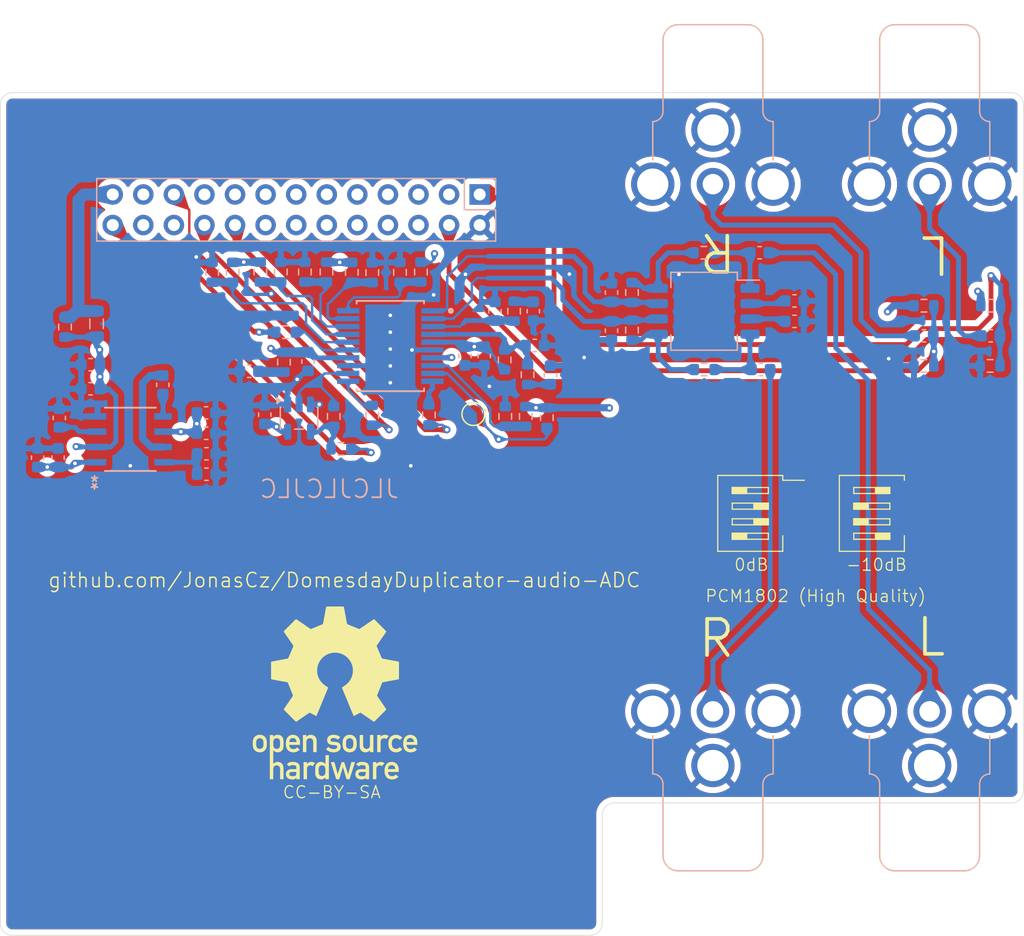
<source format=kicad_pcb>
(kicad_pcb (version 20241229) (generator "pcbnew") (generator_version "9.0")
  (layers (0 "F.Cu" signal) (4 "In1.Cu" signal) (6 "In2.Cu" signal) (2 "B.Cu" signal) (13 "F.Paste" user) (15 "B.Paste" user) (5 "F.SilkS" user "F.Silkscreen") (7 "B.SilkS" user "B.Silkscreen") (1 "F.Mask" user) (3 "B.Mask" user) (25 "Edge.Cuts" user))
  (net 0 "")
  (net 1 "GND")
  (net 2 "Net-(U2-CPO)")
  (net 3 "Net-(U2-C-)")
  (net 4 "Net-(U2-C+)")
  (net 5 "+3.3V")
  (net 6 "Net-(U2-FILT{slash}FB)")
  (net 7 "/+5V, Analog")
  (net 8 "Net-(U1-VREF1)")
  (net 9 "Net-(C9-Pad1)")
  (net 10 "Net-(J4-In)")
  (net 11 "Net-(C12-Pad2)")
  (net 12 "Net-(C15-Pad2)")
  (net 13 "Net-(C17-Pad2)")
  (net 14 "Net-(J5-In)")
  (net 15 "VINL")
  (net 16 "VINR")
  (net 17 "Net-(C20-Pad1)")
  (net 18 "Net-(C21-Pad1)")
  (net 19 "Net-(J3-In)")
  (net 20 "Net-(J1-In)")
  (net 21 "Net-(CNP1-Pad1)")
  (net 22 "Net-(U1-VREF2)")
  (net 23 "/+3v3 from host")
  (net 27 "BCK")
  (net 31 "DOUT")
  (net 32 "SCKI")
  (net 38 "LRCK")
  (net 40 "Net-(U1-SCKI)")
  (net 41 "Net-(U1-BCK)")
  (net 42 "Net-(U1-LRCK)")
  (net 43 "Net-(U1-FSYNC)")
  (net 44 "Net-(R10-Pad1)")
  (net 45 "Net-(U1-DOUT)")
  (net 46 "Net-(RA1-Pad1)")
  (net 47 "Net-(RA2-Pad1)")
  (net 48 "Net-(U1-BYPAS)")
  (net 49 "Net-(U1-FMT0)")
  (net 50 "Net-(U1-FMT1)")
  (net 51 "Net-(U1-MODE0)")
  (net 52 "Net-(U1-MODE1)")
  (net 53 "Net-(U1-OSR)")
  (net 59 "Net-(J2-Pin_1)")
  (net 60 "Net-(J2-Pin_4)")
  (footprint "TestPoint:TestPoint_Pad_D1.5mm" (layer "F.Cu") (at 139.3 76.7)
    (property "Reference" "TP1" (hide yes))
    (property "Value" "TestPoint")
  )
  (footprint "Resistor_SMD:R_0603_1608Metric" (layer "B.Cu") (at 152.475 69.725 90)
    (property "Reference" "RA2" (hide yes))
    (property "Value" "1k")
  )
  (footprint "Resistor_SMD:R_0603_1608Metric" (layer "B.Cu") (at 127.7 76.9 -90)
    (property "Reference" "R12" (hide yes))
    (property "Value" "NP")
  )
  (footprint "Capacitor_SMD:C_0603_1608Metric" (layer "B.Cu") (at 138.6 71.875 90)
    (property "Reference" "C7" (hide yes))
    (property "Value" "0.22uF")
  )
  (footprint "RCA-Phono_CUI-Devices_RCJ-01X_Horizontal:RCA-Phono_CUI-Devices_RCJ-01X_Horizontal" (layer "B.Cu") (at 159.2 57.604 180)
    (property "Reference" "J1" (hide yes))
    (property "Value" "RCA")
  )
  (footprint "Capacitor_SMD:C_0603_1608Metric" (layer "B.Cu") (at 144.4 71 180)
    (property "Reference" "CNP2" (hide yes))
    (property "Value" "0.22uF")
  )
  (footprint "Connector_PinSocket_2.54mm:PinSocket_2x13_P2.54mm_Vertical" (layer "B.Cu") (at 139.82 58.46 90)
    (property "Reference" "J2" (hide yes))
    (property "Value" "CONN_HOST_1")
  )
  (footprint "Capacitor_SMD:C_0603_1608Metric" (layer "B.Cu") (at 121.97 76.75 -90)
    (property "Reference" "C25" (hide yes))
    (property "Value" "1uF")
  )
  (footprint "Capacitor_SMD:C_0603_1608Metric" (layer "B.Cu") (at 144.28 68.155 -90)
    (property "Reference" "C9" (hide yes))
    (property "Value" "10uF")
  )
  (footprint "Resistor_SMD:R_0603_1608Metric" (layer "B.Cu") (at 127.1 64.9 90)
    (property "Reference" "RFMT1" (hide yes))
    (property "Value" "NP")
  )
  (footprint "Resistor_SMD:R_0603_1608Metric" (layer "B.Cu") (at 130.9 76.8 90)
    (property "Reference" "R6" (hide yes))
    (property "Value" "22R")
  )
  (footprint "Resistor_SMD:R_0603_1608Metric" (layer "B.Cu") (at 129.2 64.925 -90)
    (property "Reference" "RMODE0" (hide yes))
    (property "Value" "NP")
  )
  (footprint "Resistor_SMD:R_0603_1608Metric" (layer "B.Cu") (at 119.3 64.925 90)
    (property "Reference" "ROSR1" (hide yes))
    (property "Value" "NP")
  )
  (footprint "Capacitor_SMD:C_0603_1608Metric" (layer "B.Cu") (at 176.725 70.2)
    (property "Reference" "C24" (hide yes))
    (property "Value" "1uF")
  )
  (footprint "Capacitor_SMD:C_0603_1608Metric" (layer "B.Cu") (at 117.1 76.6)
    (property "Reference" "C3" (hide yes))
    (property "Value" "10uF")
  )
  (footprint "Resistor_SMD:R_0603_1608Metric" (layer "B.Cu") (at 182.275 67.7 180)
    (property "Reference" "R14" (hide yes))
    (property "Value" "1k")
  )
  (footprint "Resistor_SMD:R_0603_1608Metric" (layer "B.Cu") (at 133.2 64.925 -90)
    (property "Reference" "RMODE4" (hide yes))
    (property "Value" "0R")
  )
  (footprint "Capacitor_SMD:C_0603_1608Metric" (layer "B.Cu") (at 107.5 74.6 180)
    (property "Reference" "C13" (hide yes))
    (property "Value" "0.22uF")
  )
  (footprint "Resistor_SMD:R_0603_1608Metric" (layer "B.Cu") (at 176.725 67.7)
    (property "Reference" "R13" (hide yes))
    (property "Value" "1k")
  )
  (footprint "RCA-Phono_CUI-Devices_RCJ-01X_Horizontal:RCA-Phono_CUI-Devices_RCJ-01X_Horizontal" (layer "B.Cu") (at 159.2 101.396)
    (property "Reference" "J5" (hide yes))
    (property "Value" "RCA")
  )
  (footprint "Resistor_SMD:R_0603_1608Metric" (layer "B.Cu") (at 134.94 64.9 90)
    (property "Reference" "RMODE1" (hide yes))
    (property "Value" "NP")
  )
  (footprint "Resistor_SMD:R_0603_1608Metric" (layer "B.Cu") (at 182.225 72.7)
    (property "Reference" "R11" (hide yes))
    (property "Value" "1k")
  )
  (footprint "Resistor_SMD:R_0603_1608Metric" (layer "B.Cu") (at 105.375 69.475 90)
    (property "Reference" "R3" (hide yes))
    (property "Value" "0R")
  )
  (footprint "Capacitor_SMD:C_0603_1608Metric" (layer "B.Cu") (at 163.175 73 180)
    (property "Reference" "C17" (hide yes))
    (property "Value" "1uF")
  )
  (footprint "Resistor_SMD:R_0603_1608Metric" (layer "B.Cu") (at 135.6 76.775 90)
    (property "Reference" "R7" (hide yes))
    (property "Value" "22R")
  )
  (footprint "Resistor_SMD:R_0603_1608Metric" (layer "B.Cu") (at 143.8 73.425 -90)
    (property "Reference" "R22" (hide yes))
    (property "Value" "1R")
  )
  (footprint "RCA-Phono_CUI-Devices_RCJ-01X_Horizontal:RCA-Phono_CUI-Devices_RCJ-01X_Horizontal" (layer "B.Cu") (at 177.2 57.604 180)
    (property "Reference" "J3" (hide yes))
    (property "Value" "RCA")
  )
  (footprint "Resistor_SMD:R_0603_1608Metric" (layer "B.Cu") (at 141.9 72.2 90)
    (property "Reference" "R4" (hide yes))
    (property "Value" "0R")
  )
  (footprint "Resistor_SMD:R_0603_1608Metric" (layer "B.Cu") (at 123.7 69.9)
    (property "Reference" "R5" (hide yes))
    (property "Value" "22R")
  )
  (footprint "Capacitor_SMD:C_0603_1608Metric" (layer "B.Cu") (at 165.975 69)
    (property "Reference" "C21" (hide yes))
    (property "Value" "4.7nF")
  )
  (footprint "Capacitor_SMD:C_0603_1608Metric" (layer "B.Cu") (at 103.1 80.325 90)
    (property "Reference" "C5" (hide yes))
    (property "Value" "10uF")
  )
  (footprint "footprints_ltc1682:SO-8_S_LIT" (layer "B.Cu") (at 110.8 78.8)
    (property "Reference" "U2" (hide yes))
    (property "Value" "LTC1682IS8-5")
  )
  (footprint "Resistor_SMD:R_0603_1608Metric" (layer "B.Cu") (at 123.3 64.9 -90)
    (property "Reference" "RFMT2" (hide yes))
    (property "Value" "0R")
  )
  (footprint "Resistor_SMD:R_0603_1608Metric" (layer "B.Cu") (at 125.3 64.9 -90)
    (property "Reference" "RFMT4" (hide yes))
    (property "Value" "0R")
  )
  (footprint "Button_Switch_SMD:SW_DIP_SPSTx04_Slide_Copal_CHS-04B_W7.62mm_P1.27mm" (layer "B.Cu") (at 158.465 68.16 180)
    (property "Reference" "SW1" (hide yes))
    (property "Value" "SW_DIP_x04")
  )
  (footprint "Capacitor_SMD:C_0603_1608Metric" (layer "B.Cu") (at 163.075 63.3 180)
    (property "Reference" "C12" (hide yes))
    (property "Value" "1uF")
  )
  (footprint "Capacitor_SMD:C_0603_1608Metric" (layer "B.Cu") (at 117.1 78.3)
    (property "Reference" "C11" (hide yes))
    (property "Value" "0.22uF")
  )
  (footprint "RCA-Phono_CUI-Devices_RCJ-01X_Horizontal:RCA-Phono_CUI-Devices_RCJ-01X_Horizontal" (layer "B.Cu") (at 177.2 101.396)
    (property "Reference" "J4" (hide yes))
    (property "Value" "RCA")
  )
  (footprint "Resistor_SMD:R_0603_1608Metric" (layer "B.Cu") (at 117.6 64.925 -90)
    (property "Reference" "ROSR2" (hide yes))
    (property "Value" "0R")
  )
  (footprint "Capacitor_SMD:C_0603_1608Metric" (layer "B.Cu") (at 113.5 74.275 -90)
    (property "Reference" "C2" (hide yes))
    (property "Value" "0.22uF")
  )
  (footprint "Capacitor_SMD:C_0603_1608Metric" (layer "B.Cu") (at 141.09 68.155 -90)
    (property "Reference" "C8" (hide yes))
    (property "Value" "0.22uF")
  )
  (footprint "Resistor_SMD:R_0603_1608Metric" (layer "B.Cu") (at 143.65 76.9 90)
    (property "Reference" "RBYPASS1" (hide yes))
    (property "Value" "NP")
  )
  (footprint "Capacitor_SMD:C_0603_1608Metric" (layer "B.Cu") (at 145.7 73.45 90)
    (property "Reference" "CNP1" (hide yes))
    (property "Value" "10uF")
  )
  (footprint "footprints_pcm1802:DB0020A-MFG" (layer "B.Cu") (at 132.4 71.05 180)
    (property "Reference" "U1" (hide yes))
    (property "Value" "PCM1802DBR")
  )
  (footprint "Inductor_SMD:L_0805_2012Metric" (layer "B.Cu") (at 108 69.2 90)
    (property "Reference" "FB1" (hide yes))
    (property "Value" "600R@100 MHz <100 mR")
  )
  (footprint "Resistor_SMD:R_0603_1608Metric" (layer "B.Cu") (at 142.68 68.155 -90)
    (property "Reference" "R1" (hide yes))
    (property "Value" "1R")
  )
  (footprint "Capacitor_SMD:C_0603_1608Metric" (layer "B.Cu") (at 165.975 67.3)
    (property "Reference" "C20" (hide yes))
    (property "Value" "4.7nF")
  )
  (footprint "Resistor_SMD:R_0603_1608Metric" (layer "B.Cu") (at 158.475 73 180)
    (property "Reference" "RA4" (hide yes))
    (property "Value" "47k")
  )
  (footprint "Capacitor_SMD:C_0603_1608Metric" (layer "B.Cu") (at 120.675 73.15)
    (property "Reference" "C15" (hide yes))
    (property "Value" "10uF")
  )
  (footprint "Resistor_SMD:R_0603_1608Metric" (layer "B.Cu") (at 141.95 76.9 -90)
    (property "Reference" "RBYPASS2" (hide yes))
    (property "Value" "0R")
  )
  (footprint "Resistor_SMD:R_0603_1608Metric" (layer "B.Cu") (at 130.9 64.95 -90)
    (property "Reference" "RMODE2" (hide yes))
    (property "Value" "0R")
  )
  (footprint "Capacitor_SMD:C_0603_1608Metric" (layer "B.Cu") (at 150.775 66.6 -90)
    (property "Reference" "C18" (hide yes))
    (property "Value" "100pF")
  )
  (footprint "Package_TO_SOT_SMD:SOT-23-5" (layer "B.Cu") (at 124.82 77.0375 -90)
    (property "Reference" "U3" (hide yes))
    (property "Value" "SN74LVC1G125DBV")
  )
  (footprint "Capacitor_SMD:C_0603_1608Metric" (layer "B.Cu") (at 150.775 69.775 -90)
    (property "Reference" "C19" (hide yes))
    (property "Value" "100pF")
  )
  (footprint "Capacitor_SMD:C_0603_1608Metric" (layer "B.Cu") (at 104.9 77.025 -90)
    (property "Reference" "C4" (hide yes))
    (property "Value" "1nF")
  )
  (footprint "Resistor_SMD:R_0603_1608Metric" (layer "B.Cu") (at 158.45 63.3 180)
    (property "Reference" "RA3" (hide yes))
    (property "Value" "47k")
  )
  (footprint "Capacitor_SMD:C_0603_1608Metric" (layer "B.Cu") (at 107.5 72.6 180)
    (property "Reference" "C22" (hide yes))
    (property "Value" "10uF")
  )
  (footprint "Capacitor_SMD:C_0603_1608Metric" (layer "B.Cu") (at 117.125 81.7)
    (property "Reference" "C10" (hide yes))
    (property "Value" "10uF")
  )
  (footprint "Resistor_SMD:R_0603_1608Metric" (layer "B.Cu") (at 176.725 72.7 180)
    (property "Reference" "R9" (hide yes))
    (property "Value" "1k")
  )
  (footprint "Capacitor_SMD:C_0603_1608Metric" (layer "B.Cu") (at 117.125 80)
    (property "Reference" "C1" (hide yes))
    (property "Value" "10uF")
  )
  (footprint "Resistor_SMD:R_0603_1608Metric" (layer "B.Cu") (at 145.4 77 -90)
    (property "Reference" "R8" (hide yes))
    (property "Value" "0R")
  )
  (footprint "Resistor_SMD:R_0603_1608Metric" (layer "B.Cu") (at 121.6 64.9 -90)
    (property "Reference" "RFMT0" (hide yes))
    (property "Value" "NP")
  )
  (footprint "Capacitor_SMD:C_0603_1608Metric" (layer "B.Cu") (at 182.275 70.2)
    (property "Reference" "C23" (hide yes))
    (property "Value" "1uF")
  )
  (footprint "Capacitor_SMD:C_0603_1608Metric" (layer "B.Cu") (at 125.5625 72.3375 90)
    (property "Reference" "C16" (hide yes))
    (property "Value" "0.22uF")
  )
  (footprint "Capacitor_SMD:C_0603_1608Metric" (layer "B.Cu") (at 104.8 80.325 -90)
    (property "Reference" "C14" (hide yes))
    (property "Value" "0.22uF")
  )
  (footprint "Resistor_SMD:R_0603_1608Metric" (layer "B.Cu") (at 123.5625 72.3875 -90)
    (property "Reference" "R2" (hide yes))
    (property "Value" "1R")
  )
  (footprint "Resistor_SMD:R_0603_1608Metric" (layer "B.Cu") (at 128.3 79.6)
    (property "Reference" "R10" (hide yes))
    (property "Value" "22R")
  )
  (footprint "Capacitor_SMD:C_0603_1608Metric" (layer "B.Cu") (at 140.2 71.875 -90)
    (property "Reference" "C6" (hide yes))
    (property "Value" "10uF")
  )
  (footprint "Resistor_SMD:R_0603_1608Metric" (layer "B.Cu") (at 152.475 66.6 -90)
    (property "Reference" "RA1" (hide yes))
    (property "Value" "1k")
  )
  (gr_poly (pts (xy 124.347667 105.595533) (xy 124.409474 105.599882) (xy 124.468324 105.607336) (xy 124.49658 105.612281) (xy 124.524025 105.618065) (xy 124.550633 105.624709) (xy 124.576382 105.632236) (xy 124.601246 105.640665) (xy 124.625201 105.650018) (xy 124.648224 105.660316) (xy 124.67029 105.67158) (xy 124.691375 105.683831) (xy 124.711455 105.69709) (xy 124.730505 105.711379) (xy 124.748502 105.726718) (xy 124.765421 105.743128) (xy 124.781237 105.76063) (xy 124.795928 105.779247) (xy 124.809468 105.798997) (xy 124.821833 105.819904) (xy 124.832999 105.841987) (xy 124.842943 105.865268) (xy 124.851639 105.889768) (xy 124.859063 105.915508) (xy 124.865192 105.942509) (xy 124.870001 105.970792) (xy 124.873466 106.000378) (xy 124.875563 106.031289) (xy 124.876267 106.063545) (xy 124.876267 107.036206) (xy 124.589486 107.036206) (xy 124.589486 106.909682) (xy 124.58385 106.909682) (xy 124.572316 106.927526) (xy 124.559776 106.944127) (xy 124.546146 106.959498) (xy 124.531345 106.97365) (xy 124.515291 106.986598) (xy 124.497901 106.998353) (xy 124.479093 107.008929) (xy 124.458785 107.018337) (xy 124.436895 107.026591) (xy 124.413341 107.033704) (xy 124.388039 107.039687) (xy 124.360909 107.044554) (xy 124.331868 107.048318) (xy 124.300834 107.05099) (xy 124.267724 107.052584) (xy 124.232457 107.053113) (xy 124.203065 107.052565) (xy 124.174458 107.050937) (xy 124.146644 107.048253) (xy 124.119634 107.044536) (xy 124.093438 107.039811) (xy 124.068064 107.0341) (xy 124.043524 107.027427) (xy 124.019826 107.019817) (xy 123.996981 107.011292) (xy 123.974998 107.001876) (xy 123.953888 106.991594) (xy 123.933659 106.980469) (xy 123.914321 106.968524) (xy 123.895885 106.955783) (xy 123.87836 106.94227) (xy 123.861756 106.928008) (xy 123.846083 106.913022) (xy 123.831349 106.897335) (xy 123.817567 106.88097) (xy 123.804744 106.863951) (xy 123.79289 106.846302) (xy 123.782017 106.828046) (xy 123.772132 106.809208) (xy 123.763247 106.789811) (xy 123.75537 106.769878) (xy 123.748512 106.749433) (xy 123.742682 106.728501) (xy 123.73789 106.707104) (xy 123.734146 106.685266) (xy 123.73146 106.663011) (xy 123.729841 106.640363) (xy 123.729299 106.617345) (xy 123.729604 106.603294) (xy 123.999095 106.603294) (xy 123.999995 106.62105) (xy 124.002737 106.638438) (xy 124.007383 106.655351) (xy 124.013995 106.671682) (xy 124.018057 106.679595) (xy 124.022633 106.687323) (xy 124.027731 106.694851) (xy 124.033359 106.702167) (xy 124.039525 106.709256) (xy 124.046236 106.716106) (xy 124.0535 106.722703) (xy 124.061325 106.729034) (xy 124.069717 106.735085) (xy 124.078686 106.740843) (xy 124.088239 106.746294) (xy 124.098383 106.751426) (xy 124.109126 106.756224) (xy 124.120476 106.760675) (xy 124.132441 106.764765) (xy 124.145028 106.768483) (xy 124.172099 106.774742) (xy 124.201752 106.779346) (xy 124.234048 106.782187) (xy 124.269049 106.783158) (xy 124.31202 106.782821) (xy 124.351414 106.78164) (xy 124.38734 106.779364) (xy 124.419911 106.775743) (xy 124.434973 106.773349) (xy 124.449238 106.770524) (xy 124.462719 106.767236) (xy 124.475431 106.763455) (xy 124.487387 106.759149) (xy 124.498602 106.754287) (xy 124.509089 106.748836) (xy 124.518862 106.742766) (xy 124.527935 106.736045) (xy 124.536322 106.728641) (xy 124.544037 106.720524) (xy 124.551094 106.711662) (xy 124.557506 106.702023) (xy 124.563288 106.691576) (xy 124.568453 106.680289) (xy 124.573016 106.668132) (xy 124.576989 106.655072) (xy 124.580388 106.641078) (xy 124.583226 106.626119) (xy 124.585516 106.610163) (xy 124.587274 106.59318) (xy 124.588512 106.575136) (xy 124.589245 106.556002) (xy 124.589486 106.535745) (xy 124.589486 106.431685) (xy 124.246586 106.431685) (xy 124.231029 106.431882) (xy 124.215997 106.432469) (xy 124.201488 106.433441) (xy 124.187501 106.434791) (xy 124.174033 106.436514) (xy 124.161082 106.438605) (xy 124.148646 106.441057) (xy 124.136723 106.443865) (xy 124.125311 106.447024) (xy 124.114408 106.450527) (xy 124.104011 106.45437) (xy 124.09412 106.458545) (xy 124.084731 106.463048) (xy 124.075842 106.467873) (xy 124.067452 106.473015) (xy 124.059558 106.478467) (xy 124.052159 106.484223) (xy 124.045252 106.490279) (xy 124.038836 106.496629) (xy 124.032907 106.503266) (xy 124.027465 106.510185) (xy 124.022507 106.517381) (xy 124.018031 106.524847) (xy 124.014034 106.532579) (xy 124.010516 106.54057) (xy 124.007473 106.548815) (xy 124.004905 106.557308) (xy 124.002808 106.566043) (xy 124.00118 106.575015) (xy 124.00002 106.584218) (xy 123.999326 106.593646) (xy 123.999095 106.603294) (xy 123.729604 106.603294) (xy 123.72976 106.596106) (xy 123.731141 106.575093) (xy 123.733442 106.554336) (xy 123.736661 106.533864) (xy 123.740795 106.513706) (xy 123.745844 106.493892) (xy 123.751806 106.474451) (xy 123.75868 106.455412) (xy 123.766464 106.436805) (xy 123.775156 106.418659) (xy 123.784755 106.401004) (xy 123.795259 106.383869) (xy 123.806667 106.367283) (xy 123.818977 106.351277) (xy 123.832188 106.335878) (xy 123.846298 106.321117) (xy 123.861305 106.307022) (xy 123.877209 106.293624) (xy 123.894007 106.280952) (xy 123.911699 106.269035) (xy 123.930281 106.257902) (xy 123.949754 106.247584) (xy 123.970115 106.238108) (xy 123.991363 106.229505) (xy 124.013496 106.221804) (xy 124.036513 106.215035) (xy 124.060412 106.209226) (xy 124.085192 106.204408) (xy 124.110851 106.200609) (xy 124.137387 106.197859) (xy 124.1648 106.196188) (xy 124.193087 106.195624) (xy 124.589486 106.195624) (xy 124.589486 106.046638) (xy 124.588457 106.022362) (xy 124.587162 106.010969) (xy 124.58534 106.000065) (xy 124.582985 105.989641) (xy 124.58009 105.979691) (xy 124.576651 105.970207) (xy 124.572662 105.961183) (xy 124.568117 105.952611) (xy 124.56301 105.944483) (xy 124.557336 105.936794) (xy 124.55109 105.929536) (xy 124.544264 105.922701) (xy 124.536855 105.916282) (xy 124.528856 105.910273) (xy 124.520261 105.904666) (xy 124.511065 105.899455) (xy 124.501262 105.894631) (xy 124.479814 105.886119) (xy 124.455871 105.879073) (xy 124.429388 105.873436) (xy 124.400319 105.869151) (xy 124.368619 105.866161) (xy 124.334244 105.864409) (xy 124.297148 105.863837) (xy 124.27012 105.864175) (xy 124.24485 105.865211) (xy 124.221251 105.866982) (xy 124.199236 105.869526) (xy 124.188796 105.871099) (xy 124.17872 105.872879) (xy 124.168997 105.87487) (xy 124.159616 105.877077) (xy 124.150567 105.879505) (xy 124.141839 105.882157) (xy 124.13342 105.885039) (xy 124.125301 105.888156) (xy 124.11747 105.891511) (xy 124.109916 105.89511) (xy 124.102629 105.898957) (xy 124.095599 105.903056) (xy 124.088813 105.907412) (xy 124.082262 105.912031) (xy 124.075935 105.916915) (xy 124.06982 105.92207) (xy 124.063908 105.927501) (xy 124.058186 105.933212) (xy 124.052646 105.939207) (xy 124.047275 105.945492) (xy 124.042063 105.95207) (xy 124.036999 105.958947) (xy 124.032072 105.966126) (xy 124.027273 105.973614) (xy 123.802403 105.802163) (xy 123.823518 105.77479) (xy 123.845766 105.749605) (xy 123.869158 105.726549) (xy 123.893708 105.705563) (xy 123.919427 105.686591) (xy 123.946329 105.669574) (xy 123.974425 105.654453) (xy 124.003728 105.64117) (xy 124.03425 105.629668) (xy 124.066005 105.619888) (xy 124.099004 105.611773) (xy 124.133259 105.605263) (xy 124.168784 105.600301) (xy 124.20559 105.596829) (xy 124.243691 105.594788) (xy 124.283098 105.594121)) (fill yes) (layer "F.SilkS"))
  (gr_line (start 159.6 88.1) (end 165 88.1) (stroke (width 0.1)) (layer "F.SilkS"))
  (gr_line (start 175.1 88.1) (end 175.1 86.8) (stroke (width 0.1)) (layer "F.SilkS"))
  (gr_line (start 173.9 84.1) (end 170.9 84.1) (stroke (width 0.1)) (layer "F.SilkS"))
  (gr_poly (pts (xy 128.026661 106.608929) (xy 128.032297 106.608929) (xy 128.355512 105.611027) (xy 128.563554 105.611027) (xy 128.886768 106.608929) (xy 128.892563 106.608929) (xy 129.165057 105.611027) (xy 129.468746 105.611027) (xy 129.013451 107.036206) (xy 128.760324 107.036206) (xy 128.46235 106.038222) (xy 128.456715 106.038222) (xy 128.158742 107.036206) (xy 127.905773 107.036206) (xy 127.450399 105.611027) (xy 127.753929 105.611027)) (fill yes) (layer "F.SilkS"))
  (gr_line (start 170.9 86.6) (end 170.9 87.1) (stroke (width 0.1)) (layer "F.SilkS"))
  (gr_line (start 170.9 87.1) (end 173.9 87.1) (stroke (width 0.1)) (layer "F.SilkS"))
  (gr_line (start 163.8 87.1) (end 163.8 86.6) (stroke (width 0.1)) (layer "F.SilkS"))
  (gr_line (start 170.9 82.8) (end 170.9 83.3) (stroke (width 0.1)) (layer "F.SilkS"))
  (gr_poly (pts (xy 125.825857 103.343389) (xy 125.846889 103.344891) (xy 125.889132 103.350886) (xy 125.931266 103.360841) (xy 125.972877 103.374729) (xy 125.993357 103.383138) (xy 126.013549 103.39252) (xy 126.033402 103.402871) (xy 126.052865 103.414188) (xy 126.071885 103.426465) (xy 126.09041 103.439701) (xy 126.108389 103.453892) (xy 126.125769 103.469033) (xy 126.142498 103.485122) (xy 126.158524 103.502155) (xy 126.173796 103.520128) (xy 126.188262 103.539037) (xy 126.201868 103.55888) (xy 126.214565 103.579652) (xy 126.226298 103.60135) (xy 126.237018 103.623971) (xy 126.246671 103.64751) (xy 126.255205 103.671964) (xy 126.262569 103.69733) (xy 126.268711 103.723605) (xy 126.273578 103.750783) (xy 126.277119 103.778863) (xy 126.279282 103.807839) (xy 126.280014 103.83771) (xy 126.280014 104.784972) (xy 125.993312 104.784972) (xy 125.993312 103.936216) (xy 125.99296 103.918262) (xy 125.991915 103.900792) (xy 125.990191 103.883813) (xy 125.987804 103.867328) (xy 125.984769 103.851345) (xy 125.981099 103.835868) (xy 125.976811 103.820903) (xy 125.971919 103.806457) (xy 125.966438 103.792534) (xy 125.960383 103.77914) (xy 125.953769 103.766281) (xy 125.946611 103.753963) (xy 125.938924 103.74219) (xy 125.930722 103.73097) (xy 125.922021 103.720306) (xy 125.912835 103.710206) (xy 125.903181 103.700674) (xy 125.893071 103.691716) (xy 125.882522 103.683339) (xy 125.871548 103.675546) (xy 125.860164 103.668345) (xy 125.848386 103.66174) (xy 125.836227 103.655738) (xy 125.823704 103.650343) (xy 125.81083 103.645563) (xy 125.797621 103.641401) (xy 125.784092 103.637864) (xy 125.770258 103.634958) (xy 125.756133 103.632687) (xy 125.741733 103.631059) (xy 125.727072 103.630077) (xy 125.712166 103.629749) (xy 125.697007 103.630077) (xy 125.682109 103.631059) (xy 125.667488 103.632687) (xy 125.653156 103.634958) (xy 125.63913 103.637864) (xy 125.625422 103.641401) (xy 125.612048 103.645562) (xy 125.599021 103.650343) (xy 125.586357 103.655737) (xy 125.57407 103.66174) (xy 125.562174 103.668344) (xy 125.550683 103.675545) (xy 125.539613 103.683338) (xy 125.528976 103.691716) (xy 125.518789 103.700673) (xy 125.509065 103.710205) (xy 125.499818 103.720305) (xy 125.491064 103.730969) (xy 125.482816 103.74219) (xy 125.475088 103.753962) (xy 125.467897 103.76628) (xy 125.461255 103.779139) (xy 125.455177 103.792533) (xy 125.449677 103.806456) (xy 125.444771 103.820902) (xy 125.440472 103.835867) (xy 125.436795 103.851344) (xy 125.433754 103.867327) (xy 125.431364 103.883812) (xy 125.429638 103.900792) (xy 125.428593 103.918262) (xy 125.428241 103.936216) (xy 125.428241 104.784972) (xy 125.141539 104.784972) (xy 125.141539 103.359793) (xy 125.428241 103.359793) (xy 125.428241 103.511559) (xy 125.433956 103.511559) (xy 125.451262 103.491143) (xy 125.46947 103.472042) (xy 125.488554 103.454257) (xy 125.508489 103.437788) (xy 125.52925 103.422635) (xy 125.550812 103.408798) (xy 125.57315 103.396278) (xy 125.596238 103.385075) (xy 125.620052 103.375189) (xy 125.644566 103.366621) (xy 125.669756 103.35937) (xy 125.695596 103.353436) (xy 125.722061 103.348821) (xy 125.749125 103.345525) (xy 125.776765 103.343546) (xy 125.804955 103.342887)) (fill yes) (layer "F.SilkS"))
  (gr_line (start 170.9 84.6) (end 173.9 84.6) (stroke (width 0.1)) (layer "F.SilkS"))
  (gr_line (start 170.9 83.3) (end 173.9 83.3) (stroke (width 0.1)) (layer "F.SilkS"))
  (gr_rect (start 160.8 82.8) (end 162 83.3) (stroke (width 0.1)) (fill yes) (layer "F.SilkS"))
  (gr_line (start 163.8 84.6) (end 163.8 84.1) (stroke (width 0.1)) (layer "F.SilkS"))
  (gr_poly (pts (xy 130.142006 104.208709) (xy 130.142357 104.226649) (xy 130.143403 104.244107) (xy 130.145128 104.261076) (xy 130.147518 104.277552) (xy 130.150559 104.293528) (xy 130.154236 104.308998) (xy 130.158535 104.323958) (xy 130.16344 104.338401) (xy 130.168939 104.352322) (xy 130.175017 104.365714) (xy 130.181658 104.378573) (xy 130.188849 104.390892) (xy 130.196575 104.402666) (xy 130.204821 104.413889) (xy 130.213574 104.424555) (xy 130.222819 104.434659) (xy 130.232541 104.444195) (xy 130.242727 104.453157) (xy 130.25336 104.461539) (xy 130.264428 104.469337) (xy 130.275916 104.476543) (xy 130.287809 104.483152) (xy 130.300092 104.48916) (xy 130.312752 104.494559) (xy 130.325774 104.499344) (xy 130.339144 104.50351) (xy 130.352846 104.50705) (xy 130.366868 104.50996) (xy 130.381193 104.512233) (xy 130.395808 104.513864) (xy 130.410699 104.514846) (xy 130.42585 104.515175) (xy 130.440764 104.514846) (xy 130.455431 104.513864) (xy 130.469838 104.512233) (xy 130.483969 104.50996) (xy 130.497808 104.50705) (xy 130.511343 104.50351) (xy 130.524556 104.499344) (xy 130.537434 104.494559) (xy 130.549962 104.48916) (xy 130.562124 104.483152) (xy 130.573906 104.476543) (xy 130.585293 104.469337) (xy 130.596269 104.461539) (xy 130.606821 104.453157) (xy 130.616933 104.444195) (xy 130.62659 104.434659) (xy 130.635777 104.424555) (xy 130.644479 104.413889) (xy 130.652682 104.402666) (xy 130.660371 104.390892) (xy 130.66753 104.378573) (xy 130.674145 104.365714) (xy 130.6802 104.352322) (xy 130.685682 104.338401) (xy 130.690574 104.323958) (xy 130.694863 104.308998) (xy 130.698532 104.293528) (xy 130.701568 104.277552) (xy 130.703955 104.261076) (xy 130.705679 104.244107) (xy 130.706724 104.226649) (xy 130.707076 104.208709) (xy 130.707076 103.359792) (xy 130.993699 103.359792) (xy 130.993699 104.78513) (xy 130.707076 104.78513) (xy 130.707076 104.633206) (xy 130.70152 104.633206) (xy 130.684199 104.653622) (xy 130.665982 104.672723) (xy 130.646897 104.690508) (xy 130.626974 104.706977) (xy 130.606243 104.72213) (xy 130.584733 104.735967) (xy 130.562474 104.748487) (xy 130.539495 104.75969) (xy 130.515827 104.769575) (xy 130.491497 104.778144) (xy 130.466536 104.785395) (xy 130.440974 104.791328) (xy 130.414839 104.795943) (xy 130.388163 104.799239) (xy 130.360973 104.801218) (xy 130.333299 104.801877) (xy 130.312144 104.801375) (xy 130.290875 104.799873) (xy 130.248202 104.793879) (xy 130.205692 104.783924) (xy 130.184627 104.777471) (xy 130.163758 104.770038) (xy 130.143135 104.761629) (xy 130.122811 104.752249) (xy 130.102837 104.741899) (xy 130.083264 104.730585) (xy 130.064143 104.71831) (xy 130.045527 104.705076) (xy 130.027467 104.690889) (xy 130.010015 104.675751) (xy 129.993221 104.659666) (xy 129.977137 104.642638) (xy 129.961815 104.62467) (xy 129.947306 104.605766) (xy 129.933662 104.585929) (xy 129.920935 104.565164) (xy 129.909175 104.543473) (xy 129.898434 104.520861) (xy 129.888764 104.49733) (xy 129.880217 104.472885) (xy 129.872843 104.447529) (xy 129.866694 104.421266) (xy 129.861822 104.3941) (xy 129.858279 104.366033) (xy 129.856115 104.337069) (xy 129.855382 104.307213) (xy 129.855383 104.307213) (xy 129.855383 103.359792) (xy 130.142006 103.359792)) (fill yes) (layer "F.SilkS"))
  (gr_line (start 165 81.8) (end 165 82.2) (stroke (width 0.1)) (layer "F.SilkS"))
  (gr_line (start 173.9 87.1) (end 173.9 86.6) (stroke (width 0.1)) (layer "F.SilkS"))
  (gr_line (start 169.7 81.8) (end 169.7 88.1) (stroke (width 0.1)) (layer "F.SilkS"))
  (gr_line (start 165 82.2) (end 166.8 82.2) (stroke (width 0.1)) (layer "F.SilkS"))
  (gr_line (start 173.9 84.6) (end 173.9 84.1) (stroke (width 0.1)) (layer "F.SilkS"))
  (gr_poly (pts (xy 134.08345 103.343566) (xy 134.112531 103.345596) (xy 134.141283 103.348956) (xy 134.169664 103.353629) (xy 134.19763 103.359597) (xy 134.225141 103.366843) (xy 134.252153 103.375347) (xy 134.278623 103.385092) (xy 134.304511 103.396061) (xy 134.329773 103.408234) (xy 134.354367 103.421595) (xy 134.378251 103.436124) (xy 134.401383 103.451805) (xy 134.42372 103.468619) (xy 134.445219 103.486548) (xy 134.465839 103.505575) (xy 134.485538 103.525681) (xy 134.504272 103.546847) (xy 134.521999 103.569058) (xy 134.538678 103.592293) (xy 134.554266 103.616536) (xy 134.568721 103.641768) (xy 134.581999 103.667972) (xy 134.59406 103.695129) (xy 134.60486 103.723221) (xy 134.614357 103.752231) (xy 134.62251 103.78214) (xy 134.629275 103.812931) (xy 134.63461 103.844585) (xy 134.638474 103.877085) (xy 134.640823 103.910412) (xy 134.641615 103.944549) (xy 134.641615 104.180688) (xy 133.753329 104.180688) (xy 133.753746 104.202228) (xy 133.754987 104.223092) (xy 133.757033 104.24328) (xy 133.75987 104.262791) (xy 133.763481 104.281624) (xy 133.767849 104.29978) (xy 133.772958 104.317257) (xy 133.778792 104.334055) (xy 133.785333 104.350174) (xy 133.792567 104.365612) (xy 133.800475 104.38037) (xy 133.809043 104.394448) (xy 133.818253 104.407843) (xy 133.828088 104.420556) (xy 133.838534 104.432587) (xy 133.849572 104.443935) (xy 133.861187 104.454599) (xy 133.873363 104.464578) (xy 133.886082 104.473873) (xy 133.899329 104.482483) (xy 133.913087 104.490407) (xy 133.927339 104.497645) (xy 133.94207 104.504196) (xy 133.957262 104.510059) (xy 133.9729 104.515235) (xy 133.988966 104.519722) (xy 134.005445 104.523521) (xy 134.02232 104.52663) (xy 134.039575 104.529048) (xy 134.057193 104.530777) (xy 134.075157 104.531814) (xy 134.093452 104.53216) (xy 134.114093 104.53157) (xy 134.134867 104.529814) (xy 134.155714 104.526913) (xy 134.176572 104.522886) (xy 134.19738 104.517756) (xy 134.218077 104.511541) (xy 134.2386 104.504265) (xy 134.258889 104.495946) (xy 134.278882 104.486606) (xy 134.298518 104.476265) (xy 134.317736 104.464944) (xy 134.336473 104.452664) (xy 134.354669 104.439446) (xy 134.372262 104.425309) (xy 134.389192 104.410276) (xy 134.405396 104.394366) (xy 134.613438 104.571372) (xy 134.586622 104.600829) (xy 134.558862 104.628086) (xy 134.530209 104.653186) (xy 134.500712 104.67617) (xy 134.470421 104.697078) (xy 134.439386 104.715952) (xy 134.407656 104.732834) (xy 134.375283 104.747763) (xy 134.342315 104.760782) (xy 134.308803 104.771932) (xy 134.274796 104.781253) (xy 134.240344 104.788788) (xy 134.205498 104.794576) (xy 134.170306 104.79866) (xy 134.134819 104.80108) (xy 134.099088 104.801877) (xy 134.043795 104.800155) (xy 133.987952 104.794692) (xy 133.932128 104.785043) (xy 133.87689 104.770766) (xy 133.822806 104.751415) (xy 133.796374 104.739698) (xy 133.770445 104.726546) (xy 133.745087 104.711903) (xy 133.720374 104.695714) (xy 133.696375 104.677924) (xy 133.673162 104.658477) (xy 133.650805 104.637317) (xy 133.629376 104.614388) (xy 133.608946 104.589636) (xy 133.589586 104.563005) (xy 133.571366 104.534438) (xy 133.554358 104.503882) (xy 133.538633 104.471279) (xy 133.524262 104.436575) (xy 133.511315 104.399715) (xy 133.499864 104.360641) (xy 133.48998 104.3193) (xy 133.481734 104.275635) (xy 133.475197 104.229591) (xy 133.47044 104.181112) (xy 133.467533 104.130143) (xy 133.466549 104.076628) (xy 133.467452 104.025806) (xy 133.470118 103.977138) (xy 133.473168 103.944629) (xy 133.753328 103.944629) (xy 134.354833 103.944629) (xy 134.353702 103.924619) (xy 134.351909 103.905206) (xy 134.349467 103.886392) (xy 134.34639 103.86818) (xy 134.342689 103.850573) (xy 134.338378 103.833573) (xy 134.33347 103.817182) (xy 134.327977 103.801403) (xy 134.321912 103.786239) (xy 134.315288 103.771691) (xy 134.308118 103.757763) (xy 134.300415 103.744458) (xy 134.292191 103.731776) (xy 134.283459 103.719722) (xy 134.274232 103.708298) (xy 134.264524 103.697505) (xy 134.254346 103.687347) (xy 134.243711 103.677826) (xy 134.232633 103.668945) (xy 134.221124 103.660706) (xy 134.209197 103.653112) (xy 134.196865 103.646165) (xy 134.184141 103.639867) (xy 134.171037 103.634222) (xy 134.157566 103.629232) (xy 134.143742 103.624898) (xy 134.129576 103.621225) (xy 134.115082 103.618214) (xy 134.100273 103.615867) (xy 134.085161 103.614188) (xy 134.069759 103.613179) (xy 134.05408 103.612842) (xy 134.038393 103.613179) (xy 134.022968 103.614188) (xy 134.007818 103.615867) (xy 133.992958 103.618214) (xy 133.978403 103.621225) (xy 133.964168 103.624898) (xy 133.950265 103.629231) (xy 133.936711 103.634222) (xy 133.923519 103.639867) (xy 133.910704 103.646164) (xy 133.898281 103.653112) (xy 133.886263 103.660706) (xy 133.874665 103.668945) (xy 133.863502 103.677826) (xy 133.852787 103.687347) (xy 133.842537 103.697505) (xy 133.832764 103.708297) (xy 133.823483 103.719722) (xy 133.814709 103.731776) (xy 133.806456 103.744457) (xy 133.798739 103.757763) (xy 133.791572 103.771691) (xy 133.78497 103.786238) (xy 133.778946 103.801403) (xy 133.773516 103.817181) (xy 133.768693 103.833572) (xy 133.764492 103.850573) (xy 133.760929 103.86818) (xy 133.758016 103.886392) (xy 133.755769 103.905206) (xy 133.754201 103.924619) (xy 133.753328 103.944629) (xy 133.473168 103.944629) (xy 133.474485 103.930589) (xy 133.480487 103.886122) (xy 133.488062 103.843704) (xy 133.497146 103.803298) (xy 133.507675 103.764869) (xy 133.519584 103.728381) (xy 133.532812 103.693799) (xy 133.547293 103.661087) (xy 133.562964 103.630211) (xy 133.579761 103.601134) (xy 133.597621 103.573821) (xy 133.61648 103.548237) (xy 133.636274 103.524346) (xy 133.656939 103.502112) (xy 133.678412 103.481501) (xy 133.700628 103.462477) (xy 133.723525 103.445004) (xy 133.747038 103.429046) (xy 133.771104 103.414569) (xy 133.795659 103.401537) (xy 133.820639 103.389915) (xy 133.845981 103.379666) (xy 133.871621 103.370756) (xy 133.897494 103.363149) (xy 133.923538 103.35681) (xy 133.949688 103.351703) (xy 134.002054 103.345043) (xy 134.054081 103.342886)) (fill yes) (layer "F.SilkS"))
  (gr_line (start 163.8 86.6) (end 160.8 86.6) (stroke (width 0.1)) (layer "F.SilkS"))
  (gr_line (start 175.1 81.8) (end 175.1 82.2) (stroke (width 0.1)) (layer "F.SilkS"))
  (gr_poly (pts (xy 132.902183 103.343188) (xy 132.922074 103.344089) (xy 132.941702 103.345574) (xy 132.961065 103.347634) (xy 132.998998 103.353427) (xy 133.035867 103.361374) (xy 133.071667 103.37138) (xy 133.106395 103.38335) (xy 133.140044 103.39719) (xy 133.172611 103.412805) (xy 133.204091 103.430101) (xy 133.234479 103.448984) (xy 133.263769 103.469358) (xy 133.291958 103.49113) (xy 133.319041 103.514204) (xy 133.345012 103.538487) (xy 133.369867 103.563883) (xy 133.393602 103.590298) (xy 133.182781 103.778655) (xy 133.169263 103.762619) (xy 133.155038 103.747231) (xy 133.140125 103.732542) (xy 133.124547 103.718608) (xy 133.108324 103.705481) (xy 133.091478 103.693215) (xy 133.074029 103.681863) (xy 133.055999 103.671479) (xy 133.03741 103.662116) (xy 133.018281 103.653828) (xy 132.998635 103.646669) (xy 132.978492 103.640691) (xy 132.957874 103.635949) (xy 132.936802 103.632495) (xy 132.915297 103.630384) (xy 132.89338 103.629668) (xy 132.850755 103.631227) (xy 132.810431 103.635952) (xy 132.791152 103.639524) (xy 132.772471 103.643913) (xy 132.754397 103.649129) (xy 132.736937 103.65518) (xy 132.720099 103.662074) (xy 132.70389 103.669822) (xy 132.688318 103.67843) (xy 132.673392 103.687909) (xy 132.659118 103.698267) (xy 132.645505 103.709512) (xy 132.63256 103.721654) (xy 132.620291 103.734701) (xy 132.608705 103.748662) (xy 132.597811 103.763546) (xy 132.587616 103.77936) (xy 132.578128 103.796115) (xy 132.569355 103.813819) (xy 132.561304 103.832481) (xy 132.553983 103.852109) (xy 132.5474 103.872712) (xy 132.541562 103.894299) (xy 132.536478 103.916879) (xy 132.532155 103.94046) (xy 132.5286 103.965051) (xy 132.523828 104.017299) (xy 132.522223 104.073692) (xy 132.522626 104.102174) (xy 132.523829 104.129626) (xy 132.525824 104.156057) (xy 132.528603 104.181475) (xy 132.532159 104.205889) (xy 132.536485 104.229305) (xy 132.541571 104.251734) (xy 132.547411 104.273182) (xy 132.553997 104.293659) (xy 132.56132 104.313172) (xy 132.569374 104.331729) (xy 132.578149 104.349339) (xy 132.58764 104.36601) (xy 132.597837 104.38175) (xy 132.608733 104.396567) (xy 132.620321 104.41047) (xy 132.632591 104.423467) (xy 132.645538 104.435566) (xy 132.659152 104.446775) (xy 132.673427 104.457102) (xy 132.688354 104.466556) (xy 132.703925 104.475145) (xy 132.720133 104.482877) (xy 132.736971 104.48976) (xy 132.754429 104.495802) (xy 132.772501 104.501013) (xy 132.791179 104.505399) (xy 132.810454 104.508969) (xy 132.83032 104.511731) (xy 132.850768 104.513695) (xy 132.871791 104.514866) (xy 132.89338 104.515255) (xy 132.904389 104.515075) (xy 132.915296 104.514539) (xy 132.926101 104.513655) (xy 132.936799 104.512428) (xy 132.957868 104.508974) (xy 132.978481 104.504232) (xy 132.998619 104.498254) (xy 133.01826 104.491095) (xy 133.037384 104.482807) (xy 133.05597 104.473445) (xy 133.073996 104.463061) (xy 133.091443 104.451709) (xy 133.108289 104.439443) (xy 133.124514 104.426316) (xy 133.140096 104.412381) (xy 133.155015 104.397693) (xy 133.16925 104.382304) (xy 133.182781 104.366268) (xy 133.393602 104.554624) (xy 133.369881 104.580998) (xy 133.345037 104.60636) (xy 133.319076 104.630614) (xy 133.292002 104.653666) (xy 133.26382 104.675421) (xy 133.234534 104.695783) (xy 133.204149 104.714656) (xy 133.17267 104.731947) (xy 133.140102 104.74756) (xy 133.10645 104.7614) (xy 133.071718 104.773372) (xy 133.035911 104.78338) (xy 132.999034 104.79133) (xy 132.961091 104.797126) (xy 132.922088 104.800673) (xy 132.882029 104.801877) (xy 132.820575 104.799415) (xy 132.759833 104.791928) (xy 132.700251 104.779263) (xy 132.642278 104.761266) (xy 132.614035 104.75022) (xy 132.586363 104.737784) (xy 132.559317 104.723938) (xy 132.532955 104.708664) (xy 132.507331 104.691942) (xy 132.482503 104.673753) (xy 132.458525 104.654078) (xy 132.435455 104.632898) (xy 132.413348 104.610193) (xy 132.392261 104.585945) (xy 132.37225 104.560135) (xy 132.35337 104.532743) (xy 132.335678 104.503749) (xy 132.319231 104.473136) (xy 132.304083 104.440884) (xy 132.290292 104.406973) (xy 132.277913 104.371385) (xy 132.267002 104.3341) (xy 132.257616 104.2951) (xy 132.249811 104.254365) (xy 132.243642 104.211875) (xy 132.239167 104.167613) (xy 132.23644 104.121558) (xy 132.235519 104.073692) (xy 132.23644 104.025601) (xy 132.239167 103.979336) (xy 132.243642 103.934875) (xy 132.249811 103.8922) (xy 132.257616 103.85129) (xy 132.267002 103.812127) (xy 132.277913 103.774691) (xy 132.290292 103.738962) (xy 132.304083 103.704921) (xy 132.319231 103.672549) (xy 132.335678 103.641825) (xy 132.35337 103.61273) (xy 132.37225 103.585245) (xy 132.392261 103.55935) (xy 132.413348 103.535026) (xy 132.435455 103.512252) (xy 132.458525 103.491011) (xy 132.482503 103.471281) (xy 132.507331 103.453044) (xy 132.532955 103.436279) (xy 132.559317 103.420968) (xy 132.586363 103.407091) (xy 132.614035 103.394629) (xy 132.642278 103.383561) (xy 132.671035 103.373868) (xy 132.700251 103.365531) (xy 132.729869 103.35853) (xy 132.759833 103.352846) (xy 132.790087 103.348459) (xy 132.820575 103.34535) (xy 132.882029 103.342886)) (fill yes) (layer "F.SilkS"))
  (gr_poly (pts (xy 132.536603 105.594721) (xy 132.565695 105.59675) (xy 132.594456 105.60011) (xy 132.622842 105.604784) (xy 132.650813 105.610752) (xy 132.678325 105.617996) (xy 132.705336 105.6265) (xy 132.731805 105.636244) (xy 132.757689 105.647212) (xy 132.782946 105.659384) (xy 132.807534 105.672743) (xy 132.83141 105.687271) (xy 132.854533 105.702949) (xy 132.87686 105.719761) (xy 132.89835 105.737687) (xy 132.918959 105.75671) (xy 132.938646 105.776811) (xy 132.957368 105.797974) (xy 132.975084 105.820179) (xy 132.991751 105.843409) (xy 133.007327 105.867646) (xy 133.02177 105.892871) (xy 133.035038 105.919067) (xy 133.047088 105.946216) (xy 133.057878 105.9743) (xy 133.067366 106.0033) (xy 133.075511 106.033199) (xy 133.082269 106.063979) (xy 133.087599 106.095621) (xy 133.091458 106.128108) (xy 133.093805 106.161422) (xy 133.094596 106.195544) (xy 133.094596 106.431844) (xy 132.206469 106.431844) (xy 132.206886 106.45337) (xy 132.208126 106.47422) (xy 132.210173 106.494395) (xy 132.21301 106.513894) (xy 132.216621 106.532717) (xy 132.220989 106.550862) (xy 132.226098 106.56833) (xy 132.231932 106.58512) (xy 132.238473 106.60123) (xy 132.245707 106.616662) (xy 132.253615 106.631413) (xy 132.262183 106.645484) (xy 132.271392 106.658874) (xy 132.281228 106.671582) (xy 132.291674 106.683609) (xy 132.302712 106.694952) (xy 132.314327 106.705613) (xy 132.326503 106.71559) (xy 132.339222 106.724882) (xy 132.352469 106.733489) (xy 132.366227 106.741412) (xy 132.380479 106.748648) (xy 132.395209 106.755197) (xy 132.410402 106.76106) (xy 132.426039 106.766235) (xy 132.442106 106.770721) (xy 132.458585 106.774519) (xy 132.475459 106.777628) (xy 132.492714 106.780047) (xy 132.510332 106.781775) (xy 132.528296 106.782812) (xy 132.546591 106.783158) (xy 132.567206 106.78257) (xy 132.587961 106.780819) (xy 132.608794 106.777924) (xy 132.629645 106.773906) (xy 132.650449 106.768785) (xy 132.671146 106.762581) (xy 132.691674 106.755314) (xy 132.711969 106.747003) (xy 132.73197 106.737669) (xy 132.751616 106.727332) (xy 132.770843 106.716012) (xy 132.78959 106.703729) (xy 132.807795 106.690502) (xy 132.825395 106.676353) (xy 132.842329 106.6613) (xy 132.858534 106.645363) (xy 133.066576 106.822528) (xy 133.039734 106.851984) (xy 133.011955 106.879242) (xy 132.983289 106.904342) (xy 132.953784 106.927326) (xy 132.923489 106.948234) (xy 132.892455 106.967108) (xy 132.86073 106.98399) (xy 132.828363 106.99892) (xy 132.795403 107.011939) (xy 132.7619 107.023089) (xy 132.727903 107.03241) (xy 132.693461 107.039944) (xy 132.658624 107.045733) (xy 132.623439 107.049817) (xy 132.587957 107.052237) (xy 132.552227 107.053034) (xy 132.496935 107.051312) (xy 132.441092 107.045848) (xy 132.385268 107.036199) (xy 132.33003 107.02192) (xy 132.275946 107.002566) (xy 132.249514 106.990848) (xy 132.223584 106.977694) (xy 132.198227 106.963049) (xy 132.173514 106.946857) (xy 132.149515 106.929064) (xy 132.126301 106.909613) (xy 132.103945 106.888449) (xy 132.082516 106.865516) (xy 132.062086 106.840759) (xy 132.042726 106.814122) (xy 132.024506 106.785549) (xy 132.007498 106.754986) (xy 131.991773 106.722376) (xy 131.977401 106.687664) (xy 131.964455 106.650794) (xy 131.953004 106.611711) (xy 131.94312 106.57036) (xy 131.934874 106.526684) (xy 131.928337 106.480628) (xy 131.92358 106.432136) (xy 131.920673 106.381154) (xy 131.919688 106.327625) (xy 131.920592 106.276803) (xy 131.92326 106.228136) (xy 131.926311 106.195623) (xy 132.206469 106.195623) (xy 132.807973 106.195623) (xy 132.806856 106.175627) (xy 132.805075 106.156226) (xy 132.802644 106.137423) (xy 132.799576 106.119221) (xy 132.795883 106.101621) (xy 132.791578 106.084626) (xy 132.786674 106.06824) (xy 132.781184 106.052465) (xy 132.775122 106.037303) (xy 132.768499 106.022756) (xy 132.761329 106.008829) (xy 132.753625 105.995522) (xy 132.7454 105.982839) (xy 132.736666 105.970783) (xy 132.727436 105.959355) (xy 132.717724 105.948559) (xy 132.707542 105.938397) (xy 132.696904 105.928872) (xy 132.685821 105.919986) (xy 132.674307 105.911743) (xy 132.662375 105.904143) (xy 132.650038 105.897191) (xy 132.637309 105.890889) (xy 132.6242 105.885239) (xy 132.610725 105.880244) (xy 132.596896 105.875906) (xy 132.582727 105.872229) (xy 132.56823 105.869215) (xy 132.553418 105.866865) (xy 132.538304 105.865184) (xy 132.5229 105.864174) (xy 132.507221 105.863836) (xy 132.491534 105.864174) (xy 132.476108 105.865184) (xy 132.460958 105.866865) (xy 132.446099 105.869215) (xy 132.431544 105.872229) (xy 132.417308 105.875906) (xy 132.403406 105.880244) (xy 132.389852 105.885239) (xy 132.37666 105.890889) (xy 132.363845 105.897191) (xy 132.351421 105.904143) (xy 132.339403 105.911742) (xy 132.327805 105.919986) (xy 132.316642 105.928872) (xy 132.305928 105.938397) (xy 132.295677 105.948559) (xy 132.285904 105.959355) (xy 132.276624 105.970782) (xy 132.26785 105.982839) (xy 132.259597 105.995522) (xy 132.25188 106.008828) (xy 132.244713 106.022756) (xy 132.23811 106.037302) (xy 132.232087 106.052464) (xy 132.226656 106.06824) (xy 132.221834 106.084626) (xy 132.217633 106.10162) (xy 132.21407 106.11922) (xy 132.211157 106.137423) (xy 132.20891 106.156226) (xy 132.207342 106.175627) (xy 132.206469 106.195623) (xy 131.926311 106.195623) (xy 131.927628 106.181589) (xy 131.933634 106.137126) (xy 131.941212 106.094711) (xy 131.9503 106.054309) (xy 131.960832 106.015884) (xy 131.972747 105.979402) (xy 131.985979 105.944826) (xy 132.000465 105.91212) (xy 132.016141 105.88125) (xy 132.032943 105.85218) (xy 132.050808 105.824875) (xy 132.069671 105.799298) (xy 132.08947 105.775414) (xy 132.110139 105.753188) (xy 132.131615 105.732584) (xy 132.153835 105.713567) (xy 132.176734 105.696101) (xy 132.200249 105.680151) (xy 132.224315 105.665681) (xy 132.24887 105.652655) (xy 132.273849 105.641039) (xy 132.299189 105.630796) (xy 132.324825 105.621892) (xy 132.350693 105.614289) (xy 132.376731 105.607954) (xy 132.402874 105.602851) (xy 132.45522 105.596196) (xy 132.507221 105.594041)) (fill yes) (layer "F.SilkS"))
  (gr_line (start 163.8 83.3) (end 163.8 82.8) (stroke (width 0.1)) (layer "F.SilkS"))
  (gr_line (start 173.9 86.6) (end 170.9 86.6) (stroke (width 0.1)) (layer "F.SilkS"))
  (gr_line (start 163.8 84.1) (end 160.8 84.1) (stroke (width 0.1)) (layer "F.SilkS"))
  (gr_rect (start 160.8 86.6) (end 162 87.1) (stroke (width 0.1)) (fill yes) (layer "F.SilkS"))
  (gr_poly (pts (xy 131.993072 103.343377) (xy 132.014014 103.34483) (xy 132.034523 103.347221) (xy 132.054615 103.350527) (xy 132.074308 103.354721) (xy 132.093621 103.359781) (xy 132.11257 103.36568) (xy 132.131173 103.372394) (xy 132.149448 103.3799) (xy 132.167412 103.388171) (xy 132.185082 103.397183) (xy 132.202477 103.406913) (xy 132.219614 103.417334) (xy 132.236511 103.428423) (xy 132.253184 103.440154) (xy 132.269652 103.452504) (xy 132.06161 103.699916) (xy 132.04918 103.690795) (xy 132.037147 103.682381) (xy 132.025445 103.674658) (xy 132.014007 103.66761) (xy 132.002768 103.661219) (xy 131.99166 103.65547) (xy 131.980618 103.650347) (xy 131.969575 103.645832) (xy 131.958465 103.64191) (xy 131.947222 103.638564) (xy 131.935779 103.635778) (xy 131.92407 103.633535) (xy 131.91203 103.631819) (xy 131.899591 103.630614) (xy 131.886687 103.629902) (xy 131.873253 103.629669) (xy 131.846949 103.63073) (xy 131.820913 103.63394) (xy 131.795341 103.63934) (xy 131.770433 103.646972) (xy 131.758288 103.651637) (xy 131.746383 103.656876) (xy 131.734742 103.662694) (xy 131.723391 103.669095) (xy 131.712352 103.676085) (xy 131.701652 103.683669) (xy 131.691314 103.691853) (xy 131.681364 103.70064) (xy 131.671826 103.710038) (xy 131.662725 103.720049) (xy 131.654085 103.730681) (xy 131.645931 103.741938) (xy 131.638287 103.753824) (xy 131.631179 103.766346) (xy 131.624631 103.779509) (xy 131.618668 103.793317) (xy 131.613314 103.807776) (xy 131.608593 103.822891) (xy 131.604532 103.838667) (xy 131.601153 103.855109) (xy 131.598483 103.872223) (xy 131.596545 103.890013) (xy 131.595364 103.908485) (xy 131.594965 103.927643) (xy 131.594965 104.784972) (xy 131.308183 104.784972) (xy 131.308183 103.359793) (xy 131.594965 103.359793) (xy 131.594965 103.511559) (xy 131.600522 103.511559) (xy 131.617843 103.491143) (xy 131.636065 103.472042) (xy 131.655164 103.454257) (xy 131.675113 103.437788) (xy 131.695887 103.422635) (xy 131.717462 103.408798) (xy 131.739812 103.396278) (xy 131.762912 103.385075) (xy 131.786737 103.375189) (xy 131.811261 103.366621) (xy 131.836459 103.35937) (xy 131.862306 103.353436) (xy 131.888777 103.348821) (xy 131.915846 103.345525) (xy 131.943488 103.343546) (xy 131.971679 103.342887)) (fill yes) (layer "F.SilkS"))
  (gr_poly (pts (xy 125.876039 105.59461) (xy 125.896986 105.596063) (xy 125.917501 105.598455) (xy 125.937602 105.60176) (xy 125.957305 105.605955) (xy 125.976628 105.611014) (xy 125.995586 105.616914) (xy 126.014198 105.623628) (xy 126.032479 105.631133) (xy 126.050447 105.639404) (xy 126.068118 105.648417) (xy 126.08551 105.658146) (xy 126.102639 105.668568) (xy 126.119522 105.679657) (xy 126.136176 105.691388) (xy 126.152617 105.703738) (xy 125.944655 105.95115) (xy 125.932225 105.942001) (xy 125.920189 105.933562) (xy 125.908484 105.925818) (xy 125.897041 105.918752) (xy 125.885797 105.912346) (xy 125.874684 105.906584) (xy 125.863637 105.90145) (xy 125.85259 105.896927) (xy 125.841477 105.892999) (xy 125.830232 105.889648) (xy 125.818789 105.886858) (xy 125.807082 105.884613) (xy 125.795046 105.882896) (xy 125.782613 105.88169) (xy 125.76972 105.880978) (xy 125.756298 105.880745) (xy 125.730006 105.881807) (xy 125.703977 105.885022) (xy 125.678409 105.890429) (xy 125.653499 105.89807) (xy 125.641353 105.90274) (xy 125.629445 105.907984) (xy 125.617801 105.913806) (xy 125.606446 105.920212) (xy 125.595403 105.927207) (xy 125.584698 105.934796) (xy 125.574355 105.942984) (xy 125.564399 105.951775) (xy 125.554855 105.961176) (xy 125.545748 105.971191) (xy 125.537102 105.981824) (xy 125.528942 105.993083) (xy 125.521293 106.00497) (xy 125.514179 106.017492) (xy 125.507626 106.030653) (xy 125.501657 106.044459) (xy 125.496298 106.058914) (xy 125.491573 106.074025) (xy 125.487508 106.089795) (xy 125.484126 106.106229) (xy 125.481452 106.123334) (xy 125.479512 106.141114) (xy 125.47833 106.159573) (xy 125.47793 106.178718) (xy 125.47793 107.036206) (xy 125.191228 107.036206) (xy 125.191228 105.611027) (xy 125.47793 105.611027) (xy 125.47793 105.762793) (xy 125.483566 105.762793) (xy 125.500886 105.742376) (xy 125.519106 105.723276) (xy 125.5382 105.70549) (xy 125.558145 105.689021) (xy 125.578913 105.673868) (xy 125.600482 105.660032) (xy 125.622825 105.647512) (xy 125.645917 105.636309) (xy 125.669734 105.626423) (xy 125.694251 105.617854) (xy 125.719443 105.610603) (xy 125.745284 105.60467) (xy 125.771749 105.600055) (xy 125.798814 105.596758) (xy 125.826454 105.59478) (xy 125.854644 105.594121)) (fill yes) (layer "F.SilkS"))
  (gr_poly (pts (xy 129.043621 103.343164) (xy 129.063666 103.343982) (xy 129.083196 103.345323) (xy 129.102218 103.347167) (xy 129.12074 103.349495) (xy 129.138767 103.352288) (xy 129.156307 103.355527) (xy 129.173366 103.359193) (xy 129.189951 103.363267) (xy 129.206069 103.36773) (xy 129.221726 103.372563) (xy 129.236929 103.377746) (xy 129.251685 103.383261) (xy 129.266001 103.389088) (xy 129.279883 103.395209) (xy 129.293338 103.401604) (xy 129.318994 103.415142) (xy 129.343023 103.429548) (xy 129.365479 103.44467) (xy 129.386416 103.460356) (xy 129.405887 103.476454) (xy 129.423947 103.49281) (xy 129.440649 103.509271) (xy 129.456047 103.525687) (xy 129.475846 103.548367) (xy 129.494159 103.57126) (xy 129.511013 103.594646) (xy 129.526438 103.618806) (xy 129.540463 103.64402) (xy 129.553116 103.670568) (xy 129.564427 103.698731) (xy 129.574424 103.728788) (xy 129.583137 103.761019) (xy 129.590594 103.795706) (xy 129.596824 103.833128) (xy 129.601857 103.873565) (xy 129.605721 103.917298) (xy 129.608445 103.964607) (xy 129.610058 104.015772) (xy 129.610589 104.071073) (xy 129.610058 104.126837) (xy 129.608445 104.178411) (xy 129.605721 104.226077) (xy 129.601857 104.27012) (xy 129.596824 104.310823) (xy 129.590594 104.34847) (xy 129.583137 104.383345) (xy 129.574424 104.41573) (xy 129.564427 104.44591) (xy 129.553116 104.474168) (xy 129.540463 104.500788) (xy 129.526438 104.526053) (xy 129.511013 104.550247) (xy 129.494159 104.573653) (xy 129.475846 104.596555) (xy 129.456047 104.619237) (xy 129.440649 104.635651) (xy 129.423947 104.652107) (xy 129.405887 104.668455) (xy 129.386416 104.684542) (xy 129.365479 104.700216) (xy 129.343023 104.715325) (xy 129.318994 104.729717) (xy 129.293338 104.74324) (xy 129.266 104.755741) (xy 129.236929 104.767069) (xy 129.206068 104.777072) (xy 129.173366 104.785596) (xy 129.138767 104.792492) (xy 129.102218 104.797605) (xy 129.063666 104.800785) (xy 129.023055 104.801878) (xy 129.002504 104.801602) (xy 128.982473 104.800785) (xy 128.962956 104.799446) (xy 128.943945 104.797605) (xy 128.925435 104.795281) (xy 128.907418 104.792492) (xy 128.889887 104.789257) (xy 128.872837 104.785597) (xy 128.85626 104.781528) (xy 128.84015 104.777072) (xy 128.824499 104.772246) (xy 128.809302 104.767069) (xy 128.794552 104.761562) (xy 128.780241 104.755742) (xy 128.766364 104.749628) (xy 128.752912 104.74324) (xy 128.727263 104.729718) (xy 128.703238 104.715326) (xy 128.680786 104.700217) (xy 128.659851 104.684543) (xy 128.640381 104.668456) (xy 128.622323 104.652108) (xy 128.605621 104.635651) (xy 128.590223 104.619237) (xy 128.570422 104.596556) (xy 128.552104 104.573656) (xy 128.535242 104.550253) (xy 128.519807 104.526063) (xy 128.50577 104.500803) (xy 128.493104 104.474188) (xy 128.481779 104.445935) (xy 128.471767 104.415759) (xy 128.463039 104.383377) (xy 128.455568 104.348505) (xy 128.449324 104.310858) (xy 128.444279 104.270153) (xy 128.440405 104.226106) (xy 128.437673 104.178433) (xy 128.436055 104.12685) (xy 128.435522 104.071073) (xy 128.722303 104.071073) (xy 128.722506 104.108343) (xy 128.723134 104.142303) (xy 128.724216 104.173206) (xy 128.725781 104.201303) (xy 128.727857 104.226846) (xy 128.730474 104.250086) (xy 128.73366 104.271275) (xy 128.737444 104.290664) (xy 128.741855 104.308506) (xy 128.746922 104.325051) (xy 128.752673 104.340552) (xy 128.759138 104.35526) (xy 128.766345 104.369427) (xy 128.774324 104.383304) (xy 128.783102 104.397143) (xy 128.792709 104.411195) (xy 128.801136 104.422109) (xy 128.810632 104.432645) (xy 128.821138 104.442758) (xy 128.832596 104.452402) (xy 128.844948 104.461534) (xy 128.858134 104.470108) (xy 128.872097 104.478079) (xy 128.886778 104.485401) (xy 128.902119 104.492031) (xy 128.91806 104.497923) (xy 128.934544 104.503032) (xy 128.951512 104.507313) (xy 128.968906 104.510721) (xy 128.986666 104.51321) (xy 129.004736 104.514737) (xy 129.023055 104.515256) (xy 129.0414 104.514736) (xy 129.059489 104.513207) (xy 129.077264 104.510714) (xy 129.094667 104.507301) (xy 129.111641 104.503016) (xy 129.128128 104.497902) (xy 129.144071 104.492005) (xy 129.159411 104.485371) (xy 129.174092 104.478045) (xy 129.188057 104.470073) (xy 129.201246 104.461499) (xy 129.213603 104.452369) (xy 129.225071 104.442728) (xy 129.235591 104.432622) (xy 129.245107 104.422096) (xy 129.24947 104.416689) (xy 129.25356 104.411195) (xy 129.263165 104.397144) (xy 129.271939 104.383309) (xy 129.279909 104.369445) (xy 129.287106 104.355304) (xy 129.293559 104.340637) (xy 129.299297 104.325198) (xy 129.304349 104.308739) (xy 129.308746 104.291011) (xy 129.312515 104.271769) (xy 129.315687 104.250764) (xy 129.31829 104.227749) (xy 129.320354 104.202475) (xy 129.321909 104.174696) (xy 129.322983 104.144165) (xy 129.323807 104.073852) (xy 129.323606 104.036581) (xy 129.322983 104.002616) (xy 129.321909 103.971706) (xy 129.320354 103.9436) (xy 129.31829 103.918047) (xy 129.315687 103.894797) (xy 129.312515 103.873599) (xy 129.308746 103.854201) (xy 129.304349 103.836353) (xy 129.299297 103.819803) (xy 129.293559 103.804302) (xy 129.287106 103.789597) (xy 129.279909 103.775438) (xy 129.271939 103.761575) (xy 129.263165 103.747755) (xy 129.25356 103.733729) (xy 129.245107 103.722815) (xy 129.235591 103.712279) (xy 129.225071 103.702167) (xy 129.213603 103.692522) (xy 129.201246 103.68339) (xy 129.188057 103.674816) (xy 129.174092 103.666846) (xy 129.159411 103.659523) (xy 129.144071 103.652893) (xy 129.128128 103.647001) (xy 129.111641 103.641892) (xy 129.094667 103.637612) (xy 129.077264 103.634204) (xy 129.059489 103.631714) (xy 129.0414 103.630187) (xy 129.023055 103.629668) (xy 129.004736 103.630188) (xy 128.986666 103.631717) (xy 128.968906 103.634211) (xy 128.951512 103.637623) (xy 128.934544 103.641909) (xy 128.91806 103.647022) (xy 128.902119 103.652919) (xy 128.886778 103.659553) (xy 128.872097 103.666879) (xy 128.858134 103.674852) (xy 128.844948 103.683426) (xy 128.832596 103.692556) (xy 128.821138 103.702196) (xy 128.810632 103.712302) (xy 128.801136 103.722828) (xy 128.796785 103.728235) (xy 128.792709 103.733729) (xy 128.783102 103.747754) (xy 128.774324 103.761569) (xy 128.766345 103.77542) (xy 128.759138 103.789553) (xy 128.752673 103.804217) (xy 128.746922 103.819657) (xy 128.741855 103.83612) (xy 128.737444 103.853854) (xy 128.73366 103.873104) (xy 128.730474 103.894119) (xy 128.727857 103.917144) (xy 128.725781 103.942428) (xy 128.724216 103.970215) (xy 128.723134 104.000754) (xy 128.722303 104.071073) (xy 128.435522 104.071073) (xy 128.436055 104.015773) (xy 128.437673 103.96461) (xy 128.440405 103.917305) (xy 128.444279 103.873576) (xy 128.449324 103.833144) (xy 128.455568 103.795727) (xy 128.463039 103.761045) (xy 128.471767 103.728817) (xy 128.481779 103.698764) (xy 128.493104 103.670603) (xy 128.50577 103.644055) (xy 128.519807 103.61884) (xy 128.535242 103.594675) (xy 128.552104 103.571282) (xy 128.570422 103.54838) (xy 128.590223 103.525687) (xy 128.605621 103.509272) (xy 128.622323 103.49281) (xy 128.640382 103.476454) (xy 128.659852 103.460357) (xy 128.680786 103.444671) (xy 128.703239 103.429548) (xy 128.727263 103.415142) (xy 128.752913 103.401605) (xy 128.780241 103.389089) (xy 128.809303 103.377746) (xy 128.84015 103.36773) (xy 128.872837 103.359194) (xy 128.907418 103.352288) (xy 128.943945 103.347167) (xy 128.982473 103.343982) (xy 129.023055 103.342887)) (fill yes) (layer "F.SilkS"))
  (gr_poly (pts (xy 127.725233 103.343928) (xy 127.769391 103.346541) (xy 127.81179 103.350835) (xy 127.852509 103.35676) (xy 127.891627 103.364268) (xy 127.929223 103.373309) (xy 127.965374 103.383833) (xy 128.00016 103.395791) (xy 128.03366 103.409132) (xy 128.065952 103.423808) (xy 128.097116 103.43977) (xy 128.127229 103.456966) (xy 128.15637 103.475349) (xy 128.184618 103.494869) (xy 128.212053 103.515475) (xy 128.238752 103.537118) (xy 128.061745 103.745001) (xy 128.040628 103.730568) (xy 128.019388 103.716765) (xy 127.997973 103.703632) (xy 127.976329 103.691212) (xy 127.954402 103.679547) (xy 127.93214 103.668677) (xy 127.909489 103.658646) (xy 127.886396 103.649493) (xy 127.862806 103.641262) (xy 127.838668 103.633993) (xy 127.813927 103.627728) (xy 127.78853 103.622509) (xy 127.762424 103.618377) (xy 127.735555 103.615374) (xy 127.707871 103.613542) (xy 127.679317 103.612922) (xy 127.662546 103.613135) (xy 127.646472 103.613768) (xy 127.631085 103.614812) (xy 127.616373 103.616258) (xy 127.602326 103.618098) (xy 127.588933 103.620323) (xy 127.576183 103.622924) (xy 127.564065 103.625892) (xy 127.552568 103.629218) (xy 127.541683 103.632894) (xy 127.531397 103.636911) (xy 127.5217 103.64126) (xy 127.512582 103.645931) (xy 127.504031 103.650917) (xy 127.496036 103.656209) (xy 127.488588 103.661797) (xy 127.481674 103.667673) (xy 127.475285 103.673828) (xy 127.46941 103.680254) (xy 127.464037 103.68694) (xy 127.459156 103.69388) (xy 127.454756 103.701063) (xy 127.450826 103.708482) (xy 127.447356 103.716126) (xy 127.444335 103.723989) (xy 127.441751 103.732059) (xy 127.439595 103.74033) (xy 127.437855 103.748791) (xy 127.43652 103.757435) (xy 127.43558 103.766252) (xy 127.435024 103.775234) (xy 127.434841 103.784371) (xy 127.435381 103.795953) (xy 127.437051 103.80746) (xy 127.439932 103.81882) (xy 127.444101 103.829958) (xy 127.449636 103.8408) (xy 127.456616 103.851272) (xy 127.465119 103.8613) (xy 127.469966 103.866125) (xy 127.475223 103.870811) (xy 127.480901 103.875349) (xy 127.487008 103.87973) (xy 127.493554 103.883945) (xy 127.50055 103.887984) (xy 127.508006 103.891838) (xy 127.51593 103.895498) (xy 127.533224 103.902199) (xy 127.552512 103.908012) (xy 127.573871 103.912864) (xy 127.597381 103.916681) (xy 127.623119 103.919389) (xy 127.859259 103.936137) (xy 127.886424 103.938449) (xy 127.91256 103.94168) (xy 127.937679 103.945808) (xy 127.961791 103.950815) (xy 127.984908 103.956678) (xy 128.007041 103.963377) (xy 128.028199 103.970892) (xy 128.048395 103.979202) (xy 128.067639 103.988286) (xy 128.085941 103.998123) (xy 128.103313 104.008694) (xy 128.119766 104.019977) (xy 128.13531 104.031951) (xy 128.149957 104.044597) (xy 128.163717 104.057893) (xy 128.176601 104.071818) (xy 128.188619 104.086353) (xy 128.199784 104.101476) (xy 128.210105 104.117167) (xy 128.219594 104.133404) (xy 128.228261 104.150169) (xy 128.236118 104.167439) (xy 128.243174 104.185194) (xy 128.249442 104.203413) (xy 128.254932 104.222077) (xy 128.259654 104.241163) (xy 128.266841 104.280523) (xy 128.271089 104.321328) (xy 128.272486 104.363413) (xy 128.271734 104.389162) (xy 128.2695 104.414211) (xy 128.26582 104.438553) (xy 128.260726 104.462178) (xy 128.254252 104.485081) (xy 128.246434 104.507252) (xy 128.237304 104.528685) (xy 128.226896 104.549372) (xy 128.215245 104.569304) (xy 128.202384 104.588475) (xy 128.188347 104.606876) (xy 128.173169 104.624501) (xy 128.156884 104.64134) (xy 128.139524 104.657387) (xy 128.121125 104.672634) (xy 128.10172 104.687073) (xy 128.081344 104.700697) (xy 128.060029 104.713497) (xy 128.014723 104.736597) (xy 127.966072 104.756312) (xy 127.91435 104.772581) (xy 127.859827 104.785341) (xy 127.802776 104.794532) (xy 127.743467 104.800091) (xy 127.682174 104.801958) (xy 127.639155 104.800969) (xy 127.596551 104.797998) (xy 127.554383 104.793041) (xy 127.512671 104.786096) (xy 127.471437 104.777156) (xy 127.4307 104.76622) (xy 127.390482 104.753282) (xy 127.350803 104.738339) (xy 127.311684 104.721387) (xy 127.273146 104.702421) (xy 127.23521 104.681439) (xy 127.197895 104.658436) (xy 127.161223 104.633407) (xy 127.125214 104.60635) (xy 127.08989 104.57726) (xy 127.05527 104.546132) (xy 127.25482 104.349442) (xy 127.27815 104.371428) (xy 127.301811 104.39202) (xy 127.325867 104.411217) (xy 127.350385 104.429013) (xy 127.37543 104.445405) (xy 127.401068 104.46039) (xy 127.427366 104.473965) (xy 127.454388 104.486125) (xy 127.482201 104.496868) (xy 127.510871 104.50619) (xy 127.540462 104.514087) (xy 127.571042 104.520556) (xy 127.602676 104.525594) (xy 127.635429 104.529196) (xy 127.669368 104.53136) (xy 127.704558 104.532083) (xy 127.719702 104.531902) (xy 127.73457 104.53136) (xy 127.749149 104.530456) (xy 127.763425 104.529193) (xy 127.777385 104.52757) (xy 127.791016 104.525587) (xy 127.804304 104.523245) (xy 127.817235 104.520545) (xy 127.829796 104.517486) (xy 127.841974 104.514071) (xy 127.853756 104.510298) (xy 127.865127 104.506168) (xy 127.876074 104.501683) (xy 127.886585 104.496842) (xy 127.896644 104.491646) (xy 127.90624 104.486095) (xy 127.915359 104.48019) (xy 127.923986 104.473931) (xy 127.93211 104.467319) (xy 127.939715 104.460355) (xy 127.94679 104.453038) (xy 127.953319 104.445369) (xy 127.959291 104.437349) (xy 127.964691 104.428979) (xy 127.969507 104.420258) (xy 127.973723 104.411187) (xy 127.977328 104.401767) (xy 127.980308 104.391997) (xy 127.982649 104.38188) (xy 127.984338 104.371415) (xy 127.985361 104.360602) (xy 127.985705 104.349442) (xy 127.985484 104.340158) (xy 127.984829 104.331277) (xy 127.98375 104.32279) (xy 127.982255 104.314687) (xy 127.980355 104.306961) (xy 127.97806 104.299603) (xy 127.975379 104.292603) (xy 127.972321 104.285954) (xy 127.968898 104.279647) (xy 127.965117 104.273672) (xy 127.96099 104.268022) (xy 127.956525 104.262687) (xy 127.951733 104.257659) (xy 127.946624 104.25293) (xy 127.941206 104.248489) (xy 127.93549 104.24433) (xy 127.929485 104.240442) (xy 127.923202 104.236818) (xy 127.909837 104.230325) (xy 127.895473 104.224781) (xy 127.880189 104.220117) (xy 127.864061 104.216264) (xy 127.847168 104.213151) (xy 127.829587 104.210709) (xy 127.811397 104.208868) (xy 127.558349 104.186405) (xy 127.514839 104.1813) (xy 127.472941 104.173386) (xy 127.452648 104.168383) (xy 127.43282 104.162687) (xy 127.413477 104.1563) (xy 127.394641 104.149227) (xy 127.376331 104.141471) (xy 127.358569 104.133033) (xy 127.341374 104.123919) (xy 127.324768 104.11413) (xy 127.308771 104.10367) (xy 127.293404 104.092542) (xy 127.278688 104.080749) (xy 127.264642 104.068295) (xy 127.251288 104.055181) (xy 127.238646 104.041413) (xy 127.226737 104.026992) (xy 127.215581 104.011922) (xy 127.205199 103.996206) (xy 127.195612 103.979847) (xy 127.186841 103.962849) (xy 127.178905 103.945214) (xy 127.171825 103.926945) (xy 127.165623 103.908046) (xy 127.160318 103.88852) (xy 127.155931 103.86837) (xy 127.152484 103.847599) (xy 127.149996 103.82621) (xy 127.148488 103.804207) (xy 127.14798 103.781592) (xy 127.148651 103.754858) (xy 127.150643 103.728949) (xy 127.153926 103.703866) (xy 127.158472 103.679613) (xy 127.164252 103.656189) (xy 127.171235 103.633596) (xy 127.179393 103.611836) (xy 127.188696 103.590911) (xy 127.199115 103.570822) (xy 127.210621 103.55157) (xy 127.223183 103.533157) (xy 127.236774 103.515585) (xy 127.251363 103.498855) (xy 127.266921 103.482969) (xy 127.283419 103.467928) (xy 127.300827 103.453734) (xy 127.319117 103.440388) (xy 127.338258 103.427892) (xy 127.358221 103.416248) (xy 127.378978 103.405456) (xy 127.400499 103.395519) (xy 127.422753 103.386438) (xy 127.469349 103.370849) (xy 127.51853 103.358704) (xy 127.570061 103.350013) (xy 127.623709 103.34479) (xy 127.679238 103.343046)) (fill yes) (layer "F.SilkS"))
  (gr_line (start 170.9 85.4) (end 170.9 85.9) (stroke (width 0.1)) (layer "F.SilkS"))
  (gr_poly (pts (xy 131.637764 105.59461) (xy 131.658691 105.596063) (xy 131.679193 105.598455) (xy 131.699286 105.60176) (xy 131.718986 105.605955) (xy 131.738309 105.611014) (xy 131.757272 105.616914) (xy 131.775889 105.623628) (xy 131.794179 105.631133) (xy 131.812156 105.639404) (xy 131.829837 105.648417) (xy 131.847239 105.658146) (xy 131.864376 105.668568) (xy 131.881267 105.679657) (xy 131.897925 105.691388) (xy 131.914369 105.703738) (xy 131.706327 105.95115) (xy 131.693897 105.942001) (xy 131.681864 105.933562) (xy 131.670162 105.925818) (xy 131.658724 105.918752) (xy 131.647484 105.912346) (xy 131.636376 105.906584) (xy 131.625334 105.90145) (xy 131.614291 105.896927) (xy 131.603181 105.892999) (xy 131.591938 105.889648) (xy 131.580496 105.886858) (xy 131.568787 105.884613) (xy 131.556747 105.882896) (xy 131.544308 105.88169) (xy 131.531404 105.880978) (xy 131.51797 105.880745) (xy 131.491666 105.881807) (xy 131.46563 105.885022) (xy 131.440058 105.890429) (xy 131.41515 105.89807) (xy 131.403005 105.90274) (xy 131.3911 105.907984) (xy 131.37946 105.913806) (xy 131.368108 105.920212) (xy 131.357069 105.927207) (xy 131.346369 105.934796) (xy 131.336031 105.942984) (xy 131.326081 105.951775) (xy 131.316543 105.961176) (xy 131.307442 105.971191) (xy 131.298802 105.981824) (xy 131.290648 105.993083) (xy 131.283004 106.00497) (xy 131.275896 106.017492) (xy 131.269348 106.030653) (xy 131.263385 106.044459) (xy 131.258031 106.058914) (xy 131.253311 106.074025) (xy 131.249249 106.089795) (xy 131.24587 106.106229) (xy 131.2432 106.123334) (xy 131.241262 106.141114) (xy 131.240081 106.159573) (xy 131.239682 106.178718) (xy 131.239682 107.036206) (xy 130.953059 107.036206) (xy 130.953059 105.611027) (xy 131.239682 105.611027) (xy 131.239682 105.762793) (xy 131.245397 105.762793) (xy 131.262716 105.742376) (xy 131.280933 105.723276) (xy 131.300024 105.70549) (xy 131.319963 105.689021) (xy 131.340726 105.673868) (xy 131.362287 105.660032) (xy 131.384623 105.647512) (xy 131.407708 105.636309) (xy 131.431518 105.626423) (xy 131.456028 105.617854) (xy 131.481212 105.610603) (xy 131.507047 105.60467) (xy 131.533508 105.600055) (xy 131.560569 105.596758) (xy 131.588206 105.59478) (xy 131.616395 105.594121)) (fill yes) (layer "F.SilkS"))
  (gr_poly (pts (xy 128.480543 92.68679) (xy 128.483565 92.687014) (xy 128.486572 92.687384) (xy 128.489559 92.687895) (xy 128.492523 92.688544) (xy 128.495458 92.689326) (xy 128.49836 92.69024) (xy 128.501224 92.691279) (xy 128.504047 92.692442) (xy 128.506824 92.693724) (xy 128.509549 92.695121) (xy 128.51222 92.69663) (xy 128.51483 92.698247) (xy 128.517377 92.699969) (xy 128.519854 92.701791) (xy 128.522259 92.70371) (xy 128.524586 92.705723) (xy 128.52683 92.707825) (xy 128.528988 92.710012) (xy 128.531055 92.712282) (xy 128.533027 92.714631) (xy 128.534898 92.717054) (xy 128.536665 92.719548) (xy 128.538322 92.722109) (xy 128.539867 92.724734) (xy 128.541293 92.727419) (xy 128.542597 92.73016) (xy 128.543774 92.732953) (xy 128.544819 92.735796) (xy 128.545729 92.738683) (xy 128.546499 92.741612) (xy 128.547123 92.744578) (xy 128.798346 94.094192) (xy 128.79898 94.097182) (xy 128.799751 94.100183) (xy 128.801682 94.106194) (xy 128.804106 94.112187) (xy 128.806989 94.118122) (xy 128.810296 94.123959) (xy 128.813993 94.12966) (xy 128.818048 94.135186) (xy 128.822426 94.140497) (xy 128.827093 94.145554) (xy 128.832015 94.150317) (xy 128.83716 94.154749) (xy 128.842492 94.158809) (xy 128.847978 94.162458) (xy 128.853584 94.165658) (xy 128.856421 94.167076) (xy 128.859276 94.168368) (xy 128.862144 94.169528) (xy 128.865021 94.17055) (xy 129.769578 94.540834) (xy 129.775197 94.543308) (xy 129.781157 94.545375) (xy 129.787404 94.547037) (xy 129.793887 94.548299) (xy 129.800553 94.549165) (xy 129.807348 94.549637) (xy 129.814222 94.54972) (xy 129.821121 94.549417) (xy 129.827994 94.548732) (xy 129.834786 94.547668) (xy 129.841447 94.546228) (xy 129.847924 94.544418) (xy 129.854164 94.542239) (xy 129.860115 94.539696) (xy 129.865724 94.536793) (xy 129.870939 94.533532) (xy 130.998461 93.759785) (xy 131.001001 93.75813) (xy 131.003616 93.756605) (xy 131.0063 93.755207) (xy 131.009048 93.753937) (xy 131.011854 93.752795) (xy 131.014713 93.751779) (xy 131.017618 93.75089) (xy 131.020563 93.750126) (xy 131.023544 93.749487) (xy 131.026554 93.748972) (xy 131.032638 93.748315) (xy 131.038771 93.748151) (xy 131.044905 93.748474) (xy 131.050997 93.74928) (xy 131.056998 93.750566) (xy 131.062864 93.752328) (xy 131.065732 93.753386) (xy 131.068548 93.754561) (xy 131.071308 93.755852) (xy 131.074005 93.75726) (xy 131.076634 93.758784) (xy 131.079189 93.760423) (xy 131.081664 93.762176) (xy 131.084053 93.764044) (xy 131.086351 93.766025) (xy 131.088552 93.768119) (xy 132.038115 94.717682) (xy 132.040209 94.719883) (xy 132.042189 94.722182) (xy 132.044054 94.724572) (xy 132.045805 94.727049) (xy 132.047441 94.729605) (xy 132.04896 94.732236) (xy 132.051651 94.737698) (xy 132.053874 94.743388) (xy 132.055626 94.749261) (xy 132.056903 94.75527) (xy 132.057701 94.761368) (xy 132.058018 94.76751) (xy 132.057849 94.77365) (xy 132.057191 94.779741) (xy 132.056041 94.785737) (xy 132.054396 94.791593) (xy 132.053386 94.794453) (xy 132.052251 94.797261) (xy 132.05099 94.800011) (xy 132.049603 94.802696) (xy 132.048089 94.805312) (xy 132.046449 94.807852) (xy 131.286195 95.915927) (xy 131.282925 95.921165) (xy 131.280023 95.926783) (xy 131.277492 95.932731) (xy 131.275335 95.938957) (xy 131.273557 95.945411) (xy 131.272159 95.952041) (xy 131.271145 95.958796) (xy 131.270518 95.965626) (xy 131.270282 95.972479) (xy 131.270441 95.979304) (xy 131.270996 95.98605) (xy 131.271952 95.992666) (xy 131.273311 95.999102) (xy 131.275078 96.005306) (xy 131.277254 96.011226) (xy 131.279845 96.016813) (xy 131.679816 96.949945) (xy 131.6821 96.955675) (xy 131.684909 96.961352) (xy 131.688202 96.966943) (xy 131.691939 96.972414) (xy 131.696082 96.977731) (xy 131.70059 96.982861) (xy 131.705424 96.987768) (xy 131.710545 96.992421) (xy 131.715911 96.996784) (xy 131.721485 97.000823) (xy 131.727225 97.004506) (xy 131.733094 97.007798) (xy 131.73905 97.010666) (xy 131.745054 97.013075) (xy 131.751067 97.014991) (xy 131.757048 97.016382) (xy 133.061893 97.259031) (xy 133.064853 97.25967) (xy 133.067775 97.260452) (xy 133.070655 97.261374) (xy 133.073492 97.26243) (xy 133.07628 97.263616) (xy 133.079015 97.264928) (xy 133.081695 97.266362) (xy 133.084315 97.267913) (xy 133.089362 97.271348) (xy 133.094125 97.275198) (xy 133.098575 97.279429) (xy 133.102682 97.284005) (xy 133.106416 97.28889) (xy 133.109747 97.29405) (xy 133.112645 97.299449) (xy 133.113923 97.302227) (xy 133.115081 97.305052) (xy 133.116116 97.30792) (xy 133.117024 97.310824) (xy 133.117801 97.313763) (xy 133.118445 97.31673) (xy 133.11895 97.319722) (xy 133.119313 97.322734) (xy 133.119531 97.325762) (xy 133.119599 97.328801) (xy 133.11944 98.671747) (xy 133.119364 98.67478) (xy 133.119139 98.677803) (xy 133.118768 98.680812) (xy 133.118256 98.683802) (xy 133.117606 98.686769) (xy 133.116821 98.689708) (xy 133.115906 98.692614) (xy 133.114864 98.695484) (xy 133.113699 98.698312) (xy 133.112414 98.701094) (xy 133.111015 98.703825) (xy 133.109503 98.706502) (xy 133.107884 98.709118) (xy 133.10616 98.71167) (xy 133.104335 98.714154) (xy 133.102414 98.716564) (xy 133.1004 98.718896) (xy 133.098297 98.721146) (xy 133.096108 98.723309) (xy 133.093837 98.72538) (xy 133.091489 98.727355) (xy 133.089066 98.72923) (xy 133.086572 98.730999) (xy 133.084012 98.732658) (xy 133.081389 98.734204) (xy 133.078706 98.73563) (xy 133.075968 98.736933) (xy 133.073178 98.738108) (xy 133.070341 98.739151) (xy 133.067458 98.740056) (xy 133.064536 98.74082) (xy 133.061576 98.741438) (xy 131.788798 98.978293) (xy 131.785801 98.978907) (xy 131.782799 98.97966) (xy 131.779794 98.980548) (xy 131.776793 98.981566) (xy 131.770819 98.983974) (xy 131.764914 98.986851) (xy 131.759117 98.990161) (xy 131.753465 98.99387) (xy 131.747996 98.997943) (xy 131.74275 99.002344) (xy 131.737762 99.007039) (xy 131.733072 99.011994) (xy 131.728718 99.017172) (xy 131.724738 99.02254) (xy 131.721169 99.028062) (xy 131.718049 99.033704) (xy 131.715417 99.03943) (xy 131.714296 99.042314) (xy 131.713311 99.045206) (xy 131.315961 100.03779) (xy 131.313503 100.043436) (xy 131.311453 100.049415) (xy 131.309809 100.055676) (xy 131.308565 100.062167) (xy 131.307718 100.068836) (xy 131.307264 100.075631) (xy 131.307198 100.082501) (xy 131.307517 100.089394) (xy 131.308216 100.096258) (xy 131.309292 100.103041) (xy 131.31074 100.109693) (xy 131.312556 100.11616) (xy 131.314736 100.122391) (xy 131.317277 100.128335) (xy 131.320173 100.133939) (xy 131.323421 100.139152) (xy 132.046448 101.192697) (xy 132.048102 101.195237) (xy 132.049628 101.197854) (xy 132.051025 101.20054) (xy 132.052295 101.203291) (xy 132.053437 101.206101) (xy 132.054453 101.208964) (xy 132.055343 101.211873) (xy 132.056107 101.214824) (xy 132.056746 101.21781) (xy 132.05726 101.220826) (xy 132.057917 101.226924) (xy 132.058082 101.233071) (xy 132.057759 101.239221) (xy 132.056952 101.245326) (xy 132.055666 101.251342) (xy 132.053905 101.257221) (xy 132.052847 101.260095) (xy 132.051672 101.262918) (xy 132.05038 101.265683) (xy 132.048972 101.268385) (xy 132.047449 101.271018) (xy 132.04581 101.273576) (xy 132.044057 101.276054) (xy 132.042189 101.278446) (xy 132.040208 101.280745) (xy 132.038114 101.282946) (xy 131.088392 102.232509) (xy 131.086205 102.234589) (xy 131.083919 102.236557) (xy 131.08154 102.238412) (xy 131.079074 102.240153) (xy 131.076527 102.241782) (xy 131.073904 102.243295) (xy 131.068455 102.245978) (xy 131.062774 102.248198) (xy 131.056908 102.24995) (xy 131.050902 102.251231) (xy 131.044805 102.252036) (xy 131.038662 102.25236) (xy 131.03252 102.252201) (xy 131.026426 102.251554) (xy 131.020426 102.250413) (xy 131.014567 102.248776) (xy 131.011705 102.24777) (xy 131.008895 102.246639) (xy 131.006145 102.245381) (xy 131.003458 102.243996) (xy 131.000842 102.242484) (xy 130.998302 102.240844) (xy 129.963331 101.530517) (xy 129.958128 101.527278) (xy 129.952556 101.524439) (xy 129.946665 101.521999) (xy 129.940505 101.51996) (xy 129.934128 101.518323) (xy 129.927584 101.517089) (xy 129.920924 101.516259) (xy 129.914198 101.515833) (xy 129.907457 101.515812) (xy 129.900752 101.516199) (xy 129.894133 101.516992) (xy 129.887652 101.518194) (xy 129.881358 101.519806) (xy 129.875303 101.521827) (xy 129.869538 101.52426) (xy 129.864112 101.527104) (xy 129.407706 101.770785) (xy 129.404977 101.772083) (xy 129.402225 101.773224) (xy 129.399455 101.774209) (xy 129.396672 101.775042) (xy 129.393881 101.775722) (xy 129.391086 101.776253) (xy 129.388292 101.776636) (xy 129.385504 101.776872) (xy 129.382727 101.776964) (xy 129.379965 101.776913) (xy 129.377223 101.77672) (xy 129.374505 101.776389) (xy 129.371818 101.775919) (xy 129.369165 101.775314) (xy 129.36655 101.774574) (xy 129.36398 101.773702) (xy 129.361458 101.7727) (xy 129.35899 101.771568) (xy 129.35658 101.770309) (xy 129.354232 101.768925) (xy 129.351953 101.767417) (xy 129.349745 101.765787) (xy 129.347615 101.764037) (xy 129.345566 101.762168) (xy 129.343605 101.760183) (xy 129.341734 101.758083) (xy 129.33996 101.755869) (xy 129.338286 101.753544) (xy 129.336719 101.751109) (xy 129.335261 101.748566) (xy 129.333919 101.745917) (xy 129.332697 101.743163) (xy 128.391706 99.469228) (xy 128.390617 99.466399) (xy 128.389673 99.463528) (xy 128.388872 99.460618) (xy 128.388211 99.457677) (xy 128.387689 99.454709) (xy 128.387303 99.451719) (xy 128.387053 99.448714) (xy 128.386936 99.445698) (xy 128.38695 99.442677) (xy 128.387094 99.439657) (xy 128.387365 99.436641) (xy 128.387762 99.433638) (xy 128.388284 99.43065) (xy 128.388928 99.427685) (xy 128.389692 99.424746) (xy 128.390574 99.421841) (xy 128.391574 99.418974) (xy 128.392688 99.41615) (xy 128.393915 99.413375) (xy 128.395254 99.410655) (xy 128.396702 99.407994) (xy 128.398258 99.405398) (xy 128.399919 99.402874) (xy 128.401684 99.400425) (xy 128.403552 99.398057) (xy 128.405519 99.395776) (xy 128.407585 99.393588) (xy 128.409748 99.391497) (xy 128.412006 99.389509) (xy 128.414356 99.387629) (xy 128.416797 99.385864) (xy 128.419328 99.384217) (xy 128.533549 99.314288) (xy 128.54177 99.309053) (xy 128.550547 99.303077) (xy 128.559715 99.29649) (xy 128.569109 99.289424) (xy 128.578561 99.282008) (xy 128.587908 99.274372) (xy 128.596983 99.266648) (xy 128.605621 99.258964) (xy 128.681233 99.207209) (xy 128.753394 99.151016) (xy 128.821908 99.09058) (xy 128.886577 99.026097) (xy 128.947204 98.957764) (xy 129.003592 98.885775) (xy 129.055545 98.810327) (xy 129.102866 98.731616) (xy 129.145357 98.649837) (xy 129.182822 98.565186) (xy 129.215063 98.477859) (xy 129.241884 98.388052) (xy 129.263088 98.29596) (xy 129.278477 98.201779) (xy 129.287855 98.105705) (xy 129.291025 98.007935) (xy 129.289092 97.931506) (xy 129.283357 97.85608) (xy 129.273912 97.781752) (xy 129.260852 97.708613) (xy 129.244268 97.636758) (xy 129.224255 97.56628) (xy 129.200907 97.497272) (xy 129.174315 97.429827) (xy 129.144574 97.364038) (xy 129.111776 97.3) (xy 129.076016 97.237805) (xy 129.037387 97.177546) (xy 128.995981 97.119318) (xy 128.951892 97.063212) (xy 128.905214 97.009323) (xy 128.85604 96.957744) (xy 128.804462 96.908568) (xy 128.750576 96.861888) (xy 128.694473 96.817798) (xy 128.636247 96.776391) (xy 128.575991 96.737761) (xy 128.513799 96.702) (xy 128.449765 96.669202) (xy 128.38398 96.63946) (xy 128.31654 96.612868) (xy 128.247536 96.589519) (xy 128.177063 96.569506) (xy 128.105213 96.552922) (xy 128.032081 96.539861) (xy 127.957759 96.530417) (xy 127.88234 96.524681) (xy 127.805919 96.522749) (xy 127.729497 96.524681) (xy 127.654077 96.530417) (xy 127.579754 96.539861) (xy 127.50662 96.552922) (xy 127.434769 96.569506) (xy 127.364293 96.589519) (xy 127.295287 96.612868) (xy 127.227844 96.63946) (xy 127.162057 96.669202) (xy 127.098019 96.702) (xy 127.035824 96.737761) (xy 126.975565 96.776391) (xy 126.917335 96.817798) (xy 126.861229 96.861888) (xy 126.807338 96.908568) (xy 126.755757 96.957744) (xy 126.706579 97.009323) (xy 126.659898 97.063212) (xy 126.615805 97.119318) (xy 126.574396 97.177546) (xy 126.535763 97.237805) (xy 126.5 97.3) (xy 126.467199 97.364038) (xy 126.437455 97.429827) (xy 126.410861 97.497272) (xy 126.387509 97.56628) (xy 126.367494 97.636758) (xy 126.350909 97.708613) (xy 126.337847 97.781752) (xy 126.328401 97.85608) (xy 126.322666 97.931506) (xy 126.320733 98.007935) (xy 126.32153 98.05702) (xy 126.323904 98.105705) (xy 126.32783 98.153967) (xy 126.333284 98.201779) (xy 126.340241 98.249118) (xy 126.348677 98.29596) (xy 126.358566 98.342279) (xy 126.369885 98.388052) (xy 126.382608 98.433253) (xy 126.39671 98.477859) (xy 126.412168 98.521845) (xy 126.428956 98.565186) (xy 126.447051 98.607858) (xy 126.466426 98.649837) (xy 126.508921 98.731616) (xy 126.556245 98.810328) (xy 126.6082 98.885776) (xy 126.664589 98.957764) (xy 126.725214 99.026097) (xy 126.789879 99.09058) (xy 126.858386 99.151016) (xy 126.930537 99.207209) (xy 127.006136 99.258964) (xy 127.014823 99.266648) (xy 127.02393 99.274372) (xy 127.033295 99.282008) (xy 127.042758 99.289424) (xy 127.052158 99.29649) (xy 127.061333 99.303076) (xy 127.070123 99.309052) (xy 127.078368 99.314288) (xy 127.192588 99.384217) (xy 127.195133 99.385864) (xy 127.197588 99.387629) (xy 127.199949 99.389509) (xy 127.202217 99.391497) (xy 127.204389 99.393588) (xy 127.206463 99.395776) (xy 127.21031 99.400425) (xy 127.213745 99.405398) (xy 127.216753 99.410655) (xy 127.21932 99.41615) (xy 127.221431 99.421841) (xy 127.223073 99.427685) (xy 127.224231 99.433638) (xy 127.22489 99.439657) (xy 127.225037 99.445698) (xy 127.224656 99.451719) (xy 127.224264 99.454709) (xy 127.223735 99.457677) (xy 127.223067 99.460618) (xy 127.222258 99.463528) (xy 127.221307 99.466399) (xy 127.220211 99.469228) (xy 126.279142 101.743084) (xy 126.277919 101.745838) (xy 126.276576 101.748488) (xy 126.275118 101.751032) (xy 126.273548 101.753468) (xy 126.271873 101.755795) (xy 126.270097 101.758011) (xy 126.268225 101.760113) (xy 126.26626 101.762101) (xy 126.26421 101.763972) (xy 126.262077 101.765724) (xy 126.259867 101.767357) (xy 126.257585 101.768867) (xy 126.255235 101.770254) (xy 126.252822 101.771515) (xy 126.250352 101.772649) (xy 126.247828 101.773653) (xy 126.245256 101.774527) (xy 126.24264 101.775268) (xy 126.239986 101.775875) (xy 126.237297 101.776345) (xy 126.23458 101.776677) (xy 126.231838 101.776869) (xy 126.229076 101.77692) (xy 126.2263 101.776827) (xy 126.223513 101.776589) (xy 126.220722 101.776204) (xy 126.21793 101.77567) (xy 126.215142 101.774986) (xy 126.212364 101.774149) (xy 126.2096 101.773158) (xy 126.206854 101.772011) (xy 126.204132 101.770707) (xy 125.747726 101.527025) (xy 125.742313 101.524182) (xy 125.736557 101.521752) (xy 125.730509 101.519734) (xy 125.72422 101.518127) (xy 125.71774 101.51693) (xy 125.711121 101.516141) (xy 125.704414 101.515759) (xy 125.69767 101.515784) (xy 125.69094 101.516213) (xy 125.684275 101.517045) (xy 125.677726 101.51828) (xy 125.671344 101.519915) (xy 125.66518 101.52195) (xy 125.659285 101.524383) (xy 125.65371 101.527213) (xy 125.648507 101.530439) (xy 124.613616 102.240765) (xy 124.611068 102.242405) (xy 124.608446 102.243917) (xy 124.605754 102.245302) (xy 124.602999 102.24656) (xy 124.600186 102.247692) (xy 124.59732 102.248698) (xy 124.594409 102.249579) (xy 124.591456 102.250335) (xy 124.588469 102.250967) (xy 124.585454 102.251475) (xy 124.579358 102.252122) (xy 124.573215 102.252282) (xy 124.567072 102.251957) (xy 124.560975 102.251152) (xy 124.554969 102.249871) (xy 124.549101 102.248119) (xy 124.546233 102.247068) (xy 124.543417 102.2459) (xy 124.540659 102.244616) (xy 124.537964 102.243217) (xy 124.535338 102.241703) (xy 124.532786 102.240075) (xy 124.530316 102.238333) (xy 124.527932 102.236478) (xy 124.52564 102.23451) (xy 124.523446 102.232431) (xy 123.573724 101.282867) (xy 123.571637 101.280666) (xy 123.569662 101.278367) (xy 123.567801 101.275975) (xy 123.566054 101.273497) (xy 123.56442 101.270939) (xy 123.562901 101.268306) (xy 123.56021 101.262839) (xy 123.557984 101.257143) (xy 123.556227 101.251263) (xy 123.554944 101.245248) (xy 123.554138 101.239142) (xy 123.553814 101.232992) (xy 123.553976 101.226845) (xy 123.554629 101.220748) (xy 123.555775 101.214745) (xy 123.557421 101.208885) (xy 123.558431 101.206022) (xy 123.559569 101.203212) (xy 123.560832 101.200461) (xy 123.562223 101.197775) (xy 123.563742 101.195158) (xy 123.56539 101.192618) (xy 124.288337 100.139073) (xy 124.291612 100.13386) (xy 124.294531 100.128256) (xy 124.297088 100.122312) (xy 124.299282 100.116081) (xy 124.301108 100.109614) (xy 124.302562 100.102963) (xy 124.303641 100.096179) (xy 124.304341 100.089315) (xy 124.304659 100.082423) (xy 124.304591 100.075553) (xy 124.304133 100.068757) (xy 124.303283 100.062089) (xy 124.302036 100.055598) (xy 124.300388 100.049337) (xy 124.298336 100.043358) (xy 124.295877 100.037712) (xy 123.898526 99.045128) (xy 123.897548 99.042235) (xy 123.896431 99.039351) (xy 123.893805 99.033625) (xy 123.890684 99.027983) (xy 123.88711 99.022461) (xy 123.88312 99.017093) (xy 123.878754 99.011915) (xy 123.87405 99.00696) (xy 123.869048 99.002265) (xy 123.863787 98.997864) (xy 123.858305 98.993791) (xy 123.852641 98.990082) (xy 123.846834 98.986772) (xy 123.840924 98.983895) (xy 123.834949 98.981487) (xy 123.828949 98.979582) (xy 123.825951 98.978829) (xy 123.822961 98.978214) (xy 122.550183 98.74136) (xy 122.547217 98.740742) (xy 122.544288 98.739978) (xy 122.541401 98.739072) (xy 122.538558 98.73803) (xy 122.535765 98.736854) (xy 122.533024 98.735551) (xy 122.530339 98.734125) (xy 122.527714 98.73258) (xy 122.525152 98.73092) (xy 122.522658 98.729151) (xy 122.517887 98.725301) (xy 122.513429 98.721067) (xy 122.509315 98.716485) (xy 122.505574 98.711591) (xy 122.502235 98.706423) (xy 122.499329 98.701015) (xy 122.496884 98.695405) (xy 122.495844 98.692535) (xy 122.494931 98.689629) (xy 122.494148 98.68669) (xy 122.4935 98.683723) (xy 122.492989 98.680733) (xy 122.492619 98.677724) (xy 122.492394 98.674701) (xy 122.492319 98.671668) (xy 122.492239 97.328722) (xy 122.492315 97.32569) (xy 122.492539 97.322669) (xy 122.492907 97.319663) (xy 122.493417 97.316677) (xy 122.494064 97.313715) (xy 122.494845 97.310782) (xy 122.495756 97.307882) (xy 122.496794 97.305019) (xy 122.497954 97.302198) (xy 122.499233 97.299423) (xy 122.500628 97.296699) (xy 122.502135 97.294031) (xy 122.503749 97.291421) (xy 122.505469 97.288876) (xy 122.507289 97.286399) (xy 122.509206 97.283995) (xy 122.511217 97.281668) (xy 122.513317 97.279422) (xy 122.515504 97.277263) (xy 122.517773 97.275194) (xy 122.520121 97.27322) (xy 122.522544 97.271345) (xy 122.525039 97.269574) (xy 122.527601 97.267911) (xy 122.530228 97.266361) (xy 122.532915 97.264928) (xy 122.535659 97.263616) (xy 122.538456 97.262429) (xy 122.541303 97.261374) (xy 122.544196 97.260452) (xy 122.54713 97.25967) (xy 122.550104 97.259031) (xy 123.85487 97.016382) (xy 123.857869 97.015754) (xy 123.860879 97.014991) (xy 123.866914 97.013075) (xy 123.872935 97.010666) (xy 123.878903 97.007798) (xy 123.88478 97.004506) (xy 123.890525 97.000823) (xy 123.896099 96.996784) (xy 123.901463 96.992421) (xy 123.906578 96.987768) (xy 123.911405 96.982861) (xy 123.915903 96.977731) (xy 123.920034 96.972414) (xy 123.923759 96.966943) (xy 123.927038 96.961352) (xy 123.929832 96.955675) (xy 123.931035 96.952814) (xy 123.932102 96.949945) (xy 124.332152 96.016813) (xy 124.334728 96.011226) (xy 124.336893 96.005306) (xy 124.33865 95.999102) (xy 124.340001 95.992666) (xy 124.340952 95.98605) (xy 124.341504 95.979304) (xy 124.341662 95.972479) (xy 124.341429 95.965626) (xy 124.340808 95.958796) (xy 124.339802 95.952041) (xy 124.338415 95.945411) (xy 124.33665 95.938957) (xy 124.334511 95.932731) (xy 124.332001 95.926783) (xy 124.329123 95.921165) (xy 124.325881 95.915927) (xy 123.565548 94.807852) (xy 123.563894 94.805312) (xy 123.562369 94.802696) (xy 123.560973 94.800011) (xy 123.559704 94.797261) (xy 123.558563 94.794453) (xy 123.55755 94.791593) (xy 123.556662 94.788686) (xy 123.5559 94.785737) (xy 123.555264 94.782754) (xy 123.554752 94.779741) (xy 123.5541 94.77365) (xy 123.55394 94.76751) (xy 123.554267 94.761368) (xy 123.555077 94.75527) (xy 123.556365 94.749261) (xy 123.558127 94.743388) (xy 123.559184 94.740518) (xy 123.560358 94.737698) (xy 123.561648 94.734936) (xy 123.563053 94.732236) (xy 123.564574 94.729605) (xy 123.566209 94.727049) (xy 123.567958 94.724572) (xy 123.56982 94.722182) (xy 123.571795 94.719883) (xy 123.573882 94.717682) (xy 124.523526 93.768119) (xy 124.52572 93.766025) (xy 124.528012 93.764044) (xy 124.530396 93.762176) (xy 124.532866 93.760423) (xy 124.535417 93.758784) (xy 124.538043 93.75726) (xy 124.543497 93.754561) (xy 124.549181 93.752328) (xy 124.555049 93.750567) (xy 124.561055 93.74928) (xy 124.567152 93.748474) (xy 124.573295 93.748151) (xy 124.579438 93.748316) (xy 124.585533 93.748973) (xy 124.591536 93.750126) (xy 124.5974 93.751779) (xy 124.600266 93.752795) (xy 124.603079 93.753938) (xy 124.605834 93.755207) (xy 124.608526 93.756605) (xy 124.611149 93.75813) (xy 124.613696 93.759785) (xy 125.741138 94.533532) (xy 125.746339 94.536793) (xy 125.751936 94.539696) (xy 125.757877 94.542239) (xy 125.764108 94.544418) (xy 125.770578 94.546228) (xy 125.777235 94.547668) (xy 125.784025 94.548732) (xy 125.790896 94.549417) (xy 125.797796 94.54972) (xy 125.804673 94.549637) (xy 125.811473 94.549165) (xy 125.818145 94.5483) (xy 125.824636 94.547038) (xy 125.830894 94.545375) (xy 125.836866 94.543309) (xy 125.8425 94.540835) (xy 126.747137 94.17055) (xy 126.752895 94.168368) (xy 126.758596 94.165658) (xy 126.764209 94.162458) (xy 126.769699 94.158809) (xy 126.775032 94.154749) (xy 126.780176 94.150317) (xy 126.785097 94.145554) (xy 126.789761 94.140497) (xy 126.794134 94.135186) (xy 126.798184 94.12966) (xy 126.801877 94.123959) (xy 126.805179 94.118122) (xy 126.808057 94.112187) (xy 126.810478 94.106194) (xy 126.812407 94.100183) (xy 126.813811 94.094192) (xy 127.064954 92.744578) (xy 127.065579 92.741612) (xy 127.066348 92.738683) (xy 127.067258 92.735796) (xy 127.068303 92.732953) (xy 127.06948 92.73016) (xy 127.070784 92.727419) (xy 127.07221 92.724734) (xy 127.073753 92.722109) (xy 127.075411 92.719548) (xy 127.077177 92.717054) (xy 127.081018 92.712282) (xy 127.08524 92.707825) (xy 127.089808 92.70371) (xy 127.094686 92.699969) (xy 127.099838 92.69663) (xy 127.105228 92.693724) (xy 127.108 92.692442) (xy 127.110819 92.691279) (xy 127.113679 92.69024) (xy 127.116577 92.689326) (xy 127.119506 92.688544) (xy 127.122464 92.687895) (xy 127.125446 92.687384) (xy 127.128446 92.687014) (xy 127.131461 92.68679) (xy 127.134486 92.686714) (xy 128.477511 92.686714)) (fill yes) (layer "F.SilkS"))
  (gr_line (start 169.7 88.1) (end 175.1 88.1) (stroke (width 0.1)) (layer "F.SilkS"))
  (gr_rect (start 170.9 85.398024) (end 172.096047 85.901977) (stroke (width 0.1)) (fill yes) (layer "F.SilkS"))
  (gr_line (start 160.8 84.1) (end 160.8 84.6) (stroke (width 0.1)) (layer "F.SilkS"))
  (gr_line (start 163.8 85.4) (end 160.8 85.4) (stroke (width 0.1)) (layer "F.SilkS"))
  (gr_line (start 173.9 85.9) (end 173.9 85.4) (stroke (width 0.1)) (layer "F.SilkS"))
  (gr_line (start 173.9 83.3) (end 173.9 82.8) (stroke (width 0.1)) (layer "F.SilkS"))
  (gr_line (start 160.8 84.6) (end 163.8 84.6) (stroke (width 0.1)) (layer "F.SilkS"))
  (gr_rect (start 172.7 82.8) (end 173.9 83.3) (stroke (width 0.1)) (fill yes) (layer "F.SilkS"))
  (gr_line (start 170.9 84.1) (end 170.9 84.6) (stroke (width 0.1)) (layer "F.SilkS"))
  (gr_rect (start 172.7 86.6) (end 173.9 87.1) (stroke (width 0.1)) (fill yes) (layer "F.SilkS"))
  (gr_poly (pts (xy 130.109406 105.595533) (xy 130.171203 105.599882) (xy 130.230046 105.607336) (xy 130.2583 105.612281) (xy 130.285743 105.618065) (xy 130.31235 105.624709) (xy 130.338098 105.632236) (xy 130.362962 105.640665) (xy 130.386918 105.650018) (xy 130.409942 105.660316) (xy 130.432009 105.67158) (xy 130.453095 105.683831) (xy 130.473177 105.69709) (xy 130.492229 105.711379) (xy 130.510228 105.726718) (xy 130.527149 105.743128) (xy 130.542968 105.76063) (xy 130.557661 105.779247) (xy 130.571203 105.798997) (xy 130.583571 105.819904) (xy 130.59474 105.841987) (xy 130.604685 105.865268) (xy 130.613383 105.889768) (xy 130.62081 105.915508) (xy 130.62694 105.942509) (xy 130.631751 105.970792) (xy 130.635217 106.000378) (xy 130.637314 106.031289) (xy 130.638019 106.063545) (xy 130.638019 107.036206) (xy 130.351237 107.036206) (xy 130.351158 107.036206) (xy 130.351158 106.909682) (xy 130.345602 106.909682) (xy 130.334053 106.927526) (xy 130.321497 106.944127) (xy 130.307853 106.959498) (xy 130.293039 106.97365) (xy 130.276972 106.986598) (xy 130.259571 106.998353) (xy 130.240753 107.008929) (xy 130.220437 107.018337) (xy 130.19854 107.026591) (xy 130.174982 107.033704) (xy 130.149679 107.039687) (xy 130.122549 107.044554) (xy 130.093511 107.048318) (xy 130.062483 107.05099) (xy 130.029383 107.052584) (xy 129.994129 107.053113) (xy 129.964737 107.052565) (xy 129.936129 107.050937) (xy 129.908314 107.048253) (xy 129.881303 107.044536) (xy 129.855104 107.039811) (xy 129.829729 107.0341) (xy 129.805186 107.027427) (xy 129.781486 107.019817) (xy 129.758637 107.011292) (xy 129.736652 107.001876) (xy 129.715537 106.991594) (xy 129.695305 106.980469) (xy 129.675964 106.968524) (xy 129.657524 106.955783) (xy 129.639996 106.94227) (xy 129.623388 106.928008) (xy 129.607711 106.913022) (xy 129.592974 106.897335) (xy 129.579187 106.88097) (xy 129.566361 106.863951) (xy 129.554504 106.846302) (xy 129.543627 106.828046) (xy 129.53374 106.809208) (xy 129.524851 106.789811) (xy 129.516972 106.769878) (xy 129.510111 106.749433) (xy 129.504279 106.728501) (xy 129.499486 106.707104) (xy 129.49574 106.685266) (xy 129.493053 106.663011) (xy 129.491433 106.640363) (xy 129.490891 106.617345) (xy 129.491196 106.603294) (xy 129.760925 106.603294) (xy 129.761825 106.62105) (xy 129.764567 106.638438) (xy 129.769213 106.655351) (xy 129.775824 106.671682) (xy 129.779885 106.679595) (xy 129.784461 106.687323) (xy 129.789558 106.694851) (xy 129.795185 106.702167) (xy 129.80135 106.709256) (xy 129.80806 106.716106) (xy 129.815322 106.722703) (xy 129.823145 106.729034) (xy 129.831536 106.735085) (xy 129.840502 106.740843) (xy 129.850053 106.746294) (xy 129.860194 106.751426) (xy 129.870934 106.756224) (xy 129.882281 106.760675) (xy 129.894242 106.764765) (xy 129.906825 106.768483) (xy 129.933887 106.774742) (xy 129.963529 106.779346) (xy 129.995813 106.782187) (xy 130.0308 106.783158) (xy 130.073771 106.782821) (xy 130.113165 106.78164) (xy 130.149091 106.779364) (xy 130.181662 106.775743) (xy 130.196724 106.773349) (xy 130.210989 106.770524) (xy 130.22447 106.767236) (xy 130.237182 106.763455) (xy 130.249138 106.759149) (xy 130.260353 106.754287) (xy 130.27084 106.748836) (xy 130.280613 106.742766) (xy 130.289686 106.736045) (xy 130.298073 106.728641) (xy 130.305788 106.720524) (xy 130.312845 106.711662) (xy 130.319257 106.702023) (xy 130.325039 106.691576) (xy 130.330204 106.680289) (xy 130.334767 106.668132) (xy 130.338741 106.655072) (xy 130.342139 106.641078) (xy 130.344977 106.626119) (xy 130.347268 106.610163) (xy 130.349025 106.59318) (xy 130.350263 106.575136) (xy 130.350996 106.556002) (xy 130.351237 106.535745) (xy 130.351236 106.535745) (xy 130.351236 106.431685) (xy 130.008336 106.431685) (xy 129.992786 106.431882) (xy 129.977761 106.432469) (xy 129.963259 106.433441) (xy 129.949278 106.434791) (xy 129.935816 106.436514) (xy 129.92287 106.438605) (xy 129.910438 106.441057) (xy 129.89852 106.443865) (xy 129.887112 106.447024) (xy 129.876212 106.450527) (xy 129.865819 106.45437) (xy 129.85593 106.458545) (xy 129.846544 106.463048) (xy 129.837658 106.467873) (xy 129.82927 106.473015) (xy 129.821379 106.478467) (xy 129.813981 106.484223) (xy 129.807076 106.490279) (xy 129.800661 106.496629) (xy 129.794733 106.503266) (xy 129.789292 106.510185) (xy 129.784335 106.517381) (xy 129.779859 106.524847) (xy 129.775863 106.532579) (xy 129.772345 106.54057) (xy 129.769303 106.548815) (xy 129.766734 106.557308) (xy 129.764638 106.566043) (xy 129.76301 106.575015) (xy 129.76185 106.584218) (xy 129.761156 106.593646) (xy 129.760925 106.603294) (xy 129.491196 106.603294) (xy 129.491352 106.596106) (xy 129.492735 106.575093) (xy 129.495038 106.554336) (xy 129.498259 106.533864) (xy 129.502397 106.513706) (xy 129.507451 106.493892) (xy 129.513417 106.474451) (xy 129.520296 106.455412) (xy 129.528085 106.436805) (xy 129.536782 106.418659) (xy 129.546387 106.401004) (xy 129.556897 106.383869) (xy 129.568311 106.367283) (xy 129.580627 106.351277) (xy 129.593844 106.335878) (xy 129.607959 106.321117) (xy 129.622972 106.307022) (xy 129.638881 106.293624) (xy 129.655684 106.280952) (xy 129.67338 106.269035) (xy 129.691966 106.257902) (xy 129.711442 106.247584) (xy 129.731806 106.238108) (xy 129.753055 106.229505) (xy 129.77519 106.221804) (xy 129.798207 106.215035) (xy 129.822105 106.209226) (xy 129.846883 106.204408) (xy 129.872539 106.200609) (xy 129.899071 106.197859) (xy 129.926478 106.196188) (xy 129.954758 106.195624) (xy 130.351158 106.195624) (xy 130.351158 106.046638) (xy 130.350129 106.022362) (xy 130.348834 106.010969) (xy 130.347012 106.000065) (xy 130.344656 105.989641) (xy 130.341762 105.979691) (xy 130.338322 105.970207) (xy 130.334333 105.961183) (xy 130.329787 105.952611) (xy 130.32468 105.944483) (xy 130.319005 105.936794) (xy 130.312757 105.929536) (xy 130.305931 105.922701) (xy 130.29852 105.916282) (xy 130.290519 105.910273) (xy 130.281923 105.904666) (xy 130.272725 105.899455) (xy 130.26292 105.894631) (xy 130.241467 105.886119) (xy 130.217517 105.879073) (xy 130.191026 105.873436) (xy 130.161949 105.869151) (xy 130.130238 105.866161) (xy 130.095851 105.864409) (xy 130.058741 105.863837) (xy 130.031715 105.864175) (xy 130.006449 105.865211) (xy 129.982858 105.866982) (xy 129.960854 105.869526) (xy 129.95042 105.871099) (xy 129.94035 105.872879) (xy 129.930633 105.87487) (xy 129.921259 105.877077) (xy 129.912217 105.879505) (xy 129.903496 105.882157) (xy 129.895085 105.885039) (xy 129.886973 105.888156) (xy 129.879149 105.891511) (xy 129.871603 105.89511) (xy 129.864323 105.898957) (xy 129.8573 105.903056) (xy 129.850521 105.907412) (xy 129.843977 105.912031) (xy 129.837655 105.916915) (xy 129.831547 105.92207) (xy 129.825639 105.927501) (xy 129.819923 105.933212) (xy 129.814387 105.939207) (xy 129.809019 105.945492) (xy 129.80381 105.95207) (xy 129.798749 105.958947) (xy 129.793823 105.966126) (xy 129.789024 105.973614) (xy 129.564075 105.802163) (xy 129.585192 105.77479) (xy 129.607445 105.749605) (xy 129.630844 105.726549) (xy 129.655403 105.705563) (xy 129.681134 105.686591) (xy 129.708047 105.669574) (xy 129.736154 105.654453) (xy 129.765469 105.64117) (xy 129.796002 105.629668) (xy 129.827766 105.619888) (xy 129.860771 105.611773) (xy 129.895031 105.605263) (xy 129.930557 105.600301) (xy 129.967361 105.596829) (xy 130.005454 105.594788) (xy 130.044849 105.594121)) (fill yes) (layer "F.SilkS"))
  (gr_poly (pts (xy 124.338753 103.343566) (xy 124.367846 103.345596) (xy 124.396608 103.348956) (xy 124.424996 103.353629) (xy 124.452968 103.359597) (xy 124.480482 103.366843) (xy 124.507496 103.375347) (xy 124.533968 103.385092) (xy 124.559855 103.396061) (xy 124.585115 103.408234) (xy 124.609706 103.421595) (xy 124.633586 103.436124) (xy 124.656712 103.451805) (xy 124.679043 103.468619) (xy 124.700536 103.486548) (xy 124.721149 103.505575) (xy 124.74084 103.525681) (xy 124.759566 103.546847) (xy 124.777285 103.569058) (xy 124.793956 103.592293) (xy 124.809535 103.616536) (xy 124.823981 103.641768) (xy 124.837252 103.667972) (xy 124.849305 103.695129) (xy 124.860098 103.723221) (xy 124.869589 103.752231) (xy 124.877735 103.78214) (xy 124.884495 103.812931) (xy 124.889827 103.844585) (xy 124.893687 103.877085) (xy 124.896034 103.910412) (xy 124.896826 103.944549) (xy 124.896826 104.180688) (xy 124.00854 104.180688) (xy 124.008957 104.202228) (xy 124.010198 104.223092) (xy 124.012246 104.24328) (xy 124.015084 104.262791) (xy 124.018697 104.281624) (xy 124.023067 104.29978) (xy 124.028178 104.317257) (xy 124.034014 104.334055) (xy 124.040559 104.350174) (xy 124.047795 104.365612) (xy 124.055707 104.38037) (xy 124.064278 104.394448) (xy 124.073491 104.407843) (xy 124.083331 104.420556) (xy 124.09378 104.432587) (xy 124.104822 104.443935) (xy 124.116441 104.454599) (xy 124.12862 104.464578) (xy 124.141343 104.473873) (xy 124.154593 104.482483) (xy 124.168354 104.490407) (xy 124.18261 104.497645) (xy 124.197344 104.504196) (xy 124.212539 104.510059) (xy 124.228179 104.515235) (xy 124.244248 104.519722) (xy 124.260729 104.523521) (xy 124.277606 104.52663) (xy 124.294862 104.529048) (xy 124.312481 104.530777) (xy 124.330446 104.531814) (xy 124.348741 104.53216) (xy 124.369383 104.53157) (xy 124.39016 104.529814) (xy 124.41101 104.526913) (xy 124.431873 104.522886) (xy 124.452686 104.517756) (xy 124.473387 104.511541) (xy 124.493915 104.504265) (xy 124.514208 104.495946) (xy 124.534205 104.486606) (xy 124.553843 104.476265) (xy 124.57306 104.464944) (xy 124.591796 104.452664) (xy 124.609988 104.439446) (xy 124.627575 104.425309) (xy 124.644494 104.410276) (xy 124.660685 104.394366) (xy 124.868727 104.571372) (xy 124.841885 104.600829) (xy 124.814105 104.628086) (xy 124.785438 104.653186) (xy 124.755932 104.67617) (xy 124.725637 104.697078) (xy 124.694601 104.715952) (xy 124.662873 104.732834) (xy 124.630503 104.747763) (xy 124.597539 104.760782) (xy 124.564031 104.771932) (xy 124.530027 104.781253) (xy 124.495578 104.788788) (xy 124.460731 104.794576) (xy 124.425536 104.79866) (xy 124.390042 104.80108) (xy 124.354297 104.801877) (xy 124.299019 104.800155) (xy 124.243188 104.794692) (xy 124.187375 104.785043) (xy 124.132146 104.770766) (xy 124.078069 104.751415) (xy 124.051641 104.739698) (xy 124.025714 104.726546) (xy 124.00036 104.711903) (xy 123.975649 104.695714) (xy 123.951652 104.677924) (xy 123.928441 104.658477) (xy 123.906086 104.637317) (xy 123.884659 104.614388) (xy 123.86423 104.589636) (xy 123.844871 104.563005) (xy 123.826652 104.534438) (xy 123.809645 104.503882) (xy 123.79392 104.471279) (xy 123.77955 104.436575) (xy 123.766603 104.399715) (xy 123.755153 104.360641) (xy 123.745269 104.3193) (xy 123.737023 104.275635) (xy 123.730486 104.229591) (xy 123.725729 104.181112) (xy 123.722822 104.130143) (xy 123.721838 104.076628) (xy 123.722741 104.025806) (xy 123.725408 103.977138) (xy 123.728458 103.944629) (xy 124.00854 103.944629) (xy 124.610123 103.944629) (xy 124.608999 103.924619) (xy 124.607212 103.905206) (xy 124.604776 103.886392) (xy 124.601703 103.86818) (xy 124.598006 103.850573) (xy 124.593698 103.833573) (xy 124.588792 103.817182) (xy 124.583301 103.801403) (xy 124.577237 103.786239) (xy 124.570614 103.771691) (xy 124.563444 103.757763) (xy 124.55574 103.744458) (xy 124.547515 103.731776) (xy 124.538782 103.719722) (xy 124.529554 103.708298) (xy 124.519844 103.697505) (xy 124.509664 103.687347) (xy 124.499028 103.677826) (xy 124.487947 103.668945) (xy 124.476436 103.660706) (xy 124.464507 103.653112) (xy 124.452172 103.646165) (xy 124.439445 103.639867) (xy 124.426339 103.634222) (xy 124.412866 103.629232) (xy 124.39904 103.624898) (xy 124.384872 103.621225) (xy 124.370376 103.618214) (xy 124.355566 103.615867) (xy 124.340453 103.614188) (xy 124.32505 103.613179) (xy 124.309371 103.612842) (xy 124.293684 103.613179) (xy 124.278259 103.614188) (xy 124.263109 103.615867) (xy 124.248249 103.618214) (xy 124.233694 103.621225) (xy 124.219458 103.624898) (xy 124.205555 103.629231) (xy 124.192001 103.634222) (xy 124.178808 103.639867) (xy 124.165992 103.646164) (xy 124.153568 103.653112) (xy 124.141549 103.660706) (xy 124.12995 103.668945) (xy 124.118785 103.677826) (xy 124.10807 103.687347) (xy 124.097817 103.697505) (xy 124.088042 103.708297) (xy 124.078759 103.719722) (xy 124.069983 103.731776) (xy 124.061727 103.744457) (xy 124.054007 103.757763) (xy 124.046837 103.771691) (xy 124.040231 103.786238) (xy 124.034203 103.801403) (xy 124.028768 103.817181) (xy 124.023941 103.833572) (xy 124.019735 103.850573) (xy 124.016166 103.86818) (xy 124.013248 103.886392) (xy 124.010994 103.905206) (xy 124.00942 103.924619) (xy 124.00854 103.944629) (xy 123.728458 103.944629) (xy 123.729776 103.930589) (xy 123.73578 103.886122) (xy 123.743356 103.843704) (xy 123.752442 103.803298) (xy 123.762973 103.764869) (xy 123.774885 103.728381) (xy 123.788115 103.693799) (xy 123.802598 103.661087) (xy 123.818272 103.630211) (xy 123.835072 103.601134) (xy 123.852934 103.573821) (xy 123.871795 103.548237) (xy 123.891591 103.524346) (xy 123.912258 103.502112) (xy 123.933733 103.481501) (xy 123.955951 103.462477) (xy 123.978849 103.445004) (xy 124.002363 103.429046) (xy 124.02643 103.414569) (xy 124.050984 103.401537) (xy 124.075964 103.389915) (xy 124.101305 103.379666) (xy 124.126942 103.370756) (xy 124.152814 103.363149) (xy 124.178855 103.35681) (xy 124.205001 103.351703) (xy 124.257357 103.345043) (xy 124.309371 103.342886)) (fill yes) (layer "F.SilkS"))
  (gr_line (start 163.8 85.9) (end 163.8 85.4) (stroke (width 0.1)) (layer "F.SilkS"))
  (gr_line (start 160.8 86.6) (end 160.8 87.1) (stroke (width 0.1)) (layer "F.SilkS"))
  (gr_line (start 159.6 81.8) (end 159.6 88.1) (stroke (width 0.1)) (layer "F.SilkS"))
  (gr_line (start 170.9 85.9) (end 173.9 85.9) (stroke (width 0.1)) (layer "F.SilkS"))
  (gr_line (start 160.8 87.1) (end 163.8 87.1) (stroke (width 0.1)) (layer "F.SilkS"))
  (gr_rect (start 162.6 84.1) (end 163.8 84.6) (stroke (width 0.1)) (fill yes) (layer "F.SilkS"))
  (gr_line (start 175.1 81.8) (end 169.7 81.8) (stroke (width 0.1)) (layer "F.SilkS"))
  (gr_poly (pts (xy 121.578309 103.343164) (xy 121.598341 103.343982) (xy 121.617859 103.345323) (xy 121.636871 103.347167) (xy 121.655384 103.349495) (xy 121.673403 103.352288) (xy 121.690936 103.355527) (xy 121.707989 103.359193) (xy 121.724568 103.363267) (xy 121.740682 103.36773) (xy 121.756335 103.372563) (xy 121.771536 103.377746) (xy 121.78629 103.383261) (xy 121.800604 103.389088) (xy 121.814485 103.395209) (xy 121.82794 103.401604) (xy 121.853597 103.415142) (xy 121.877629 103.429548) (xy 121.900088 103.44467) (xy 121.921029 103.460356) (xy 121.940503 103.476454) (xy 121.958566 103.49281) (xy 121.97527 103.509271) (xy 121.990669 103.525687) (xy 122.01047 103.548367) (xy 122.028785 103.57126) (xy 122.045643 103.594646) (xy 122.061073 103.618806) (xy 122.075104 103.64402) (xy 122.087764 103.670568) (xy 122.099082 103.698731) (xy 122.109086 103.728788) (xy 122.117807 103.761019) (xy 122.125271 103.795706) (xy 122.131508 103.833128) (xy 122.136547 103.873565) (xy 122.140415 103.917298) (xy 122.143143 103.964607) (xy 122.144759 104.015772) (xy 122.145291 104.071073) (xy 122.144759 104.126837) (xy 122.143143 104.178411) (xy 122.140415 104.226077) (xy 122.136547 104.27012) (xy 122.131508 104.310823) (xy 122.125271 104.34847) (xy 122.117807 104.383345) (xy 122.109086 104.41573) (xy 122.099082 104.44591) (xy 122.087764 104.474168) (xy 122.075104 104.500788) (xy 122.061073 104.526053) (xy 122.045643 104.550247) (xy 122.028785 104.573653) (xy 122.01047 104.596555) (xy 121.990669 104.619237) (xy 121.97527 104.635651) (xy 121.958566 104.652107) (xy 121.940503 104.668455) (xy 121.921029 104.684542) (xy 121.900088 104.700216) (xy 121.877629 104.715325) (xy 121.853597 104.729717) (xy 121.82794 104.74324) (xy 121.800604 104.755741) (xy 121.771536 104.767069) (xy 121.740682 104.777072) (xy 121.707989 104.785596) (xy 121.673403 104.792492) (xy 121.636871 104.797605) (xy 121.598341 104.800785) (xy 121.557758 104.801878) (xy 121.537199 104.801602) (xy 121.517161 104.800785) (xy 121.497636 104.799446) (xy 121.478618 104.797605) (xy 121.4601 104.795281) (xy 121.442076 104.792492) (xy 121.424538 104.789257) (xy 121.407481 104.785597) (xy 121.390897 104.781528) (xy 121.37478 104.777072) (xy 121.359123 104.772246) (xy 121.34392 104.767069) (xy 121.329163 104.761562) (xy 121.314846 104.755742) (xy 121.300963 104.749628) (xy 121.287506 104.74324) (xy 121.261845 104.729718) (xy 121.237811 104.715326) (xy 121.21535 104.700217) (xy 121.194409 104.684543) (xy 121.174933 104.668456) (xy 121.15687 104.652108) (xy 121.140166 104.635651) (xy 121.124767 104.619237) (xy 121.104967 104.596556) (xy 121.086655 104.573656) (xy 121.0698 104.550253) (xy 121.054375 104.526063) (xy 121.04035 104.500803) (xy 121.027697 104.474188) (xy 121.016386 104.445935) (xy 121.006389 104.415759) (xy 120.997677 104.383377) (xy 120.99022 104.348505) (xy 120.983989 104.310858) (xy 120.978956 104.270153) (xy 120.975093 104.226106) (xy 120.972369 104.178433) (xy 120.970755 104.12685) (xy 120.970224 104.071073) (xy 121.256926 104.071073) (xy 121.257129 104.108343) (xy 121.257757 104.142303) (xy 121.258839 104.173206) (xy 121.260403 104.201303) (xy 121.262478 104.226846) (xy 121.265093 104.250086) (xy 121.268276 104.271275) (xy 121.272057 104.290664) (xy 121.276464 104.308506) (xy 121.281526 104.325051) (xy 121.287271 104.340552) (xy 121.293728 104.35526) (xy 121.300926 104.369427) (xy 121.308894 104.383304) (xy 121.31766 104.397143) (xy 121.327253 104.411195) (xy 121.335706 104.422109) (xy 121.345221 104.432645) (xy 121.355742 104.442758) (xy 121.367209 104.452402) (xy 121.379567 104.461534) (xy 121.392756 104.470108) (xy 121.40672 104.478079) (xy 121.421401 104.485401) (xy 121.436742 104.492031) (xy 121.452685 104.497923) (xy 121.469172 104.503032) (xy 121.486145 104.507313) (xy 121.503548 104.510721) (xy 121.521323 104.51321) (xy 121.539412 104.514737) (xy 121.557758 104.515256) (xy 121.576089 104.514736) (xy 121.594166 104.513207) (xy 121.611931 104.510714) (xy 121.629325 104.507301) (xy 121.646293 104.503016) (xy 121.662775 104.497902) (xy 121.678715 104.492005) (xy 121.694055 104.485371) (xy 121.708737 104.478045) (xy 121.722703 104.470073) (xy 121.735898 104.461499) (xy 121.748261 104.452369) (xy 121.759737 104.442728) (xy 121.770268 104.432622) (xy 121.779796 104.422096) (xy 121.784165 104.416689) (xy 121.788263 104.411195) (xy 121.797855 104.397144) (xy 121.806618 104.383309) (xy 121.814582 104.369445) (xy 121.821775 104.355304) (xy 121.828226 104.340637) (xy 121.833965 104.325198) (xy 121.839019 104.308739) (xy 121.843418 104.291011) (xy 121.847192 104.271769) (xy 121.850368 104.250764) (xy 121.852976 104.227749) (xy 121.855046 104.202475) (xy 121.856604 104.174696) (xy 121.857682 104.144165) (xy 121.85851 104.073852) (xy 121.858308 104.036581) (xy 121.857682 104.002616) (xy 121.856604 103.971706) (xy 121.855046 103.9436) (xy 121.852976 103.918047) (xy 121.850368 103.894797) (xy 121.847192 103.873599) (xy 121.843418 103.854201) (xy 121.839019 103.836353) (xy 121.833965 103.819803) (xy 121.828226 103.804302) (xy 121.821775 103.789597) (xy 121.814582 103.775438) (xy 121.806618 103.761575) (xy 121.797855 103.747755) (xy 121.788263 103.733729) (xy 121.779796 103.722815) (xy 121.770268 103.712279) (xy 121.759737 103.702167) (xy 121.748261 103.692522) (xy 121.735898 103.68339) (xy 121.722703 103.674816) (xy 121.708737 103.666846) (xy 121.694054 103.659523) (xy 121.678715 103.652893) (xy 121.662775 103.647001) (xy 121.646293 103.641892) (xy 121.629325 103.637612) (xy 121.611931 103.634204) (xy 121.594166 103.631714) (xy 121.576089 103.630187) (xy 121.557758 103.629668) (xy 121.539412 103.630188) (xy 121.521323 103.631717) (xy 121.503548 103.634211) (xy 121.486145 103.637623) (xy 121.469171 103.641909) (xy 121.452685 103.647022) (xy 121.436742 103.652919) (xy 121.421401 103.659553) (xy 121.40672 103.666879) (xy 121.392756 103.674852) (xy 121.379567 103.683426) (xy 121.367209 103.692556) (xy 121.355742 103.702196) (xy 121.345221 103.712302) (xy 121.335706 103.722828) (xy 121.331343 103.728235) (xy 121.327253 103.733729) (xy 121.31766 103.747754) (xy 121.308894 103.761569) (xy 121.300926 103.77542) (xy 121.293728 103.789553) (xy 121.287271 103.804217) (xy 121.281526 103.819657) (xy 121.276464 103.83612) (xy 121.272057 103.853854) (xy 121.268276 103.873104) (xy 121.265093 103.894119) (xy 121.262478 103.917144) (xy 121.260403 103.942428) (xy 121.258839 103.970215) (xy 121.257757 104.000754) (xy 121.256926 104.071073) (xy 120.970224 104.071073) (xy 120.970755 104.015773) (xy 120.972369 103.96461) (xy 120.975093 103.917305) (xy 120.978956 103.873576) (xy 120.983989 103.833144) (xy 120.99022 103.795727) (xy 120.997677 103.761045) (xy 121.006389 103.728817) (xy 121.016386 103.698764) (xy 121.027697 103.670603) (xy 121.04035 103.644055) (xy 121.054375 103.61884) (xy 121.0698 103.594675) (xy 121.086655 103.571282) (xy 121.104967 103.54838) (xy 121.124767 103.525687) (xy 121.140166 103.509272) (xy 121.15687 103.49281) (xy 121.174933 103.476454) (xy 121.194409 103.460357) (xy 121.21535 103.444671) (xy 121.237811 103.429548) (xy 121.261845 103.415142) (xy 121.287506 103.401605) (xy 121.314846 103.389089) (xy 121.34392 103.377746) (xy 121.37478 103.36773) (xy 121.407481 103.359194) (xy 121.442076 103.352288) (xy 121.478618 103.347167) (xy 121.517161 103.343982) (xy 121.557758 103.342887)) (fill yes) (layer "F.SilkS"))
  (gr_line (start 163.8 82.8) (end 160.8 82.8) (stroke (width 0.1)) (layer "F.SilkS"))
  (gr_line (start 160.8 82.8) (end 160.8 83.3) (stroke (width 0.1)) (layer "F.SilkS"))
  (gr_line (start 165 81.8) (end 159.6 81.8) (stroke (width 0.1)) (layer "F.SilkS"))
  (gr_line (start 160.8 83.3) (end 163.8 83.3) (stroke (width 0.1)) (layer "F.SilkS"))
  (gr_line (start 160.8 85.4) (end 160.8 85.9) (stroke (width 0.1)) (layer "F.SilkS"))
  (gr_rect (start 162.603953 85.398023) (end 163.8 85.901976) (stroke (width 0.1)) (fill yes) (layer "F.SilkS"))
  (gr_rect (start 170.9 84.1) (end 172.1 84.6) (stroke (width 0.1)) (fill yes) (layer "F.SilkS"))
  (gr_line (start 173.9 82.8) (end 170.9 82.8) (stroke (width 0.1)) (layer "F.SilkS"))
  (gr_line (start 165 88.1) (end 165 86.8) (stroke (width 0.1)) (layer "F.SilkS"))
  (gr_poly (pts (xy 127.296967 107.036206) (xy 127.010265 107.036206) (xy 127.010265 106.887218) (xy 126.992914 106.905275) (xy 126.974616 106.92256) (xy 126.95541 106.939018) (xy 126.935338 106.954595) (xy 126.914442 106.969238) (xy 126.892763 106.982891) (xy 126.870341 106.995502) (xy 126.847219 107.007015) (xy 126.823437 107.017376) (xy 126.799037 107.026532) (xy 126.77406 107.034428) (xy 126.748547 107.04101) (xy 126.72254 107.046223) (xy 126.696079 107.050014) (xy 126.669207 107.052328) (xy 126.641965 107.053112) (xy 126.625763 107.052883) (xy 126.609842 107.052201) (xy 126.5942 107.051077) (xy 126.578837 107.04952) (xy 126.563752 107.047538) (xy 126.548945 107.045141) (xy 126.534416 107.042338) (xy 126.520162 107.039139) (xy 126.506185 107.035553) (xy 126.492484 107.031589) (xy 126.479058 107.027256) (xy 126.465906 107.022564) (xy 126.453028 107.017522) (xy 126.440424 107.012139) (xy 126.416034 107.000387) (xy 126.392731 106.987383) (xy 126.370511 106.973202) (xy 126.349369 106.957917) (xy 126.329303 106.941603) (xy 126.310306 106.924333) (xy 126.292375 106.906182) (xy 126.275506 106.887224) (xy 126.259694 106.867533) (xy 126.245582 106.848592) (xy 126.232739 106.829458) (xy 126.221115 106.809742) (xy 126.210663 106.78905) (xy 126.201331 106.766992) (xy 126.19307 106.743177) (xy 126.185832 106.717214) (xy 126.179565 106.688711) (xy 126.174221 106.657277) (xy 126.169751 106.622521) (xy 126.166104 106.584051) (xy 126.163231 106.541477) (xy 126.15961 106.442449) (xy 126.158491 106.322307) (xy 126.445194 106.322307) (xy 126.445417 106.36388) (xy 126.446324 106.405128) (xy 126.448269 106.445725) (xy 126.451606 106.485346) (xy 126.456688 106.523667) (xy 126.459995 106.542238) (xy 126.463871 106.560362) (xy 126.46836 106.577998) (xy 126.473507 106.595105) (xy 126.479357 106.611644) (xy 126.485953 106.627572) (xy 126.493339 106.642851) (xy 126.501561 106.657438) (xy 126.510661 106.671293) (xy 126.520685 106.684376) (xy 126.531677 106.696646) (xy 126.543681 106.708063) (xy 126.556741 106.718585) (xy 126.570901 106.728171) (xy 126.586207 106.736783) (xy 126.602701 106.744378) (xy 126.620429 106.750916) (xy 126.639435 106.756357) (xy 126.659762 106.760659) (xy 126.681455 106.763782) (xy 126.704559 106.765686) (xy 126.729118 106.76633) (xy 126.753424 106.765646) (xy 126.776292 106.763629) (xy 126.797764 106.760325) (xy 126.817885 106.755784) (xy 126.836698 106.750053) (xy 126.854247 106.743181) (xy 126.870576 106.735216) (xy 126.885729 106.726207) (xy 126.899749 106.716202) (xy 126.91268 106.705249) (xy 126.924566 106.693397) (xy 126.935451 106.680693) (xy 126.945378 106.667187) (xy 126.954392 106.652926) (xy 126.962535 106.637959) (xy 126.969853 106.622334) (xy 126.976387 106.6061) (xy 126.982183 106.589304) (xy 126.991734 106.554223) (xy 126.998855 106.517477) (xy 127.003896 106.479453) (xy 127.007207 106.440538) (xy 127.009139 106.401117) (xy 127.010265 106.322307) (xy 127.010042 106.283522) (xy 127.009139 106.244401) (xy 127.007207 106.205335) (xy 127.003896 106.166717) (xy 126.998855 106.128938) (xy 126.995576 106.110486) (xy 126.991734 106.09239) (xy 126.987284 106.0747) (xy 126.982183 106.057464) (xy 126.976387 106.040731) (xy 126.969853 106.024552) (xy 126.962535 106.008973) (xy 126.954392 105.994045) (xy 126.945378 105.979816) (xy 126.935451 105.966335) (xy 126.924566 105.953651) (xy 126.91268 105.941814) (xy 126.899749 105.930871) (xy 126.885729 105.920873) (xy 126.870576 105.911867) (xy 126.854247 105.903904) (xy 126.836698 105.897031) (xy 126.817885 105.891298) (xy 126.797764 105.886754) (xy 126.776292 105.883447) (xy 126.753424 105.881428) (xy 126.729118 105.880744) (xy 126.704559 105.881388) (xy 126.681455 105.883292) (xy 126.659762 105.886416) (xy 126.639435 105.890718) (xy 126.620429 105.896158) (xy 126.602701 105.902693) (xy 126.586207 105.910283) (xy 126.570901 105.918886) (xy 126.556741 105.928461) (xy 126.543681 105.938968) (xy 126.531677 105.950364) (xy 126.520685 105.962609) (xy 126.510661 105.975662) (xy 126.501561 105.989481) (xy 126.493339 106.004025) (xy 126.485953 106.019253) (xy 126.479357 106.035124) (xy 126.473507 106.051596) (xy 126.463871 106.08618) (xy 126.456688 106.122677) (xy 126.451606 106.160756) (xy 126.448269 106.200088) (xy 126.446324 106.240344) (xy 126.445194 106.322307) (xy 126.158491 106.322307) (xy 126.158763 106.259834) (xy 126.15961 106.202977) (xy 126.161083 106.151349) (xy 126.163231 106.104561) (xy 126.166104 106.062228) (xy 126.169751 106.02396) (xy 126.174222 105.989372) (xy 126.179565 105.958075) (xy 126.185832 105.929682) (xy 126.189327 105.916453) (xy 126.193071 105.903805) (xy 126.19707 105.891689) (xy 126.201331 105.880058) (xy 126.20586 105.868861) (xy 126.210663 105.858052) (xy 126.221116 105.837401) (xy 126.232739 105.817717) (xy 126.245582 105.798612) (xy 126.259694 105.779699) (xy 126.275506 105.759983) (xy 126.292375 105.741005) (xy 126.310306 105.722841) (xy 126.329303 105.705563) (xy 126.349369 105.689245) (xy 126.370511 105.673961) (xy 126.392731 105.659783) (xy 126.416034 105.646786) (xy 126.440424 105.635043) (xy 126.465906 105.624627) (xy 126.492484 105.615612) (xy 126.520162 105.608071) (xy 126.548945 105.602078) (xy 126.578837 105.597706) (xy 126.609842 105.595029) (xy 126.641965 105.594121) (xy 126.669021 105.594903) (xy 126.695386 105.597217) (xy 126.721091 105.601014) (xy 126.746169 105.606244) (xy 126.770654 105.612858) (xy 126.794579 105.620805) (xy 126.817976 105.630038) (xy 126.840878 105.640506) (xy 126.86332 105.65216) (xy 126.885333 105.66495) (xy 126.90695 105.678828) (xy 126.928206 105.693743) (xy 126.949132 105.709647) (xy 126.969762 105.726489) (xy 126.990128 105.744221) (xy 127.010265 105.762793) (xy 127.010265 105.034606) (xy 127.296967 105.034606)) (fill yes) (layer "F.SilkS"))
  (gr_poly (pts (xy 123.077117 103.343876) (xy 123.108115 103.346558) (xy 123.138004 103.350937) (xy 123.166788 103.356938) (xy 123.194471 103.364489) (xy 123.221056 103.373514) (xy 123.246547 103.383939) (xy 123.270948 103.395691) (xy 123.294262 103.408694) (xy 123.316494 103.422876) (xy 123.337647 103.438161) (xy 123.357724 103.454475) (xy 123.37673 103.471745) (xy 123.394668 103.489896) (xy 123.411542 103.508854) (xy 123.427356 103.528544) (xy 123.441455 103.547486) (xy 123.454285 103.566619) (xy 123.465898 103.586337) (xy 123.476342 103.60703) (xy 123.481141 103.617864) (xy 123.485666 103.62909) (xy 123.489924 103.640754) (xy 123.49392 103.652908) (xy 123.497661 103.665599) (xy 123.501153 103.678876) (xy 123.507416 103.707386) (xy 123.512756 103.738828) (xy 123.517224 103.773595) (xy 123.520869 103.812077) (xy 123.523741 103.854667) (xy 123.525888 103.901756) (xy 123.527361 103.953735) (xy 123.528208 104.010996) (xy 123.52848 104.07393) (xy 123.527361 104.193162) (xy 123.523741 104.291517) (xy 123.520869 104.333832) (xy 123.517224 104.372087) (xy 123.512756 104.406669) (xy 123.507416 104.437964) (xy 123.501153 104.466359) (xy 123.49392 104.49224) (xy 123.485666 104.515994) (xy 123.476341 104.538006) (xy 123.465898 104.558665) (xy 123.454285 104.578355) (xy 123.441455 104.597464) (xy 123.427356 104.616379) (xy 123.411542 104.636069) (xy 123.394668 104.655027) (xy 123.37673 104.673178) (xy 123.357724 104.690448) (xy 123.337647 104.706762) (xy 123.316494 104.722047) (xy 123.294262 104.736229) (xy 123.270948 104.749232) (xy 123.246547 104.760984) (xy 123.233938 104.766367) (xy 123.221055 104.771409) (xy 123.2079 104.776101) (xy 123.19447 104.780434) (xy 123.180767 104.784398) (xy 123.166788 104.787985) (xy 123.152534 104.791184) (xy 123.138004 104.793986) (xy 123.123198 104.796383) (xy 123.108115 104.798365) (xy 123.092755 104.799923) (xy 123.077117 104.801047) (xy 123.061201 104.801728) (xy 123.045007 104.801957) (xy 123.01795 104.801175) (xy 122.991585 104.79886) (xy 122.965881 104.795064) (xy 122.940802 104.789834) (xy 122.916317 104.78322) (xy 122.892393 104.775273) (xy 122.868996 104.76604) (xy 122.846093 104.755572) (xy 122.823652 104.743919) (xy 122.801639 104.731128) (xy 122.780021 104.717251) (xy 122.758766 104.702335) (xy 122.737839 104.686432) (xy 122.71721 104.669589) (xy 122.696843 104.651857) (xy 122.676707 104.633285) (xy 122.675675 105.762792) (xy 122.693986 105.742375) (xy 122.713072 105.723274) (xy 122.732915 105.705489) (xy 122.7535 105.68902) (xy 122.774809 105.673867) (xy 122.796826 105.66003) (xy 122.819534 105.64751) (xy 122.842918 105.636307) (xy 122.86696 105.626421) (xy 122.891645 105.617853) (xy 122.916955 105.610602) (xy 122.942873 105.604669) (xy 122.969385 105.600054) (xy 122.996472 105.596757) (xy 123.024119 105.594779) (xy 123.052309 105.594119) (xy 123.073212 105.594621) (xy 123.094244 105.596124) (xy 123.115353 105.598624) (xy 123.136486 105.602118) (xy 123.157593 105.606602) (xy 123.178621 105.612072) (xy 123.199518 105.618526) (xy 123.220232 105.625959) (xy 123.240711 105.634368) (xy 123.260903 105.643748) (xy 123.280757 105.654098) (xy 123.30022 105.665412) (xy 123.31924 105.677688) (xy 123.337765 105.690921) (xy 123.355743 105.705109) (xy 123.373123 105.720247) (xy 123.389852 105.736332) (xy 123.405879 105.75336) (xy 123.421151 105.771328) (xy 123.435616 105.790232) (xy 123.449223 105.810068) (xy 123.461919 105.830834) (xy 123.473653 105.852525) (xy 123.484372 105.875137) (xy 123.494025 105.898668) (xy 123.502559 105.923113) (xy 123.509923 105.948468) (xy 123.516065 105.974732) (xy 123.520932 106.001898) (xy 123.524473 106.029965) (xy 123.526636 106.058928) (xy 123.527369 106.088785) (xy 123.527369 107.036204) (xy 123.240666 107.036204) (xy 123.240666 106.18729) (xy 123.240314 106.169336) (xy 123.239269 106.151866) (xy 123.237546 106.134886) (xy 123.235159 106.118401) (xy 123.232123 106.102418) (xy 123.228454 106.086941) (xy 123.224165 106.071977) (xy 123.219273 106.05753) (xy 123.213792 106.043607) (xy 123.207737 106.030213) (xy 123.201123 106.017355) (xy 123.193965 106.005036) (xy 123.186278 105.993264) (xy 123.178076 105.982043) (xy 123.169375 105.97138) (xy 123.16019 105.96128) (xy 123.150535 105.951748) (xy 123.140425 105.94279) (xy 123.129876 105.934412) (xy 123.118902 105.92662) (xy 123.107519 105.919419) (xy 123.09574 105.912814) (xy 123.083581 105.906812) (xy 123.071058 105.901418) (xy 123.058184 105.896637) (xy 123.044975 105.892475) (xy 123.031446 105.888939) (xy 123.017612 105.886032) (xy 123.003487 105.883762) (xy 122.989087 105.882133) (xy 122.974426 105.881152) (xy 122.95952 105.880824) (xy 122.944361 105.881152) (xy 122.929465 105.882133) (xy 122.914844 105.883762) (xy 122.900514 105.886032) (xy 122.886489 105.888939) (xy 122.872784 105.892475) (xy 122.859412 105.896637) (xy 122.846388 105.901418) (xy 122.833727 105.906812) (xy 122.821443 105.912814) (xy 122.80955 105.919419) (xy 122.798063 105.92662) (xy 122.786996 105.934413) (xy 122.776363 105.942791) (xy 122.766179 105.951748) (xy 122.756459 105.96128) (xy 122.747216 105.97138) (xy 122.738465 105.982044) (xy 122.730221 105.993264) (xy 122.722497 106.005037) (xy 122.715309 106.017355) (xy 122.70867 106.030214) (xy 122.702595 106.043608) (xy 122.697099 106.057531) (xy 122.692195 106.071977) (xy 122.687898 106.086941) (xy 122.684223 106.102418) (xy 122.681184 106.118402) (xy 122.678796 106.134886) (xy 122.677071 106.151866) (xy 122.676026 106.169336) (xy 122.675675 106.18729) (xy 122.675675 107.036206) (xy 122.388893 107.036206) (xy 122.388893 104.07385) (xy 122.676707 104.07385) (xy 122.677832 104.15175) (xy 122.679764 104.190808) (xy 122.683076 104.229416) (xy 122.688117 104.267183) (xy 122.695238 104.303718) (xy 122.704788 104.33863) (xy 122.710584 104.355355) (xy 122.717119 104.371527) (xy 122.724436 104.387098) (xy 122.73258 104.402019) (xy 122.741593 104.416241) (xy 122.75152 104.429715) (xy 122.762405 104.442391) (xy 122.774291 104.454222) (xy 122.787223 104.465158) (xy 122.801243 104.475151) (xy 122.816395 104.484151) (xy 122.832725 104.49211) (xy 122.850274 104.498978) (xy 122.869087 104.504708) (xy 122.889208 104.509249) (xy 122.91068 104.512553) (xy 122.933547 104.514572) (xy 122.957853 104.515255) (xy 122.982412 104.514611) (xy 123.005516 104.512707) (xy 123.027209 104.509583) (xy 123.047537 104.505281) (xy 123.066542 104.499842) (xy 123.08427 104.493307) (xy 123.100765 104.485718) (xy 123.11607 104.477115) (xy 123.130231 104.467541) (xy 123.143291 104.457036) (xy 123.155294 104.445641) (xy 123.166286 104.433398) (xy 123.17631 104.420347) (xy 123.185411 104.406531) (xy 123.193632 104.39199) (xy 123.201019 104.376765) (xy 123.207614 104.360899) (xy 123.213464 104.344431) (xy 123.218611 104.327403) (xy 123.223101 104.309856) (xy 123.226977 104.291833) (xy 123.230283 104.273373) (xy 123.235366 104.235309) (xy 123.238702 104.195995) (xy 123.240647 104.155761) (xy 123.241554 104.114936) (xy 123.241778 104.07385) (xy 123.240647 103.990977) (xy 123.238702 103.950358) (xy 123.235366 103.910718) (xy 123.230283 103.872382) (xy 123.223101 103.835675) (xy 123.213464 103.800921) (xy 123.207614 103.784378) (xy 123.201019 103.768445) (xy 123.193632 103.753163) (xy 123.185411 103.738573) (xy 123.17631 103.724715) (xy 123.166286 103.71163) (xy 123.155294 103.699358) (xy 123.143291 103.68794) (xy 123.130231 103.677417) (xy 123.11607 103.667829) (xy 123.100765 103.659216) (xy 123.08427 103.651621) (xy 123.066542 103.645082) (xy 123.047537 103.639641) (xy 123.027209 103.635339) (xy 123.005516 103.632215) (xy 122.982412 103.630312) (xy 122.957853 103.629668) (xy 122.933554 103.630352) (xy 122.910693 103.632371) (xy 122.889226 103.635677) (xy 122.86911 103.640221) (xy 122.8503 103.645955) (xy 122.832754 103.652832) (xy 122.816427 103.660801) (xy 122.801276 103.669816) (xy 122.787257 103.679827) (xy 122.774327 103.690786) (xy 122.76244 103.702645) (xy 122.751555 103.715356) (xy 122.741627 103.728869) (xy 122.732612 103.743137) (xy 122.724468 103.758112) (xy 122.717149 103.773744) (xy 122.710612 103.789986) (xy 122.704814 103.806788) (xy 122.699711 103.824104) (xy 122.695258 103.841884) (xy 122.691414 103.86008) (xy 122.688133 103.878643) (xy 122.683087 103.916679) (xy 122.679771 103.955605) (xy 122.677836 103.995034) (xy 122.676931 104.034577) (xy 122.676707 104.07385) (xy 122.388893 104.07385) (xy 122.388893 103.359872) (xy 122.676707 103.359872) (xy 122.676707 103.508859) (xy 122.69407 103.490776) (xy 122.712379 103.473472) (xy 122.731591 103.457001) (xy 122.751667 103.441415) (xy 122.772565 103.426769) (xy 122.794244 103.413116) (xy 122.816664 103.40051) (xy 122.839783 103.389003) (xy 122.863561 103.37865) (xy 122.887956 103.369503) (xy 122.912928 103.361618) (xy 122.938436 103.355046) (xy 122.964439 103.349841) (xy 122.990895 103.346057) (xy 123.017765 103.343748) (xy 123.045007 103.342966)) (fill yes) (layer "F.SilkS"))
  (gr_line (start 173.9 85.4) (end 170.9 85.4) (stroke (width 0.1)) (layer "F.SilkS"))
  (gr_line (start 160.8 85.9) (end 163.8 85.9) (stroke (width 0.1)) (layer "F.SilkS"))
  (gr_arc (start 100 51) (mid 100.292893 50.292893) (end 101 50) (stroke (width 0.05)) (layer "Edge.Cuts"))
  (gr_arc (start 150 110) (mid 150.292893 109.292893) (end 151 109) (stroke (width 0.05)) (layer "Edge.Cuts"))
  (gr_line (start 185 51) (end 185 108) (stroke (width 0.05)) (layer "Edge.Cuts"))
  (gr_line (start 100 51) (end 100 118.9929) (stroke (width 0.05)) (layer "Edge.Cuts"))
  (gr_arc (start 185 108) (mid 184.707107 108.707107) (end 184 109) (stroke (width 0.05)) (layer "Edge.Cuts"))
  (gr_line (start 151 109) (end 184 109) (stroke (width 0.05)) (layer "Edge.Cuts"))
  (gr_line (start 149 120) (end 101 120) (stroke (width 0.05)) (layer "Edge.Cuts"))
  (gr_arc (start 101 120) (mid 100.292893 119.707107) (end 100 119) (stroke (width 0.05)) (layer "Edge.Cuts"))
  (gr_arc (start 150 119) (mid 149.707107 119.707107) (end 149 120) (stroke (width 0.05)) (layer "Edge.Cuts"))
  (gr_arc (start 184 50) (mid 184.707107 50.292893) (end 185 51) (stroke (width 0.05)) (layer "Edge.Cuts"))
  (gr_line (start 101 50) (end 184 50) (stroke (width 0.05)) (layer "Edge.Cuts"))
  (gr_line (start 150 119) (end 150 110) (stroke (width 0.05)) (layer "Edge.Cuts"))
  (gr_text "R" (at 157.8 97.1 0) (layer "F.SilkS") (effects (font (size 3 3) (thickness 0.3)) (justify left bottom)))
  (gr_text "L" (at 179.1 61.7 180) (layer "F.SilkS") (effects (font (size 3 3) (thickness 0.3)) (justify left bottom)))
  (gr_text "L" (at 175.9 97 0) (layer "F.SilkS") (effects (font (size 3 3) (thickness 0.3)) (justify left bottom)))
  (gr_text "R" (at 161.3 61.5 180) (layer "F.SilkS") (effects (font (size 3 3) (thickness 0.3)) (justify left bottom)))
  (gr_text "CC-BY-SA" (at 123.4 108.7 0) (layer "F.SilkS") (effects (font (size 1 1) (thickness 0.1)) (justify left bottom)))
  (gr_text "PCM1802 (High Quality)" (at 158.5 92.4 0) (layer "F.SilkS") (effects (font (size 1 1) (thickness 0.1)) (justify left bottom)))
  (gr_text "github.com/JonasCz/DomesdayDuplicator-audio-ADC" (at 103.9 91.2 0) (layer "F.SilkS") (effects (font (size 1.2 1.2) (thickness 0.12)) (justify left bottom)))
  (gr_text "0dB" (at 160.9 89.8 0) (layer "F.SilkS") (effects (font (size 1 1) (thickness 0.1)) (justify left bottom)))
  (gr_text "-10dB" (at 170.2 89.8 0) (layer "F.SilkS") (effects (font (size 1 1) (thickness 0.1)) (justify left bottom)))
  (gr_text "JLCJLCJLC" (at 133.2 83.8 0) (layer "B.SilkS") (effects (font (size 1.5 1.5)) (justify left bottom mirror)))
  (via (at 134.1 81) (size 0.6) (drill 0.3) (layers "F.Cu" "B.Cu") (net 1))
  (via (at 147.275 65.075) (size 0.6) (drill 0.3) (layers "F.Cu" "B.Cu") (net 1))
  (via (at 132.4 68.5) (size 0.6) (drill 0.3) (layers "F.Cu" "B.Cu") (net 1))
  (via (at 132.4 69.9) (size 0.6) (drill 0.3) (layers "F.Cu" "B.Cu") (net 1))
  (via (at 132.4 72.7) (size 0.6) (drill 0.3) (layers "F.Cu" "B.Cu") (net 1))
  (via (at 156.375 65.1) (size 0.6) (drill 0.3) (layers "F.Cu" "B.Cu") (net 1))
  (via (at 173.8 72.1) (size 0.6) (drill 0.3) (layers "F.Cu" "B.Cu") (net 1))
  (via (at 122.5 66.7) (size 0.6) (drill 0.3) (layers "F.Cu" "B.Cu") (net 1))
  (via (at 134.2 71.375001) (size 0.6) (drill 0.3) (layers "F.Cu" "B.Cu") (net 1))
  (via (at 148.5 72) (size 0.6) (drill 0.3) (layers "F.Cu" "B.Cu") (net 1))
  (via (at 140.625 74.4) (size 0.6) (drill 0.3) (layers "F.Cu" "B.Cu") (net 1))
  (via (at 110.8 81) (size 0.6) (drill 0.3) (layers "F.Cu" "B.Cu") (net 1))
  (via (at 126.5 75.9) (size 0.6) (drill 0.3) (layers "F.Cu" "B.Cu") (net 1))
  (via (at 136 66.8) (size 0.6) (drill 0.3) (layers "F.Cu" "B.Cu") (net 1))
  (via (at 116.275 63.65) (size 0.6) (drill 0.3) (layers "F.Cu" "B.Cu") (net 1))
  (via (at 124.6625 73.8125) (size 0.6) (drill 0.3) (layers "F.Cu" "B.Cu") (net 1))
  (via (at 132.4 74.1) (size 0.6) (drill 0.3) (layers "F.Cu" "B.Cu") (net 1))
  (via (at 132.4 71.3) (size 0.6) (drill 0.3) (layers "F.Cu" "B.Cu") (net 1))
  (via (at 138.64 65.09) (size 0.6) (drill 0.3) (layers "F.Cu" "B.Cu") (net 1))
  (segment (start 128.899999 72.675001) (end 130.575001 72.675001) (width 0.4) (layer "B.Cu") (net 1))
  (segment (start 134.2 71.375001) (end 134.175001 71.375001) (width 0.4) (layer "B.Cu") (net 1))
  (segment (start 125.5625 73.1125) (end 125.3625 73.1125) (width 0.4) (layer "B.Cu") (net 1))
  (segment (start 135.900001 71.375001) (end 134.2 71.375001) (width 0.4) (layer "B.Cu") (net 1))
  (segment (start 130.6 72.7) (end 130.575001 72.675001) (width 0.4) (layer "B.Cu") (net 1))
  (segment (start 125.77 75.9) (end 126.5 75.9) (width 0.4) (layer "B.Cu") (net 1))
  (segment (start 125.3625 73.1125) (end 124.6625 73.8125) (width 0.4) (layer "B.Cu") (net 1))
  (segment (start 116.35 80) (end 116.35 80.35) (width 0.4) (layer "B.Cu") (net 2))
  (segment (start 115.995 80.705) (end 116 80.7) (width 0.4) (layer "B.Cu") (net 2))
  (segment (start 113.521348 80.705) (end 115.995 80.705) (width 0.4) (layer "B.Cu") (net 2))
  (segment (start 116.35 81.05) (end 116.35 81.7) (width 0.4) (layer "B.Cu") (net 2))
  (segment (start 116 80.7) (end 116.35 81.05) (width 0.4) (layer "B.Cu") (net 2))
  (segment (start 116.35 80) (end 116.35 81.7) (width 0.4) (layer "B.Cu") (net 2))
  (segment (start 116.35 80.35) (end 116 80.7) (width 0.4) (layer "B.Cu") (net 2))
  (segment (start 113.521348 75.071348) (end 113.5 75.05) (width 0.4) (layer "B.Cu") (net 3))
  (segment (start 113.521348 76.895) (end 113.521348 75.071348) (width 0.4) (layer "B.Cu") (net 3))
  (segment (start 112.45 73.5) (end 111.825 74.125) (width 0.6) (layer "B.Cu") (net 4))
  (segment (start 111.825 74.125) (end 111.825 78.725) (width 0.6) (layer "B.Cu") (net 4))
  (segment (start 113.5 73.5) (end 112.45 73.5) (width 0.6) (layer "B.Cu") (net 4))
  (segment (start 112.535 79.435) (end 113.521348 79.435) (width 0.6) (layer "B.Cu") (net 4))
  (segment (start 111.825 78.725) (end 112.535 79.435) (width 0.6) (layer "B.Cu") (net 4))
  (via (at 150.6 76.2) (size 0.6) (drill 0.3) (layers "F.Cu" "B.Cu") (net 5))
  (via (at 122.475 71.25) (size 0.6) (drill 0.3) (layers "F.Cu" "B.Cu") (net 5))
  (via (at 122.95 77.75) (size 0.6) (drill 0.3) (layers "F.Cu" "B.Cu") (net 5))
  (via (at 115 78.165) (size 0.6) (drill 0.3) (layers "F.Cu" "B.Cu") (net 5))
  (via (at 136.075 63.375) (size 0.6) (drill 0.3) (layers "F.Cu" "B.Cu") (net 5))
  (via (at 108.25 71.35) (size 0.6) (drill 0.3) (layers "F.Cu" "B.Cu") (net 5))
  (via (at 120.225 64.075) (size 0.6) (drill 0.3) (layers "F.Cu" "B.Cu") (net 5))
  (via (at 137.5 72) (size 0.6) (drill 0.3) (layers "F.Cu" "B.Cu") (net 5))
  (via (at 116.325 77.5) (size 0.6) (drill 0.3) (layers "F.Cu" "B.Cu") (net 5))
  (via (at 108.275 73.6) (size 0.6) (drill 0.3) (layers "F.Cu" "B.Cu") (net 5))
  (via (at 128.2 64.1) (size 0.6) (drill 0.3) (layers "F.Cu" "B.Cu") (net 5))
  (via (at 144.5 76.175) (size 0.6) (drill 0.3) (layers "F.Cu" "B.Cu") (net 5))
  (via (at 173.7 68.2) (size 0.6) (drill 0.3) (layers "F.Cu" "B.Cu") (net 5))
  (via (at 181.2 66.5) (size 0.6) (drill 0.3) (layers "F.Cu" "B.Cu") (net 5))
  (via (at 106.3 79.4) (size 0.6) (drill 0.3) (layers "F.Cu" "B.Cu") (net 5))
  (segment (start 116.325 76.6) (end 116.325 77.5) (width 0.4) (layer "B.Cu") (net 5))
  (segment (start 137.475001 72.024999) (end 137.5 72) (width 0.4) (layer "B.Cu") (net 5))
  (segment (start 128.2 64.1) (end 127.125 64.1) (width 0.6) (layer "B.Cu") (net 5))
  (segment (start 109.165 79.435) (end 109.6 79) (width 0.4) (layer "B.Cu") (net 5))
  (segment (start 120.4 64.075) (end 121.6 64.075) (width 0.6) (layer "B.Cu") (net 5))
  (segment (start 123.87 78.175) (end 123.375 78.175) (width 0.4) (layer "B.Cu") (net 5))
  (segment (start 113.521348 78.165) (end 115 78.165) (width 0.4) (layer "B.Cu") (net 5))
  (segment (start 126.775 72.024999) (end 126.7625 72.037499) (width 0.4) (layer "B.Cu") (net 5))
  (segment (start 122.95 77.75) (end 122.725 77.525) (width 0.4) (layer "B.Cu") (net 5))
  (segment (start 108.275 71.425) (end 108.275 72.6) (width 0.4) (layer "B.Cu") (net 5))
  (segment (start 150.575 76.175) (end 150.6 76.2) (width 0.6) (layer "B.Cu") (net 5))
  (segment (start 119.325 64.075) (end 119.3 64.1) (width 0.4) (layer "B.Cu") (net 5))
  (segment (start 109 74.6) (end 108.275 74.6) (width 0.4) (layer "B.Cu") (net 5))
  (segment (start 123.5625 71.5625) (end 124.4625 71.5625) (width 0.8) (layer "B.Cu") (net 5))
  (segment (start 128.2 64.1) (end 129.2 64.1) (width 0.6) (layer "B.Cu") (net 5))
  (segment (start 127.125 64.1) (end 127.1 64.075) (width 0.6) (layer "B.Cu") (net 5))
  (segment (start 119.3 64.1) (end 120.375 64.1) (width 0.6) (layer "B.Cu") (net 5))
  (segment (start 124.4625 71.5625) (end 125.5625 71.5625) (width 0.8) (layer "B.Cu") (net 5))
  (segment (start 109.6 79) (end 109.6 75.2) (width 0.4) (layer "B.Cu") (net 5))
  (segment (start 108.078652 79.435) (end 109.165 79.435) (width 0.4) (layer "B.Cu") (net 5))
  (segment (start 108.3 71.4) (end 108.275 71.425) (width 0.4) (layer "B.Cu") (net 5))
  (segment (start 136.075 63.375) (end 136.075 63.8) (width 0.2) (layer "B.Cu") (net 5))
  (segment (start 125.5625 71.5625) (end 126.037499 72.037499) (width 0.4) (layer "B.Cu") (net 5))
  (segment (start 105.375 70.3) (end 107.9625 70.3) (width 0.4) (layer "B.Cu") (net 5))
  (segment (start 108.275 73.6) (end 108.275 74.6) (width 0.4) (layer "B.Cu") (net 5))
  (segment (start 135.925 72) (end 135.900001 72.024999) (width 0.4) (layer "B.Cu") (net 5))
  (segment (start 126.037499 72.037499) (end 126.7625 72.037499) (width 0.4) (layer "B.Cu") (net 5))
  (segment (start 107.9625 70.3) (end 108 70.2625) (width 0.4) (layer "B.Cu") (net 5))
  (segment (start 174.2 67.7) (end 173.7 68.2) (width 0.6) (layer "B.Cu") (net 5))
  (segment (start 123.375 78.175) (end 122.95 77.75) (width 0.4) (layer "B.Cu") (net 5))
  (segment (start 181.2 66.5) (end 181.45 66.75) (width 0.6) (layer "B.Cu") (net 5))
  (segment (start 135.900001 72.024999) (end 137.475001 72.024999) (width 0.4) (layer "B.Cu") (net 5))
  (segment (start 116.325 77.5) (end 116.325 78.3) (width 0.4) (layer "B.Cu") (net 5))
  (segment (start 144.5 76.175) (end 143.75 76.175) (width 0.6) (layer "B.Cu") (net 5))
  (segment (start 108 70.2625) (end 108 71.1) (width 0.4) (layer "B.Cu") (net 5))
  (segment (start 106.335 79.435) (end 106.3 79.4) (width 0.4) (layer "B.Cu") (net 5))
  (segment (start 135.8 64.075) (end 134.94 64.075) (width 0.2) (layer "B.Cu") (net 5))
  (segment (start 122.7875 71.5625) (end 122.475 71.25) (width 0.4) (layer "B.Cu") (net 5))
  (segment (start 108.25 71.35) (end 108.3 71.4) (width 0.4) (layer "B.Cu") (net 5))
  (segment (start 108.078652 79.435) (end 106.335 79.435) (width 0.4) (layer "B.Cu") (net 5))
  (segment (start 120.375 64.1) (end 120.4 64.075) (width 0.6) (layer "B.Cu") (net 5))
  (segment (start 145.4 76.175) (end 144.5 76.175) (width 0.6) (layer "B.Cu") (net 5))
  (segment (start 145.4 76.175) (end 150.575 76.175) (width 0.6) (layer "B.Cu") (net 5))
  (segment (start 108 71.1) (end 108.25 71.35) (width 0.4) (layer "B.Cu") (net 5))
  (segment (start 136.075 63.8) (end 135.8 64.075) (width 0.2) (layer "B.Cu") (net 5))
  (segment (start 116.19 78.165) (end 116.325 78.3) (width 0.4) (layer "B.Cu") (net 5))
  (segment (start 122.725 77.525) (end 121.97 77.525) (width 0.4) (layer "B.Cu") (net 5))
  (segment (start 109.6 75.2) (end 109 74.6) (width 0.4) (layer "B.Cu") (net 5))
  (segment (start 123.5625 71.5625) (end 122.7875 71.5625) (width 0.4) (layer "B.Cu") (net 5))
  (segment (start 128.899999 72.024999) (end 126.775 72.024999) (width 0.4) (layer "B.Cu") (net 5))
  (segment (start 175.9 67.7) (end 174.2 67.7) (width 0.6) (layer "B.Cu") (net 5))
  (segment (start 115 78.165) (end 116.19 78.165) (width 0.4) (layer "B.Cu") (net 5))
  (segment (start 108.275 72.6) (end 108.275 73.6) (width 0.4) (layer "B.Cu") (net 5))
  (segment (start 181.45 66.75) (end 181.45 67.7) (width 0.6) (layer "B.Cu") (net 5))
  (segment (start 143.75 76.175) (end 143.65 76.075) (width 0.6) (layer "B.Cu") (net 5))
  (segment (start 106.2 77.8) (end 104.9 77.8) (width 0.4) (layer "B.Cu") (net 6))
  (segment (start 108.078652 78.165) (end 106.565 78.165) (width 0.4) (layer "B.Cu") (net 6))
  (segment (start 106.565 78.165) (end 106.2 77.8) (width 0.4) (layer "B.Cu") (net 6))
  (via (at 106.2 80.8) (size 0.6) (drill 0.3) (layers "F.Cu" "B.Cu") (net 7))
  (via (at 139.375 71.1) (size 0.6) (drill 0.3) (layers "F.Cu" "B.Cu") (net 7))
  (via (at 103.9 81.1) (size 0.6) (drill 0.3) (layers "F.Cu" "B.Cu") (net 7))
  (segment (start 103.9 81.1) (end 103.1 81.1) (width 0.4) (layer "B.Cu") (net 7))
  (segment (start 104.8 81.1) (end 105.9 81.1) (width 0.4) (layer "B.Cu") (net 7))
  (segment (start 141.1 72) (end 140.2 71.1) (width 0.2) (layer "B.Cu") (net 7))
  (segment (start 135.900001 70.724999) (end 138.6 70.724999) (width 0.4) (layer "B.Cu") (net 7))
  (segment (start 106.295 80.705) (end 108.078652 80.705) (width 0.4) (layer "B.Cu") (net 7))
  (segment (start 141.9 73) (end 141.1 72.2) (width 0.2) (layer "B.Cu") (net 7))
  (segment (start 141.9 73.025) (end 141.9 73) (width 0.2) (layer "B.Cu") (net 7))
  (segment (start 106.2 80.8) (end 106.295 80.705) (width 0.4) (layer "B.Cu") (net 7))
  (segment (start 140.2 71.1) (end 139.375 71.1) (width 0.6) (layer "B.Cu") (net 7))
  (segment (start 105.9 81.1) (end 106.2 80.8) (width 0.4) (layer "B.Cu") (net 7))
  (segment (start 104.8 81.1) (end 103.9 81.1) (width 0.4) (layer "B.Cu") (net 7))
  (segment (start 141.1 72.2) (end 141.1 72) (width 0.2) (layer "B.Cu") (net 7))
  (segment (start 139.375 71.1) (end 138.6 71.1) (width 0.6) (layer "B.Cu") (net 7))
  (segment (start 142.63 68.93) (end 142.68 68.98) (width 0.6) (layer "B.Cu") (net 8))
  (segment (start 141.09 68.93) (end 142.63 68.93) (width 0.6) (layer "B.Cu") (net 8))
  (segment (start 141.09 68.93) (end 138.69 68.93) (width 0.4) (layer "B.Cu") (net 8))
  (segment (start 135.900001 69.424999) (end 138.195001 69.424999) (width 0.2) (layer "B.Cu") (net 8))
  (segment (start 138.195001 69.424999) (end 138.47 69.15) (width 0.2) (layer "B.Cu") (net 8))
  (segment (start 138.69 68.93) (end 138.47 69.15) (width 0.4) (layer "B.Cu") (net 8))
  (segment (start 144.28 67.38) (end 142.73 67.38) (width 0.6) (layer "B.Cu") (net 9))
  (segment (start 142.73 67.38) (end 142.68 67.33) (width 0.6) (layer "B.Cu") (net 9))
  (segment (start 167.6 63.3) (end 169.4 65.1) (width 0.4) (layer "B.Cu") (net 10))
  (segment (start 172.1 73.9) (end 172.1 92.9) (width 0.4) (layer "B.Cu") (net 10))
  (segment (start 169.4 71.2) (end 172.1 73.9) (width 0.4) (layer "B.Cu") (net 10))
  (segment (start 163.85 63.3) (end 167.6 63.3) (width 0.4) (layer "B.Cu") (net 10))
  (segment (start 177.2 101.396) (end 177.2 98) (width 0.4) (layer "B.Cu") (net 10))
  (segment (start 169.4 65.1) (end 169.4 71.2) (width 0.4) (layer "B.Cu") (net 10))
  (segment (start 172.1 92.9) (end 177.2 98) (width 0.4) (layer "B.Cu") (net 10))
  (segment (start 162.275 63.325) (end 162.3 63.3) (width 0.4) (layer "B.Cu") (net 11))
  (segment (start 162.3 63.3) (end 159.275 63.3) (width 0.4) (layer "B.Cu") (net 11))
  (segment (start 162.275 66.255) (end 162.275 63.325) (width 0.4) (layer "B.Cu") (net 11))
  (segment (start 121.6625 73.2125) (end 121.5625 73.1125) (width 0.8) (layer "B.Cu") (net 12))
  (segment (start 123.5625 73.2125) (end 121.6625 73.2125) (width 0.8) (layer "B.Cu") (net 12))
  (segment (start 162.275 70.065) (end 162.275 72.875) (width 0.4) (layer "B.Cu") (net 13))
  (segment (start 162.275 72.875) (end 162.4 73) (width 0.4) (layer "B.Cu") (net 13))
  (segment (start 162.4 73) (end 159.3 73) (width 0.4) (layer "B.Cu") (net 13))
  (segment (start 159.2 101.396) (end 159.2 97.2) (width 0.4) (layer "B.Cu") (net 14))
  (segment (start 159.2 97.2) (end 163.95 92.45) (width 0.4) (layer "B.Cu") (net 14))
  (segment (start 163.95 92.45) (end 163.95 73) (width 0.4) (layer "B.Cu") (net 14))
  (segment (start 140.525 63.6) (end 138.8 63.6) (width 0.2) (layer "B.Cu") (net 15))
  (segment (start 154.555 67.425) (end 154.655 67.525) (width 0.4) (layer "B.Cu") (net 15))
  (segment (start 148.575 66.625) (end 148.575 64.535) (width 0.4) (layer "B.Cu") (net 15))
  (segment (start 137.125 65.275) (end 137.125 67.9) (width 0.2) (layer "B.Cu") (net 15))
  (segment (start 147.64 63.6) (end 140.525 63.6) (width 0.4) (layer "B.Cu") (net 15))
  (segment (start 150.775 67.375) (end 149.325 67.375) (width 0.4) (layer "B.Cu") (net 15))
  (segment (start 148.575 64.535) (end 147.64 63.6) (width 0.4) (layer "B.Cu") (net 15))
  (segment (start 136.9 68.125) (end 135.900001 68.125) (width 0.2) (layer "B.Cu") (net 15))
  (segment (start 150.775 67.375) (end 152.425 67.375) (width 0.4) (layer "B.Cu") (net 15))
  (segment (start 138.8 63.6) (end 137.125 65.275) (width 0.2) (layer "B.Cu") (net 15))
  (segment (start 137.125 67.9) (end 136.9 68.125) (width 0.2) (layer "B.Cu") (net 15))
  (segment (start 149.325 67.375) (end 148.575 66.625) (width 0.4) (layer "B.Cu") (net 15))
  (segment (start 152.425 67.375) (end 152.475 67.425) (width 0.4) (layer "B.Cu") (net 15))
  (segment (start 152.475 67.425) (end 154.555 67.425) (width 0.4) (layer "B.Cu") (net 15))
  (segment (start 139.17 65.84) (end 139.17 67.23) (width 0.2) (layer "B.Cu") (net 16))
  (segment (start 154.55 68.9) (end 154.655 68.795) (width 0.4) (layer "B.Cu") (net 16))
  (segment (start 145.775 65.4) (end 140.5 65.4) (width 0.4) (layer "B.Cu") (net 16))
  (segment (start 139.61 65.4) (end 139.17 65.84) (width 0.2) (layer "B.Cu") (net 16))
  (segment (start 148.5 69) (end 146.725 67.225) (width 0.4) (layer "B.Cu") (net 16))
  (segment (start 150.775 69) (end 148.5 69) (width 0.4) (layer "B.Cu") (net 16))
  (segment (start 152.475 68.9) (end 154.55 68.9) (width 0.4) (layer "B.Cu") (net 16))
  (segment (start 139.17 67.23) (end 137.624999 68.775001) (width 0.2) (layer "B.Cu") (net 16))
  (segment (start 150.775 69) (end 152.375 69) (width 0.4) (layer "B.Cu") (net 16))
  (segment (start 137.624999 68.775001) (end 135.900001 68.775001) (width 0.2) (layer "B.Cu") (net 16))
  (segment (start 140.5 65.4) (end 139.61 65.4) (width 0.2) (layer "B.Cu") (net 16))
  (segment (start 146.725 67.225) (end 146.725 66.35) (width 0.4) (layer "B.Cu") (net 16))
  (segment (start 152.375 69) (end 152.475 68.9) (width 0.4) (layer "B.Cu") (net 16))
  (segment (start 146.725 66.35) (end 145.775 65.4) (width 0.4) (layer "B.Cu") (net 16))
  (segment (start 162.275 67.525) (end 164.975 67.525) (width 0.4) (layer "B.Cu") (net 17))
  (segment (start 164.975 67.525) (end 165.2 67.3) (width 0.4) (layer "B.Cu") (net 17))
  (segment (start 164.995 68.795) (end 165.2 69) (width 0.4) (layer "B.Cu") (net 18))
  (segment (start 162.275 68.795) (end 164.995 68.795) (width 0.4) (layer "B.Cu") (net 18))
  (segment (start 180.1 70.2) (end 179.6 69.7) (width 0.4) (layer "B.Cu") (net 19))
  (segment (start 177.2 61.3) (end 177.2 57.604) (width 0.4) (layer "B.Cu") (net 19))
  (segment (start 181.5 70.2) (end 180.1 70.2) (width 0.4) (layer "B.Cu") (net 19))
  (segment (start 179.6 69.7) (end 179.6 63.7) (width 0.4) (layer "B.Cu") (net 19))
  (segment (start 179.6 63.7) (end 177.2 61.3) (width 0.4) (layer "B.Cu") (net 19))
  (segment (start 172.8 70.2) (end 171.5 68.9) (width 0.4) (layer "B.Cu") (net 20))
  (segment (start 169.2 61) (end 159.9 61) (width 0.4) (layer "B.Cu") (net 20))
  (segment (start 159.2 60.3) (end 159.2 57.604) (width 0.4) (layer "B.Cu") (net 20))
  (segment (start 171.5 63.3) (end 169.2 61) (width 0.4) (layer "B.Cu") (net 20))
  (segment (start 175.95 70.2) (end 172.8 70.2) (width 0.4) (layer "B.Cu") (net 20))
  (segment (start 171.5 68.9) (end 171.5 63.3) (width 0.4) (layer "B.Cu") (net 20))
  (segment (start 159.9 61) (end 159.2 60.3) (width 0.4) (layer "B.Cu") (net 20))
  (segment (start 143.8 74.25) (end 145.675 74.25) (width 0.4) (layer "B.Cu") (net 21))
  (segment (start 145.675 74.25) (end 145.7 74.225) (width 0.4) (layer "B.Cu") (net 21))
  (segment (start 141.9 70.5) (end 141.9 71.375) (width 0.4) (layer "B.Cu") (net 22))
  (segment (start 141.9 71.375) (end 142.425 71.375) (width 0.4) (layer "B.Cu") (net 22))
  (segment (start 135.900001 70.075001) (end 141.475001 70.075001) (width 0.4) (layer "B.Cu") (net 22))
  (segment (start 143.8 71.8) (end 143.8 72.6) (width 0.4) (layer "B.Cu") (net 22))
  (segment (start 141.475001 70.075001) (end 141.9 70.5) (width 0.4) (layer "B.Cu") (net 22))
  (segment (start 142.425 71.375) (end 142.8 71) (width 0.4) (layer "B.Cu") (net 22))
  (segment (start 143.625 71) (end 143.625 71.625) (width 0.4) (layer "B.Cu") (net 22))
  (segment (start 142.8 71) (end 143.625 71) (width 0.4) (layer "B.Cu") (net 22))
  (segment (start 143.625 71.625) (end 143.8 71.8) (width 0.4) (layer "B.Cu") (net 22))
  (segment (start 106.5 58.9) (end 106.5 68.1) (width 1) (layer "B.Cu") (net 23))
  (segment (start 109.34 58.46) (end 106.94 58.46) (width 1) (layer "B.Cu") (net 23))
  (segment (start 105.85 68.65) (end 105.375 68.65) (width 1) (layer "B.Cu") (net 23))
  (segment (start 106.5375 68.1375) (end 106.5 68.1) (width 1) (layer "B.Cu") (net 23))
  (segment (start 108 68.1375) (end 106.5375 68.1375) (width 1) (layer "B.Cu") (net 23))
  (segment (start 106.4 68.1) (end 105.85 68.65) (width 1) (layer "B.Cu") (net 23))
  (segment (start 106.94 58.46) (end 106.5 58.9) (width 1) (layer "B.Cu") (net 23))
  (segment (start 106.5 68.1) (end 106.4 68.1) (width 1) (layer "B.Cu") (net 23))
  (segment (start 132.3 78) (end 116.96 62.66) (width 0.4) (layer "F.Cu") (net 27))
  (segment (start 116.96 62.66) (end 116.96 61) (width 0.4) (layer "F.Cu") (net 27))
  (via (at 132.3 78) (size 0.6) (drill 0.3) (layers "F.Cu" "B.Cu") (net 27))
  (segment (start 131.925 77.625) (end 132.3 78) (width 0.2) (layer "B.Cu") (net 27))
  (segment (start 130.9 77.625) (end 131.925 77.625) (width 0.2) (layer "B.Cu") (net 27))
  (segment (start 128.24 79.9) (end 109.34 61) (width 0.4) (layer "F.Cu") (net 31))
  (segment (start 130.8 79.9) (end 128.24 79.9) (width 0.4) (layer "F.Cu") (net 31))
  (via (at 130.8 79.9) (size 0.6) (drill 0.3) (layers "F.Cu" "B.Cu") (net 31))
  (segment (start 130.5 79.6) (end 130.8 79.9) (width 0.2) (layer "B.Cu") (net 31))
  (segment (start 129.125 79.6) (end 130.5 79.6) (width 0.2) (layer "B.Cu") (net 31))
  (segment (start 121.5 69.9) (end 121.1 69.9) (width 0.4) (layer "F.Cu") (net 32))
  (segment (start 115.7 59.74) (end 114.42 58.46) (width 0.2) (layer "F.Cu") (net 32))
  (segment (start 114.975 63.775) (end 114.975 63.325) (width 0.4) (layer "F.Cu") (net 32))
  (segment (start 121.1 69.9) (end 114.975 63.775) (width 0.4) (layer "F.Cu") (net 32))
  (segment (start 115.7 59.74) (end 115.7 62.6) (width 0.2) (layer "F.Cu") (net 32))
  (segment (start 114.975 63.325) (end 115.7 62.6) (width 0.4) (layer "F.Cu") (net 32))
  (via (at 121.5 69.9) (size 0.6) (drill 0.3) (layers "F.Cu" "B.Cu") (net 32))
  (segment (start 121.5 69.9) (end 122.875 69.9) (width 0.4) (layer "B.Cu") (net 32))
  (segment (start 135.3 78) (end 137.1 78) (width 0.4) (layer "F.Cu") (net 38))
  (segment (start 119.5 62.2) (end 135.3 78) (width 0.4) (layer "F.Cu") (net 38))
  (segment (start 119.5 61) (end 119.5 62.2) (width 0.4) (layer "F.Cu") (net 38))
  (via (at 137.1 78) (size 0.6) (drill 0.3) (layers "F.Cu" "B.Cu") (net 38))
  (segment (start 135.6 77.6) (end 136.7 77.6) (width 0.2) (layer "B.Cu") (net 38))
  (segment (start 136.7 77.6) (end 137.1 78) (width 0.2) (layer "B.Cu") (net 38))
  (segment (start 126.775001 71.375001) (end 128.899999 71.375001) (width 0.2) (layer "B.Cu") (net 40))
  (segment (start 124.525 69.9) (end 125.3 69.9) (width 0.2) (layer "B.Cu") (net 40))
  (segment (start 125.3 69.9) (end 126.775001 71.375001) (width 0.2) (layer "B.Cu") (net 40))
  (segment (start 128.899999 74.699999) (end 130.175 75.975) (width 0.2) (layer "B.Cu") (net 41))
  (segment (start 128.899999 73.975) (end 128.899999 74.699999) (width 0.2) (layer "B.Cu") (net 41))
  (segment (start 130.175 75.975) (end 130.9 75.975) (width 0.2) (layer "B.Cu") (net 41))
  (segment (start 135.900001 73.975) (end 135.900001 74.599999) (width 0.4) (layer "B.Cu") (net 42))
  (segment (start 135.6 74.9) (end 135.6 75.95) (width 0.4) (layer "B.Cu") (net 42))
  (segment (start 135.900001 74.599999) (end 135.6 74.9) (width 0.4) (layer "B.Cu") (net 42))
  (segment (start 141.4 78.8) (end 139.3 76.7) (width 0.2) (layer "F.Cu") (net 43))
  (via (at 141.4 78.8) (size 0.6) (drill 0.3) (layers "F.Cu" "B.Cu") (net 43))
  (segment (start 140.2 76.4) (end 140.2 77.6) (width 0.2) (layer "B.Cu") (net 43))
  (segment (start 137.124999 73.324999) (end 140.2 76.4) (width 0.2) (layer "B.Cu") (net 43))
  (segment (start 140.2 77.6) (end 141.4 78.8) (width 0.2) (layer "B.Cu") (net 43))
  (segment (start 135.900001 73.324999) (end 137.124999 73.324999) (width 0.2) (layer "B.Cu") (net 43))
  (segment (start 145.4 78.6) (end 145.4 77.825) (width 0.2) (layer "B.Cu") (net 43))
  (segment (start 141.4 78.8) (end 145.2 78.8) (width 0.2) (layer "B.Cu") (net 43))
  (segment (start 145.2 78.8) (end 145.4 78.6) (width 0.2) (layer "B.Cu") (net 43))
  (segment (start 127.7 77.725) (end 126.9 77.725) (width 0.4) (layer "B.Cu") (net 44))
  (segment (start 126.45 78.175) (end 125.77 78.175) (width 0.4) (layer "B.Cu") (net 44))
  (segment (start 127.475 78.825) (end 127.7 78.6) (width 0.4) (layer "B.Cu") (net 44))
  (segment (start 127.475 79.6) (end 127.475 78.825) (width 0.4) (layer "B.Cu") (net 44))
  (segment (start 126.9 77.725) (end 126.45 78.175) (width 0.4) (layer "B.Cu") (net 44))
  (segment (start 127.7 78.6) (end 127.7 77.725) (width 0.4) (layer "B.Cu") (net 44))
  (segment (start 124.82 75.9) (end 124.82 74.88) (width 0.2) (layer "B.Cu") (net 45))
  (segment (start 126.6625 74.4625) (end 126.6625 74.4125) (width 0.2) (layer "B.Cu") (net 45))
  (segment (start 125.2875 74.4125) (end 126.6625 74.4125) (width 0.2) (layer "B.Cu") (net 45))
  (segment (start 126.950001 73.324999) (end 128.899999 73.324999) (width 0.2) (layer "B.Cu") (net 45))
  (segment (start 127.7 75.5) (end 126.6625 74.4625) (width 0.2) (layer "B.Cu") (net 45))
  (segment (start 127.7 76.075) (end 127.7 75.5) (width 0.2) (layer "B.Cu") (net 45))
  (segment (start 126.6625 74.4125) (end 126.6625 73.6125) (width 0.2) (layer "B.Cu") (net 45))
  (segment (start 126.6625 73.6125) (end 126.950001 73.324999) (width 0.2) (layer "B.Cu") (net 45))
  (segment (start 124.82 74.88) (end 125.2875 74.4125) (width 0.2) (layer "B.Cu") (net 45))
  (segment (start 155.475 63.3) (end 154.655 64.12) (width 0.4) (layer "B.Cu") (net 46))
  (segment (start 157.625 63.3) (end 155.475 63.3) (width 0.4) (layer "B.Cu") (net 46))
  (segment (start 152.475 65.775) (end 152.95 65.775) (width 0.4) (layer "B.Cu") (net 46))
  (segment (start 154.655 64.12) (end 154.655 66.255) (width 0.4) (layer "B.Cu") (net 46))
  (segment (start 152.95 65.775) (end 153.43 66.255) (width 0.4) (layer "B.Cu") (net 46))
  (segment (start 153.43 66.255) (end 154.655 66.255) (width 0.4) (layer "B.Cu") (net 46))
  (segment (start 153.71 70.065) (end 154.655 70.065) (width 0.4) (layer "B.Cu") (net 47))
  (segment (start 154.655 71.98) (end 154.655 70.065) (width 0.4) (layer "B.Cu") (net 47))
  (segment (start 153.225 70.55) (end 153.71 70.065) (width 0.4) (layer "B.Cu") (net 47))
  (segment (start 155.675 73) (end 154.655 71.98) (width 0.4) (layer "B.Cu") (net 47))
  (segment (start 157.65 73) (end 155.675 73) (width 0.4) (layer "B.Cu") (net 47))
  (segment (start 152.475 70.55) (end 153.225 70.55) (width 0.4) (layer "B.Cu") (net 47))
  (segment (start 142.8 77.725) (end 141.95 77.725) (width 0.8) (layer "B.Cu") (net 48))
  (segment (start 143.65 77.725) (end 142.8 77.725) (width 0.8) (layer "B.Cu") (net 48))
  (segment (start 141.95 77.725) (end 141.025 77.725) (width 0.2) (layer "B.Cu") (net 48))
  (segment (start 140.7 77.4) (end 140.7 76.2) (width 0.2) (layer "B.Cu") (net 48))
  (segment (start 140.7 76.2) (end 137.175001 72.675001) (width 0.2) (layer "B.Cu") (net 48))
  (segment (start 137.175001 72.675001) (end 135.900001 72.675001) (width 0.2) (layer "B.Cu") (net 48))
  (segment (start 141.025 77.725) (end 140.7 77.4) (width 0.2) (layer "B.Cu") (net 48))
  (segment (start 121.6 65.725) (end 123.3 65.725) (width 0.6) (layer "B.Cu") (net 49))
  (segment (start 123.3 65.7) (end 123.3 66.4) (width 0.2) (layer "B.Cu") (net 49))
  (segment (start 125.9 67.1) (end 125.9 68.9) (width 0.2) (layer "B.Cu") (net 49))
  (segment (start 123.3 66.4) (end 123.8 66.9) (width 0.2) (layer "B.Cu") (net 49))
  (segment (start 123.8 66.9) (end 125.7 66.9) (width 0.2) (layer "B.Cu") (net 49))
  (segment (start 125.9 68.9) (end 127.075001 70.075001) (width 0.2) (layer "B.Cu") (net 49))
  (segment (start 125.7 66.9) (end 125.9 67.1) (width 0.2) (layer "B.Cu") (net 49))
  (segment (start 127.075001 70.075001) (end 128.899999 70.075001) (width 0.2) (layer "B.Cu") (net 49))
  (segment (start 126.6 66.8) (end 127.1 66.3) (width 0.2) (layer "B.Cu") (net 50))
  (segment (start 125.3 65.725) (end 127.1 65.725) (width 0.6) (layer "B.Cu") (net 50))
  (segment (start 125.425 65.725) (end 125.4 65.7) (width 0.2) (layer "B.Cu") (net 50))
  (segment (start 128.899999 69.424999) (end 127.124999 69.424999) (width 0.2) (layer "B.Cu") (net 50))
  (segment (start 127.1 66.3) (end 127.1 65.725) (width 0.2) (layer "B.Cu") (net 50))
  (segment (start 127.124999 69.424999) (end 126.6 68.9) (width 0.2) (layer "B.Cu") (net 50))
  (segment (start 126.6 68.9) (end 126.6 66.8) (width 0.2) (layer "B.Cu") (net 50))
  (segment (start 129.2 65.75) (end 130.875 65.75) (width 0.6) (layer "B.Cu") (net 51))
  (segment (start 128.899999 68.775001) (end 127.375001 68.775001) (width 0.2) (layer "B.Cu") (net 51))
  (segment (start 129.225 65.775) (end 129.2 65.75) (width 0.2) (layer "B.Cu") (net 51))
  (segment (start 127.2 68.6) (end 127.2 67.6) (width 0.2) (layer "B.Cu") (net 51))
  (segment (start 130.875 65.75) (end 130.9 65.775) (width 0.6) (layer "B.Cu") (net 51))
  (segment (start 127.2 67.6) (end 129.05 65.75) (width 0.2) (layer "B.Cu") (net 51))
  (segment (start 129.05 65.75) (end 129.2 65.75) (width 0.2) (layer "B.Cu") (net 51))
  (segment (start 127.375001 68.775001) (end 127.2 68.6) (width 0.2) (layer "B.Cu") (net 51))
  (segment (start 133.225 65.725) (end 133.2 65.75) (width 0.6) (layer "B.Cu") (net 52))
  (segment (start 128.899999 68.125) (end 128.899999 67.500001) (width 0.2) (layer "B.Cu") (net 52))
  (segment (start 129.4 67) (end 133 67) (width 0.2) (layer "B.Cu") (net 52))
  (segment (start 134.94 65.725) (end 133.225 65.725) (width 0.6) (layer "B.Cu") (net 52))
  (segment (start 128.899999 67.500001) (end 129.4 67) (width 0.2) (layer "B.Cu") (net 52))
  (segment (start 133.2 66.8) (end 133.2 65.75) (width 0.2) (layer "B.Cu") (net 52))
  (segment (start 133 67) (end 133.2 66.8) (width 0.2) (layer "B.Cu") (net 52))
  (segment (start 125.4 69.2) (end 125.4 67.8) (width 0.2) (layer "B.Cu") (net 53))
  (segment (start 119.3 65.75) (end 117.6 65.75) (width 0.6) (layer "B.Cu") (net 53))
  (segment (start 120 67.5) (end 119.3 66.8) (width 0.2) (layer "B.Cu") (net 53))
  (segment (start 128.899999 70.724999) (end 126.924999 70.724999) (width 0.2) (layer "B.Cu") (net 53))
  (segment (start 125.1 67.5) (end 120 67.5) (width 0.2) (layer "B.Cu") (net 53))
  (segment (start 119.3 66.8) (end 119.3 65.75) (width 0.2) (layer "B.Cu") (net 53))
  (segment (start 125.4 67.8) (end 125.1 67.5) (width 0.2) (layer "B.Cu") (net 53))
  (segment (start 126.924999 70.724999) (end 125.4 69.2) (width 0.2) (layer "B.Cu") (net 53))
  (segment (start 147.924 70.924) (end 146 69) (width 0.4) (layer "F.Cu") (net 59))
  (segment (start 182.3 65.2) (end 182.3 68.6) (width 0.4) (layer "F.Cu") (net 59))
  (segment (start 182.3 68.6) (end 181.3 69.6) (width 0.4) (layer "F.Cu") (net 59))
  (segment (start 146 60) (end 144.46 58.46) (width 0.4) (layer "F.Cu") (net 59))
  (segment (start 176.6 69.6) (end 175.276 70.924) (width 0.4) (layer "F.Cu") (net 59))
  (segment (start 146 69) (end 146 60) (width 0.4) (layer "F.Cu") (net 59))
  (segment (start 175.276 70.924) (end 147.924 70.924) (width 0.4) (layer "F.Cu") (net 59))
  (segment (start 181.3 69.6) (end 176.6 69.6) (width 0.4) (layer "F.Cu") (net 59))
  (segment (start 144.46 58.46) (end 139.82 58.46) (width 0.4) (layer "F.Cu") (net 59))
  (via (at 182.3 65.2) (size 0.6) (drill 0.3) (layers "F.Cu" "B.Cu") (net 59))
  (segment (start 183.1 66) (end 182.3 65.2) (width 0.4) (layer "B.Cu") (net 59))
  (segment (start 183.1 70.15) (end 183.05 70.2) (width 0.4) (layer "B.Cu") (net 59))
  (segment (start 183.1 67.7) (end 183.1 66) (width 0.4) (layer "B.Cu") (net 59))
  (segment (start 183.05 72.7) (end 183.05 70.2) (width 0.4) (layer "B.Cu") (net 59))
  (segment (start 183.1 67.7) (end 183.1 70.15) (width 0.4) (layer "B.Cu") (net 59))
  (segment (start 145.4 73.1) (end 137.28 64.98) (width 0.4) (layer "F.Cu") (net 60))
  (segment (start 137.28 64.98) (end 137.28 61) (width 0.4) (layer "F.Cu") (net 60))
  (segment (start 177.55 71.5) (end 177.55 71.75) (width 0.4) (layer "F.Cu") (net 60))
  (segment (start 176.2 73.1) (end 145.4 73.1) (width 0.4) (layer "F.Cu") (net 60))
  (segment (start 177.55 71.75) (end 176.2 73.1) (width 0.4) (layer "F.Cu") (net 60))
  (via (at 177.55 71.5) (size 0.6) (drill 0.3) (layers "F.Cu" "B.Cu") (net 60))
  (segment (start 177.55 70.25) (end 177.5 70.2) (width 0.4) (layer "B.Cu") (net 60))
  (segment (start 177.55 72.7) (end 177.55 71.5) (width 0.4) (layer "B.Cu") (net 60))
  (segment (start 177.55 71.5) (end 177.55 70.25) (width 0.4) (layer "B.Cu") (net 60))
  (segment (start 177.55 70.15) (end 177.5 70.2) (width 0.4) (layer "B.Cu") (net 60))
  (segment (start 177.55 67.7) (end 177.55 70.15) (width 0.4) (layer "B.Cu") (net 60))
  (zone (net 1) (net_name "GND") (layer "F.Cu") (connect_pads (clearance 0.5)) (min_thickness 0.25) (fill yes (thermal_gap 0.5) (thermal_bridge_width 0.5) (smoothing fillet) (radius 0.5))
    (polygon (pts (xy 100.04016 120) (xy 185.04016 120) (xy 185.04016 50) (xy 100.04016 50)))
  )
  (zone (net 0) (net_name "") (layers "F.Cu" "B.Cu" "In1.Cu" "In2.Cu") (connect_pads (clearance 0)) (min_thickness 0.25)
    (keepout (tracks allowed) (vias allowed) (pads allowed) (copperpour not_allowed) (footprints allowed))
    (fill (thermal_gap 0.5) (thermal_bridge_width 0.5))
    (polygon (pts (xy 139.4 60.2) (xy 138.9 60.8) (xy 137.7 59.7) (xy 138.3 59.1) (xy 139.5 60.1)))
  )
  (zone (net 1) (net_name "GND") (layer "B.Cu") (connect_pads (clearance 0.5)) (min_thickness 0.25) (fill yes (thermal_gap 0.5) (thermal_bridge_width 0.5) (smoothing fillet) (radius 0.5))
    (polygon (pts (xy 100 120) (xy 185 120.1) (xy 185 50) (xy 100 50)))
  )
  (zone (net 45) (net_name "Net-(U1-DOUT)") (layer "B.Cu") (priority 3) (connect_pads (clearance 0)) (min_thickness 0.25) (fill yes (thermal_gap 0.5) (thermal_bridge_width 0.5))
    (polygon (pts (xy 125.228085 74.309277) (xy 126.909148 73.228214) (xy 126.928085 73.512243) (xy 126.8 73.6) (xy 126.598743 74.509277) (xy 125.228085 74.509277)))
  )
)
</source>
